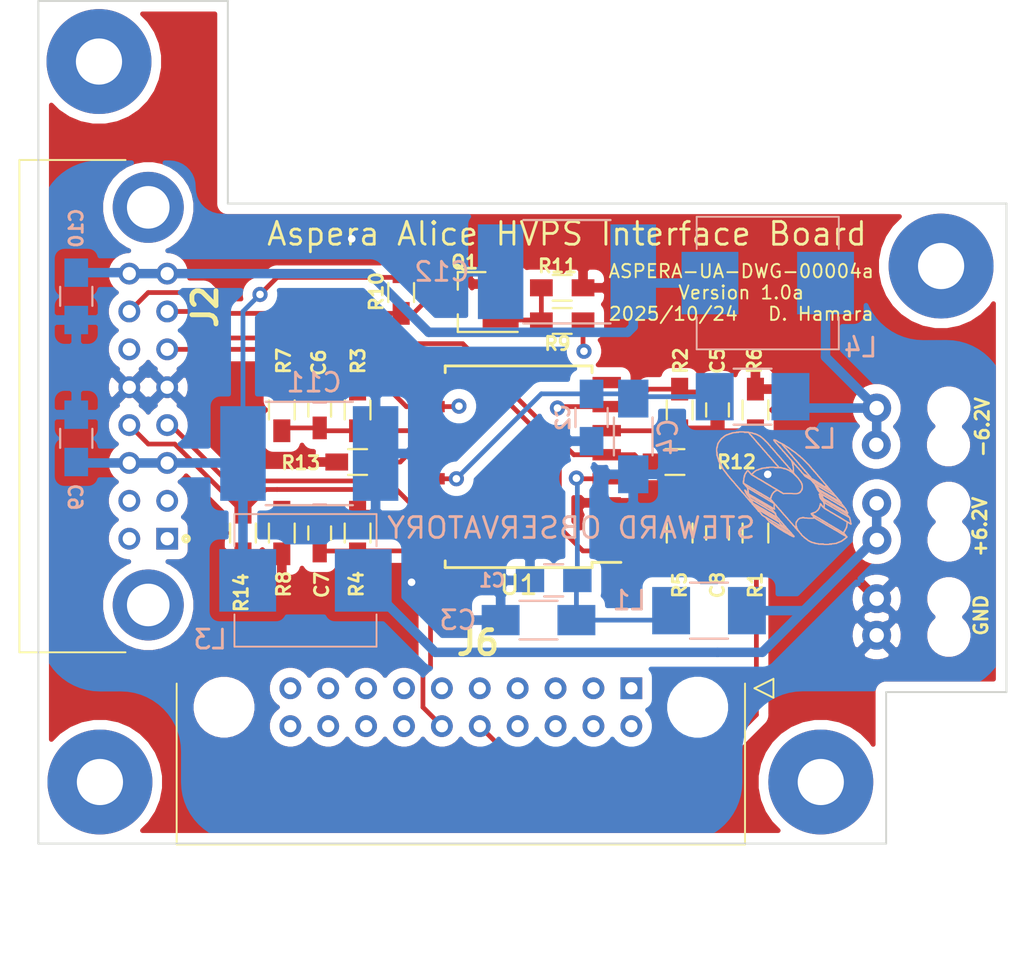
<source format=kicad_pcb>
(kicad_pcb (version 20171130) (host pcbnew "(5.1.12)-1")

  (general
    (thickness 1.6)
    (drawings 33)
    (tracks 191)
    (zones 0)
    (modules 45)
    (nets 41)
  )

  (page B)
  (title_block
    (title Aspera)
    (date 2023-01-22)
    (rev 1.0)
    (comment 1 "DAQ Board")
    (comment 2 ASPERA-UA-DWG-00002_DAQ)
  )

  (layers
    (0 F.Cu signal)
    (1 In1.Cu signal)
    (2 In2.Cu signal)
    (31 B.Cu signal)
    (32 B.Adhes user)
    (33 F.Adhes user)
    (34 B.Paste user hide)
    (35 F.Paste user hide)
    (36 B.SilkS user)
    (37 F.SilkS user)
    (38 B.Mask user)
    (39 F.Mask user)
    (40 Dwgs.User user)
    (41 Cmts.User user)
    (42 Eco1.User user)
    (43 Eco2.User user)
    (44 Edge.Cuts user)
    (45 Margin user)
    (46 B.CrtYd user hide)
    (47 F.CrtYd user hide)
    (48 B.Fab user hide)
    (49 F.Fab user hide)
  )

  (setup
    (last_trace_width 0.25)
    (trace_clearance 0.2)
    (zone_clearance 0.508)
    (zone_45_only no)
    (trace_min 0.2)
    (via_size 0.8)
    (via_drill 0.4)
    (via_min_size 0.4)
    (via_min_drill 0.3)
    (uvia_size 0.3)
    (uvia_drill 0.1)
    (uvias_allowed no)
    (uvia_min_size 0.2)
    (uvia_min_drill 0.1)
    (edge_width 0.15)
    (segment_width 0.2)
    (pcb_text_width 0.3)
    (pcb_text_size 1.5 1.5)
    (mod_edge_width 0.15)
    (mod_text_size 0.7 0.7)
    (mod_text_width 0.15)
    (pad_size 5.5372 5.5372)
    (pad_drill 2.4384)
    (pad_to_mask_clearance 0.051)
    (solder_mask_min_width 0.25)
    (aux_axis_origin 50 50)
    (grid_origin 50 50)
    (visible_elements 7FFFFF7F)
    (pcbplotparams
      (layerselection 0x10000_7fffff80)
      (usegerberextensions false)
      (usegerberattributes false)
      (usegerberadvancedattributes false)
      (creategerberjobfile false)
      (excludeedgelayer false)
      (linewidth 0.100000)
      (plotframeref false)
      (viasonmask false)
      (mode 1)
      (useauxorigin false)
      (hpglpennumber 1)
      (hpglpenspeed 20)
      (hpglpendiameter 15.000000)
      (psnegative false)
      (psa4output false)
      (plotreference true)
      (plotvalue false)
      (plotinvisibletext false)
      (padsonsilk true)
      (subtractmaskfromsilk false)
      (outputformat 4)
      (mirror true)
      (drillshape 0)
      (scaleselection 1)
      (outputdirectory "gerbers1b"))
  )

  (net 0 "")
  (net 1 GND)
  (net 2 /PCB_top_level/HVPS_TEMP+)
  (net 3 /PCB_top_level/HVPS_TEMP1-)
  (net 4 /PCB_top_level/HVPS_TEMP2-)
  (net 5 /PCB_top_level/HVPS1_Vset)
  (net 6 /PCB_top_level/HVPS1_Vmon)
  (net 7 /PCB_top_level/HVPS1_Imon)
  (net 8 /PCB_top_level/HVPS2_Vmon)
  (net 9 CHASSIS)
  (net 10 "Net-(C1-Pad1)")
  (net 11 "Net-(C2-Pad2)")
  (net 12 "Net-(C5-Pad2)")
  (net 13 "Net-(C6-Pad2)")
  (net 14 "Net-(C7-Pad2)")
  (net 15 "Net-(C8-Pad2)")
  (net 16 /PCB_top_level/+6.2V_HVPS)
  (net 17 /PCB_top_level/-6.2V_HVPS)
  (net 18 /PCB_top_level/-6.2V_IN)
  (net 19 /PCB_top_level/+6.2V_IN)
  (net 20 /PCB_top_level/HVPS1_ON_OUT_5V)
  (net 21 /PCB_top_level/HVPS_ANODE_VSTATUS)
  (net 22 "Net-(Q1-Pad1)")
  (net 23 /PCB_top_level/HVPS_LEVSET)
  (net 24 /PCB_top_level/HVPS_STRIP_CSTATUS)
  (net 25 /PCB_top_level/HVPS_MCP_VSTATUS)
  (net 26 /PCB_top_level/HVPS_EN_N)
  (net 27 /PCB_top_level/HVPS2.RTN)
  (net 28 /PCB_top_level/HVPS2_ON_OUT_5V)
  (net 29 "Net-(J6-Pad18)")
  (net 30 /PCB_top_level/HVPS2.PWR)
  (net 31 "Net-(J6-Pad14)")
  (net 32 "Net-(J6-Pad13)")
  (net 33 "Net-(J6-Pad12)")
  (net 34 "Net-(J6-Pad11)")
  (net 35 /PCB_top_level/HVPS2_Imon)
  (net 36 /PCB_top_level/HVPS2_Vset)
  (net 37 /PCB_top_level/HVPS1.RTN)
  (net 38 /PCB_top_level/HVPS1.PWR)
  (net 39 "Net-(J2-Pad14)")
  (net 40 "Net-(J2-Pad10)")

  (net_class Default "This is the default net class."
    (clearance 0.2)
    (trace_width 0.25)
    (via_dia 0.8)
    (via_drill 0.4)
    (uvia_dia 0.3)
    (uvia_drill 0.1)
    (add_net /PCB_top_level/HVPS1.PWR)
    (add_net /PCB_top_level/HVPS1.RTN)
    (add_net /PCB_top_level/HVPS1_Imon)
    (add_net /PCB_top_level/HVPS1_ON_OUT_5V)
    (add_net /PCB_top_level/HVPS1_Vmon)
    (add_net /PCB_top_level/HVPS1_Vset)
    (add_net /PCB_top_level/HVPS2.PWR)
    (add_net /PCB_top_level/HVPS2.RTN)
    (add_net /PCB_top_level/HVPS2_Imon)
    (add_net /PCB_top_level/HVPS2_ON_OUT_5V)
    (add_net /PCB_top_level/HVPS2_Vmon)
    (add_net /PCB_top_level/HVPS2_Vset)
    (add_net /PCB_top_level/HVPS_ANODE_VSTATUS)
    (add_net /PCB_top_level/HVPS_EN_N)
    (add_net /PCB_top_level/HVPS_LEVSET)
    (add_net /PCB_top_level/HVPS_MCP_VSTATUS)
    (add_net /PCB_top_level/HVPS_STRIP_CSTATUS)
    (add_net /PCB_top_level/HVPS_TEMP+)
    (add_net /PCB_top_level/HVPS_TEMP1-)
    (add_net /PCB_top_level/HVPS_TEMP2-)
    (add_net CHASSIS)
    (add_net GND)
    (add_net "Net-(C1-Pad1)")
    (add_net "Net-(C2-Pad2)")
    (add_net "Net-(C5-Pad2)")
    (add_net "Net-(C6-Pad2)")
    (add_net "Net-(C7-Pad2)")
    (add_net "Net-(C8-Pad2)")
    (add_net "Net-(J2-Pad10)")
    (add_net "Net-(J2-Pad14)")
    (add_net "Net-(J6-Pad11)")
    (add_net "Net-(J6-Pad12)")
    (add_net "Net-(J6-Pad13)")
    (add_net "Net-(J6-Pad14)")
    (add_net "Net-(J6-Pad18)")
    (add_net "Net-(Q1-Pad1)")
  )

  (net_class power ""
    (clearance 0.2)
    (trace_width 0.5)
    (via_dia 0.8)
    (via_drill 0.4)
    (uvia_dia 0.3)
    (uvia_drill 0.1)
    (add_net /PCB_top_level/+6.2V_HVPS)
    (add_net /PCB_top_level/+6.2V_IN)
    (add_net /PCB_top_level/-6.2V_HVPS)
    (add_net /PCB_top_level/-6.2V_IN)
  )

  (module Aspera_footprints:26ga_term_with_strain_relief (layer F.Cu) (tedit 68FA7E0A) (tstamp 69177E9B)
    (at 94.23 73.44)
    (path /5C83DDDB/691825F3)
    (fp_text reference TP6 (at 0 0.5) (layer F.SilkS) hide
      (effects (font (size 1 1) (thickness 0.15)))
    )
    (fp_text value -6.2V (at 0 -0.5) (layer F.Fab) hide
      (effects (font (size 1 1) (thickness 0.15)))
    )
    (pad "" np_thru_hole circle (at 3.81 0) (size 1.27 1.27) (drill 1.27) (layers *.Cu))
    (pad 1 thru_hole circle (at 0 0) (size 1.524 1.524) (drill 0.762) (layers *.Cu *.Mask)
      (net 18 /PCB_top_level/-6.2V_IN))
  )

  (module Aspera_footprints:26ga_term_with_strain_relief (layer F.Cu) (tedit 68FA7E0A) (tstamp 69177E95)
    (at 94.25 81.57)
    (path /5C83DDDB/691825EB)
    (fp_text reference TP5 (at 0 0.5) (layer F.SilkS) hide
      (effects (font (size 1 1) (thickness 0.15)))
    )
    (fp_text value GND (at 0 -0.5) (layer F.Fab) hide
      (effects (font (size 1 1) (thickness 0.15)))
    )
    (pad "" np_thru_hole circle (at 3.81 0) (size 1.27 1.27) (drill 1.27) (layers *.Cu))
    (pad 1 thru_hole circle (at 0 0) (size 1.524 1.524) (drill 0.762) (layers *.Cu *.Mask)
      (net 1 GND))
  )

  (module Aspera_footprints:26ga_term_with_strain_relief (layer F.Cu) (tedit 68FA7E0A) (tstamp 69177E8F)
    (at 94.26 78.47)
    (path /5C83DDDB/691825E3)
    (fp_text reference TP4 (at 0 0.5) (layer F.SilkS) hide
      (effects (font (size 1 1) (thickness 0.15)))
    )
    (fp_text value +6.2V (at 0 -0.5) (layer F.Fab) hide
      (effects (font (size 1 1) (thickness 0.15)))
    )
    (pad "" np_thru_hole circle (at 3.81 0) (size 1.27 1.27) (drill 1.27) (layers *.Cu))
    (pad 1 thru_hole circle (at 0 0) (size 1.524 1.524) (drill 0.762) (layers *.Cu *.Mask)
      (net 19 /PCB_top_level/+6.2V_IN))
  )

  (module Aspera_footprints:26ga_term_with_strain_relief (layer F.Cu) (tedit 68FA7E0A) (tstamp 68FBD448)
    (at 94.25 71.5)
    (path /5C83DDDB/68FBF4B8)
    (fp_text reference TP3 (at 0 0.5) (layer F.SilkS) hide
      (effects (font (size 1 1) (thickness 0.15)))
    )
    (fp_text value -6.2V (at 5.58 1.01 90) (layer F.SilkS)
      (effects (font (size 0.7 0.7) (thickness 0.15)))
    )
    (pad "" np_thru_hole circle (at 3.81 0) (size 1.27 1.27) (drill 1.27) (layers *.Cu))
    (pad 1 thru_hole circle (at 0 0) (size 1.524 1.524) (drill 0.762) (layers *.Cu *.Mask)
      (net 18 /PCB_top_level/-6.2V_IN))
  )

  (module Aspera_footprints:26ga_term_with_strain_relief (layer F.Cu) (tedit 68FA7E0A) (tstamp 68F9B0D1)
    (at 94.25 83.5)
    (path /5C83DDDB/68FBF0B6)
    (fp_text reference TP2 (at 0 0.5) (layer F.SilkS) hide
      (effects (font (size 1 1) (thickness 0.15)))
    )
    (fp_text value GND (at 5.51 -1.06 90) (layer F.SilkS)
      (effects (font (size 0.7 0.7) (thickness 0.15)))
    )
    (pad "" np_thru_hole circle (at 3.81 0) (size 1.27 1.27) (drill 1.27) (layers *.Cu))
    (pad 1 thru_hole circle (at 0 0) (size 1.524 1.524) (drill 0.762) (layers *.Cu *.Mask)
      (net 1 GND))
  )

  (module Aspera_footprints:26ga_term_with_strain_relief (layer F.Cu) (tedit 68FA7E0A) (tstamp 68F9B0CB)
    (at 94.25 76.53)
    (path /5C83DDDB/68FBD74A)
    (fp_text reference TP1 (at 0 0.5) (layer F.SilkS) hide
      (effects (font (size 1 1) (thickness 0.15)))
    )
    (fp_text value +6.2V (at 5.45 1.24 90) (layer F.SilkS)
      (effects (font (size 0.7 0.7) (thickness 0.15)))
    )
    (pad "" np_thru_hole circle (at 3.81 0) (size 1.27 1.27) (drill 1.27) (layers *.Cu))
    (pad 1 thru_hole circle (at 0 0) (size 1.524 1.524) (drill 0.762) (layers *.Cu *.Mask)
      (net 19 /PCB_top_level/+6.2V_IN))
  )

  (module Aspera_footprints:M80-5412022 (layer F.Cu) (tedit 62DC716C) (tstamp 68F92D48)
    (at 81.3 86.3)
    (descr M80-54120YY)
    (tags Connector)
    (path /5C83DDDB/68FF5635)
    (fp_text reference J6 (at -8.1 -2.4) (layer F.SilkS)
      (effects (font (size 1.27 1.27) (thickness 0.254)))
    )
    (fp_text value Conn_02x10 (at 0 0) (layer F.SilkS) hide
      (effects (font (size 1.27 1.27) (thickness 0.254)))
    )
    (fp_line (start -25 9.25) (end -25 -1.5) (layer F.CrtYd) (width 0.05))
    (fp_line (start 8.5 9.25) (end -25 9.25) (layer F.CrtYd) (width 0.05))
    (fp_line (start 8.5 -1.5) (end 8.5 9.25) (layer F.CrtYd) (width 0.05))
    (fp_line (start -25 -1.5) (end 8.5 -1.5) (layer F.CrtYd) (width 0.05))
    (fp_line (start 6.5 0) (end 7.5 -0.5) (layer F.Fab) (width 0.2))
    (fp_line (start 7.5 0.5) (end 6.5 0) (layer F.Fab) (width 0.2))
    (fp_line (start 7.5 -0.5) (end 7.5 0.5) (layer F.Fab) (width 0.2))
    (fp_line (start 6.5 0) (end 7.5 -0.5) (layer F.SilkS) (width 0.1))
    (fp_line (start 7.5 0.5) (end 6.5 0) (layer F.SilkS) (width 0.1))
    (fp_line (start 7.5 -0.5) (end 7.5 0.5) (layer F.SilkS) (width 0.1))
    (fp_line (start -24 8.25) (end -24 -0.25) (layer F.SilkS) (width 0.1))
    (fp_line (start 6 8.25) (end -24 8.25) (layer F.SilkS) (width 0.1))
    (fp_line (start 6 -0.25) (end 6 8.25) (layer F.SilkS) (width 0.1))
    (fp_line (start -24 8.25) (end -24 -0.25) (layer F.Fab) (width 0.2))
    (fp_line (start 6 8.25) (end -24 8.25) (layer F.Fab) (width 0.2))
    (fp_line (start 6 -0.25) (end 6 8.25) (layer F.Fab) (width 0.2))
    (fp_line (start -24 -0.25) (end 6 -0.25) (layer F.Fab) (width 0.2))
    (fp_text user %R (at 0 0) (layer F.Fab)
      (effects (font (size 1.27 1.27) (thickness 0.254)))
    )
    (pad 22 np_thru_hole circle (at -21.5 1) (size 2.2 0) (drill 2.2) (layers *.Cu *.Mask))
    (pad 21 np_thru_hole circle (at 3.5 1) (size 2.2 0) (drill 2.2) (layers *.Cu *.Mask))
    (pad 20 thru_hole circle (at -18 2) (size 1.15 1.15) (drill 0.65) (layers *.Cu *.Mask)
      (net 27 /PCB_top_level/HVPS2.RTN))
    (pad 19 thru_hole circle (at -16 2) (size 1.15 1.15) (drill 0.65) (layers *.Cu *.Mask)
      (net 28 /PCB_top_level/HVPS2_ON_OUT_5V))
    (pad 18 thru_hole circle (at -14 2) (size 1.15 1.15) (drill 0.65) (layers *.Cu *.Mask)
      (net 29 "Net-(J6-Pad18)"))
    (pad 17 thru_hole circle (at -12 2) (size 1.15 1.15) (drill 0.65) (layers *.Cu *.Mask)
      (net 30 /PCB_top_level/HVPS2.PWR))
    (pad 16 thru_hole circle (at -10 2) (size 1.15 1.15) (drill 0.65) (layers *.Cu *.Mask)
      (net 7 /PCB_top_level/HVPS1_Imon))
    (pad 15 thru_hole circle (at -8 2) (size 1.15 1.15) (drill 0.65) (layers *.Cu *.Mask)
      (net 5 /PCB_top_level/HVPS1_Vset))
    (pad 14 thru_hole circle (at -6 2) (size 1.15 1.15) (drill 0.65) (layers *.Cu *.Mask)
      (net 31 "Net-(J6-Pad14)"))
    (pad 13 thru_hole circle (at -4 2) (size 1.15 1.15) (drill 0.65) (layers *.Cu *.Mask)
      (net 32 "Net-(J6-Pad13)"))
    (pad 12 thru_hole circle (at -2 2) (size 1.15 1.15) (drill 0.65) (layers *.Cu *.Mask)
      (net 33 "Net-(J6-Pad12)"))
    (pad 11 thru_hole circle (at 0 2) (size 1.15 1.15) (drill 0.65) (layers *.Cu *.Mask)
      (net 34 "Net-(J6-Pad11)"))
    (pad 10 thru_hole circle (at -18 0) (size 1.15 1.15) (drill 0.65) (layers *.Cu *.Mask)
      (net 35 /PCB_top_level/HVPS2_Imon))
    (pad 9 thru_hole circle (at -16 0) (size 1.15 1.15) (drill 0.65) (layers *.Cu *.Mask)
      (net 36 /PCB_top_level/HVPS2_Vset))
    (pad 8 thru_hole circle (at -14 0) (size 1.15 1.15) (drill 0.65) (layers *.Cu *.Mask)
      (net 8 /PCB_top_level/HVPS2_Vmon))
    (pad 7 thru_hole circle (at -12 0) (size 1.15 1.15) (drill 0.65) (layers *.Cu *.Mask)
      (net 37 /PCB_top_level/HVPS1.RTN))
    (pad 6 thru_hole circle (at -10 0) (size 1.15 1.15) (drill 0.65) (layers *.Cu *.Mask)
      (net 38 /PCB_top_level/HVPS1.PWR))
    (pad 5 thru_hole circle (at -8 0) (size 1.15 1.15) (drill 0.65) (layers *.Cu *.Mask)
      (net 20 /PCB_top_level/HVPS1_ON_OUT_5V))
    (pad 4 thru_hole circle (at -6 0) (size 1.15 1.15) (drill 0.65) (layers *.Cu *.Mask)
      (net 6 /PCB_top_level/HVPS1_Vmon))
    (pad 3 thru_hole circle (at -4 0) (size 1.15 1.15) (drill 0.65) (layers *.Cu *.Mask)
      (net 3 /PCB_top_level/HVPS_TEMP1-))
    (pad 2 thru_hole circle (at -2 0) (size 1.15 1.15) (drill 0.65) (layers *.Cu *.Mask)
      (net 4 /PCB_top_level/HVPS_TEMP2-))
    (pad 1 thru_hole rect (at 0 0) (size 1.15 1.15) (drill 0.65) (layers *.Cu *.Mask)
      (net 2 /PCB_top_level/HVPS_TEMP+))
    (model ${KIPRJMOD}/../../Libraries/Solid_models/M80_5412022_ASM_cp.step
      (at (xyz 0 0 0))
      (scale (xyz 1 1 1))
      (rotate (xyz 0 0 180))
    )
  )

  (module Aspera_footprints:HolePlated_2-56_0.23_standoff_smallest (layer F.Cu) (tedit 68D19D03) (tstamp 68CCA5BC)
    (at 97.65 64)
    (descr "Mounting Hole 1/4\" pad, 2-56 hole")
    (tags "mounting hole .250 2-56")
    (path /5C83DDDB/65F8582E)
    (zone_connect 2)
    (fp_text reference X4 (at 0 -4.2) (layer F.SilkS) hide
      (effects (font (size 0.6 0.6) (thickness 0.15)))
    )
    (fp_text value HOLE_CONNECT (at 0 4.2) (layer F.Fab) hide
      (effects (font (size 1 1) (thickness 0.15)))
    )
    (fp_circle (center 0 0) (end 3.1 0) (layer F.CrtYd) (width 0.05))
    (fp_circle (center 0 0) (end 3.2 0) (layer F.Fab) (width 0.1))
    (fp_text user %R (at 1.35 0) (layer F.Fab)
      (effects (font (size 1 1) (thickness 0.15)))
    )
    (pad 1 thru_hole circle (at 0 0) (size 5.5372 5.5372) (drill 2.4384) (layers *.Cu *.Mask)
      (net 9 CHASSIS) (clearance 0.1524) (zone_connect 2))
  )

  (module Aspera_footprints:HolePlated_2-56_0.23_standoff_smallest (layer F.Cu) (tedit 68D19D1D) (tstamp 68CCA5B4)
    (at 91.3 91.25)
    (descr "Mounting Hole 1/4\" pad, 2-56 hole")
    (tags "mounting hole .250 2-56")
    (path /5C83DDDB/65F8581D)
    (zone_connect 2)
    (fp_text reference X3 (at 0 -4.2) (layer F.SilkS) hide
      (effects (font (size 0.6 0.6) (thickness 0.15)))
    )
    (fp_text value HOLE_CONNECT (at 0 4.2) (layer F.Fab) hide
      (effects (font (size 1 1) (thickness 0.15)))
    )
    (fp_circle (center 0 0) (end 3.1 0) (layer F.CrtYd) (width 0.05))
    (fp_circle (center 0 0) (end 3.2 0) (layer F.Fab) (width 0.1))
    (fp_text user %R (at 0.3 0) (layer F.Fab)
      (effects (font (size 1 1) (thickness 0.15)))
    )
    (pad 1 thru_hole circle (at 0 0) (size 5.5372 5.5372) (drill 2.4384) (layers *.Cu *.Mask)
      (net 9 CHASSIS) (clearance 0.1524) (zone_connect 2))
  )

  (module Aspera_footprints:HolePlated_2-56_0.23_standoff_smallest (layer F.Cu) (tedit 68D19D36) (tstamp 68CCA5AC)
    (at 53.25 91.25)
    (descr "Mounting Hole 1/4\" pad, 2-56 hole")
    (tags "mounting hole .250 2-56")
    (path /5C83DDDB/65F8580C)
    (zone_connect 2)
    (fp_text reference X2 (at 0 -4.2) (layer F.SilkS) hide
      (effects (font (size 0.6 0.6) (thickness 0.15)))
    )
    (fp_text value HOLE_CONNECT (at 0 4.2) (layer F.Fab) hide
      (effects (font (size 1 1) (thickness 0.15)))
    )
    (fp_circle (center 0 0) (end 3.1 0) (layer F.CrtYd) (width 0.05))
    (fp_circle (center 0 0) (end 3.2 0) (layer F.Fab) (width 0.1))
    (fp_text user %R (at 0.3 0) (layer F.Fab)
      (effects (font (size 1 1) (thickness 0.15)))
    )
    (pad 1 thru_hole circle (at 0 0) (size 5.5372 5.5372) (drill 2.4384) (layers *.Cu *.Mask)
      (net 9 CHASSIS) (clearance 0.1524) (zone_connect 2))
  )

  (module Aspera_footprints:HolePlated_2-56_0.23_standoff_smallest (layer F.Cu) (tedit 68D19CED) (tstamp 68CCA5A4)
    (at 53.2 53.2)
    (descr "Mounting Hole 1/4\" pad, 2-56 hole")
    (tags "mounting hole .250 2-56")
    (path /5C83DDDB/65F857FB)
    (zone_connect 2)
    (fp_text reference X1 (at 0 -4.2) (layer F.SilkS) hide
      (effects (font (size 0.6 0.6) (thickness 0.15)))
    )
    (fp_text value HOLE_CONNECT (at 0 4.2) (layer F.Fab) hide
      (effects (font (size 1 1) (thickness 0.15)))
    )
    (fp_circle (center 0 0) (end 3.1 0) (layer F.CrtYd) (width 0.05))
    (fp_circle (center 0 0) (end 3.2 0) (layer F.Fab) (width 0.1))
    (fp_text user %R (at 0.3 0) (layer F.Fab)
      (effects (font (size 1 1) (thickness 0.15)))
    )
    (pad 1 thru_hole circle (at 0 0) (size 5.5372 5.5372) (drill 2.4384) (layers *.Cu *.Mask)
      (net 9 CHASSIS) (clearance 0.1524) (zone_connect 2))
  )

  (module Aspera_footprints:SOIC-16W_7.5x10.3mm_Pitch1.27mm (layer F.Cu) (tedit 68CDF42A) (tstamp 68F93C22)
    (at 75.35 74.6 180)
    (descr "16-Lead Plastic Small Outline (SO) - Wide, 7.50 mm Body [SOIC] (see Microchip Packaging Specification 00000049BS.pdf)")
    (tags "SOIC 1.27")
    (path /5C83DDDB/62DD4EC7)
    (attr smd)
    (fp_text reference U1 (at 0 -6.25) (layer F.SilkS)
      (effects (font (size 1 1) (thickness 0.15)))
    )
    (fp_text value AD704AR-16 (at 0 6.25) (layer F.Fab) hide
      (effects (font (size 1 1) (thickness 0.15)))
    )
    (fp_line (start -2.75 -5.15) (end 3.75 -5.15) (layer F.Fab) (width 0.15))
    (fp_line (start 3.75 -5.15) (end 3.75 5.15) (layer F.Fab) (width 0.15))
    (fp_line (start 3.75 5.15) (end -3.75 5.15) (layer F.Fab) (width 0.15))
    (fp_line (start -3.75 5.15) (end -3.75 -4.15) (layer F.Fab) (width 0.15))
    (fp_line (start -3.75 -4.15) (end -2.75 -5.15) (layer F.Fab) (width 0.15))
    (fp_line (start -5.65 -5.5) (end -5.65 5.5) (layer F.CrtYd) (width 0.05))
    (fp_line (start 5.65 -5.5) (end 5.65 5.5) (layer F.CrtYd) (width 0.05))
    (fp_line (start -5.65 -5.5) (end 5.65 -5.5) (layer F.CrtYd) (width 0.05))
    (fp_line (start -5.65 5.5) (end 5.65 5.5) (layer F.CrtYd) (width 0.05))
    (fp_line (start -3.875 -5.325) (end -3.875 -5.05) (layer F.SilkS) (width 0.15))
    (fp_line (start 3.875 -5.325) (end 3.875 -4.97) (layer F.SilkS) (width 0.15))
    (fp_line (start 3.875 5.325) (end 3.875 4.97) (layer F.SilkS) (width 0.15))
    (fp_line (start -3.875 5.325) (end -3.875 4.97) (layer F.SilkS) (width 0.15))
    (fp_line (start -3.875 -5.325) (end 3.875 -5.325) (layer F.SilkS) (width 0.15))
    (fp_line (start -3.875 5.325) (end 3.875 5.325) (layer F.SilkS) (width 0.15))
    (fp_line (start -3.875 -5.05) (end -5.4 -5.05) (layer F.SilkS) (width 0.15))
    (fp_text user %R (at 0 0) (layer F.Fab)
      (effects (font (size 1 1) (thickness 0.15)))
    )
    (pad 16 smd rect (at 4.65 -4.445 180) (size 1.5 0.6) (layers F.Cu F.Paste F.Mask)
      (net 7 /PCB_top_level/HVPS1_Imon))
    (pad 15 smd rect (at 4.65 -3.175 180) (size 1.5 0.6) (layers F.Cu F.Paste F.Mask)
      (net 14 "Net-(C7-Pad2)"))
    (pad 14 smd rect (at 4.65 -1.905 180) (size 1.5 0.6) (layers F.Cu F.Paste F.Mask)
      (net 24 /PCB_top_level/HVPS_STRIP_CSTATUS))
    (pad 13 smd rect (at 4.65 -0.635 180) (size 1.5 0.6) (layers F.Cu F.Paste F.Mask)
      (net 11 "Net-(C2-Pad2)"))
    (pad 12 smd rect (at 4.65 0.635 180) (size 1.5 0.6) (layers F.Cu F.Paste F.Mask)
      (net 25 /PCB_top_level/HVPS_MCP_VSTATUS))
    (pad 11 smd rect (at 4.65 1.905 180) (size 1.5 0.6) (layers F.Cu F.Paste F.Mask)
      (net 13 "Net-(C6-Pad2)"))
    (pad 10 smd rect (at 4.65 3.175 180) (size 1.5 0.6) (layers F.Cu F.Paste F.Mask)
      (net 8 /PCB_top_level/HVPS2_Vmon))
    (pad 9 smd rect (at 4.65 4.445 180) (size 1.5 0.6) (layers F.Cu F.Paste F.Mask))
    (pad 8 smd rect (at -4.65 4.445 180) (size 1.5 0.6) (layers F.Cu F.Paste F.Mask))
    (pad 7 smd rect (at -4.65 3.175 180) (size 1.5 0.6) (layers F.Cu F.Paste F.Mask)
      (net 6 /PCB_top_level/HVPS1_Vmon))
    (pad 6 smd rect (at -4.65 1.905 180) (size 1.5 0.6) (layers F.Cu F.Paste F.Mask)
      (net 12 "Net-(C5-Pad2)"))
    (pad 5 smd rect (at -4.65 0.635 180) (size 1.5 0.6) (layers F.Cu F.Paste F.Mask)
      (net 21 /PCB_top_level/HVPS_ANODE_VSTATUS))
    (pad 4 smd rect (at -4.65 -0.635 180) (size 1.5 0.6) (layers F.Cu F.Paste F.Mask)
      (net 10 "Net-(C1-Pad1)"))
    (pad 3 smd rect (at -4.65 -1.905 180) (size 1.5 0.6) (layers F.Cu F.Paste F.Mask)
      (net 1 GND))
    (pad 2 smd rect (at -4.65 -3.175 180) (size 1.5 0.6) (layers F.Cu F.Paste F.Mask)
      (net 15 "Net-(C8-Pad2)"))
    (pad 1 smd rect (at -4.65 -4.445 180) (size 1.5 0.6) (layers F.Cu F.Paste F.Mask)
      (net 23 /PCB_top_level/HVPS_LEVSET))
    (model ${KIPRJMOD}/../../Libraries/Solid_models/SOIC-16W_7.5x10.3mm_Pitch1.27mm.wrl
      (at (xyz 0 0 0))
      (scale (xyz 1 1 1))
      (rotate (xyz 0 0 0))
    )
  )

  (module Aspera_footprints:GUSTO_R_0603_HandSoldering (layer F.Cu) (tedit 68CDF3C9) (tstamp 68F93BDE)
    (at 83.85 78.1 90)
    (descr "Resistor SMD 0603, hand soldering")
    (tags "resistor 0603")
    (path /5C83DDDB/68E83E5C)
    (attr smd)
    (fp_text reference R5 (at -2.75 0 90) (layer F.SilkS)
      (effects (font (size 0.7 0.7) (thickness 0.15)))
    )
    (fp_text value 10K (at 0 1.55 90) (layer F.Fab) hide
      (effects (font (size 1 1) (thickness 0.15)))
    )
    (fp_line (start -1.2 0.4) (end -1.2 -0.4) (layer F.Fab) (width 0.1))
    (fp_line (start 1.2 0.4) (end -1.2 0.4) (layer F.Fab) (width 0.1))
    (fp_line (start 1.2 -0.4) (end 1.2 0.4) (layer F.Fab) (width 0.1))
    (fp_line (start -1.2 -0.4) (end 1.2 -0.4) (layer F.Fab) (width 0.1))
    (fp_line (start 0.5 0.68) (end -0.5 0.68) (layer F.SilkS) (width 0.12))
    (fp_line (start -0.5 -0.68) (end 0.5 -0.68) (layer F.SilkS) (width 0.12))
    (fp_line (start -1.96 -0.7) (end 1.95 -0.7) (layer F.CrtYd) (width 0.05))
    (fp_line (start -1.96 -0.7) (end -1.96 0.7) (layer F.CrtYd) (width 0.05))
    (fp_line (start 1.95 0.7) (end 1.95 -0.7) (layer F.CrtYd) (width 0.05))
    (fp_line (start 1.95 0.7) (end -1.96 0.7) (layer F.CrtYd) (width 0.05))
    (fp_text user %R (at 0 0 90) (layer F.Fab)
      (effects (font (size 0.4 0.4) (thickness 0.075)))
    )
    (pad 2 smd rect (at 1.1 0 90) (size 1.2 0.9) (layers F.Cu F.Paste F.Mask)
      (net 15 "Net-(C8-Pad2)"))
    (pad 1 smd rect (at -1.1 0 90) (size 1.2 0.9) (layers F.Cu F.Paste F.Mask)
      (net 23 /PCB_top_level/HVPS_LEVSET))
    (model ${KIPRJMOD}/../../Libraries/Solid_models/R_0603.wrl
      (at (xyz 0 0 0))
      (scale (xyz 1 1 1))
      (rotate (xyz 0 0 0))
    )
  )

  (module Aspera_footprints:GUSTO_R_0603_HandSoldering (layer F.Cu) (tedit 68CDF3C9) (tstamp 68CCA577)
    (at 60.8 78.1 90)
    (descr "Resistor SMD 0603, hand soldering")
    (tags "resistor 0603")
    (path /5C83DDDB/6902AEB2)
    (attr smd)
    (fp_text reference R14 (at -3.15 -0.09 270) (layer F.SilkS)
      (effects (font (size 0.7 0.7) (thickness 0.15)))
    )
    (fp_text value 499K (at 0 1.55 270) (layer F.Fab) hide
      (effects (font (size 1 1) (thickness 0.15)))
    )
    (fp_line (start -1.2 0.4) (end -1.2 -0.4) (layer F.Fab) (width 0.1))
    (fp_line (start 1.2 0.4) (end -1.2 0.4) (layer F.Fab) (width 0.1))
    (fp_line (start 1.2 -0.4) (end 1.2 0.4) (layer F.Fab) (width 0.1))
    (fp_line (start -1.2 -0.4) (end 1.2 -0.4) (layer F.Fab) (width 0.1))
    (fp_line (start 0.5 0.68) (end -0.5 0.68) (layer F.SilkS) (width 0.12))
    (fp_line (start -0.5 -0.68) (end 0.5 -0.68) (layer F.SilkS) (width 0.12))
    (fp_line (start -1.96 -0.7) (end 1.95 -0.7) (layer F.CrtYd) (width 0.05))
    (fp_line (start -1.96 -0.7) (end -1.96 0.7) (layer F.CrtYd) (width 0.05))
    (fp_line (start 1.95 0.7) (end 1.95 -0.7) (layer F.CrtYd) (width 0.05))
    (fp_line (start 1.95 0.7) (end -1.96 0.7) (layer F.CrtYd) (width 0.05))
    (fp_text user %R (at 0 0 270) (layer F.Fab)
      (effects (font (size 0.4 0.4) (thickness 0.075)))
    )
    (pad 2 smd rect (at 1.1 0 90) (size 1.2 0.9) (layers F.Cu F.Paste F.Mask)
      (net 24 /PCB_top_level/HVPS_STRIP_CSTATUS))
    (pad 1 smd rect (at -1.1 0 90) (size 1.2 0.9) (layers F.Cu F.Paste F.Mask)
      (net 1 GND))
    (model ${KIPRJMOD}/../../Libraries/Solid_models/R_0603.wrl
      (at (xyz 0 0 0))
      (scale (xyz 1 1 1))
      (rotate (xyz 0 0 0))
    )
  )

  (module Aspera_footprints:GUSTO_R_0603_HandSoldering (layer F.Cu) (tedit 68CDF3C9) (tstamp 68F93BAE)
    (at 66.85 74.35)
    (descr "Resistor SMD 0603, hand soldering")
    (tags "resistor 0603")
    (path /5C83DDDB/690201B9)
    (attr smd)
    (fp_text reference R13 (at -3 0.05) (layer F.SilkS)
      (effects (font (size 0.7 0.7) (thickness 0.15)))
    )
    (fp_text value 499K (at 0 1.55) (layer F.Fab) hide
      (effects (font (size 1 1) (thickness 0.15)))
    )
    (fp_line (start -1.2 0.4) (end -1.2 -0.4) (layer F.Fab) (width 0.1))
    (fp_line (start 1.2 0.4) (end -1.2 0.4) (layer F.Fab) (width 0.1))
    (fp_line (start 1.2 -0.4) (end 1.2 0.4) (layer F.Fab) (width 0.1))
    (fp_line (start -1.2 -0.4) (end 1.2 -0.4) (layer F.Fab) (width 0.1))
    (fp_line (start 0.5 0.68) (end -0.5 0.68) (layer F.SilkS) (width 0.12))
    (fp_line (start -0.5 -0.68) (end 0.5 -0.68) (layer F.SilkS) (width 0.12))
    (fp_line (start -1.96 -0.7) (end 1.95 -0.7) (layer F.CrtYd) (width 0.05))
    (fp_line (start -1.96 -0.7) (end -1.96 0.7) (layer F.CrtYd) (width 0.05))
    (fp_line (start 1.95 0.7) (end 1.95 -0.7) (layer F.CrtYd) (width 0.05))
    (fp_line (start 1.95 0.7) (end -1.96 0.7) (layer F.CrtYd) (width 0.05))
    (fp_text user %R (at 0 0) (layer F.Fab)
      (effects (font (size 0.4 0.4) (thickness 0.075)))
    )
    (pad 2 smd rect (at 1.1 0) (size 1.2 0.9) (layers F.Cu F.Paste F.Mask)
      (net 25 /PCB_top_level/HVPS_MCP_VSTATUS))
    (pad 1 smd rect (at -1.1 0) (size 1.2 0.9) (layers F.Cu F.Paste F.Mask)
      (net 1 GND))
    (model ${KIPRJMOD}/../../Libraries/Solid_models/R_0603.wrl
      (at (xyz 0 0 0))
      (scale (xyz 1 1 1))
      (rotate (xyz 0 0 0))
    )
  )

  (module Aspera_footprints:GUSTO_R_0603_HandSoldering (layer F.Cu) (tedit 68CDF3C9) (tstamp 68F93B7E)
    (at 83.6 74.35 180)
    (descr "Resistor SMD 0603, hand soldering")
    (tags "resistor 0603")
    (path /5C83DDDB/69009B93)
    (attr smd)
    (fp_text reference R12 (at -3.25 0) (layer F.SilkS)
      (effects (font (size 0.7 0.7) (thickness 0.15)))
    )
    (fp_text value 499K (at 0 1.55) (layer F.Fab) hide
      (effects (font (size 1 1) (thickness 0.15)))
    )
    (fp_line (start -1.2 0.4) (end -1.2 -0.4) (layer F.Fab) (width 0.1))
    (fp_line (start 1.2 0.4) (end -1.2 0.4) (layer F.Fab) (width 0.1))
    (fp_line (start 1.2 -0.4) (end 1.2 0.4) (layer F.Fab) (width 0.1))
    (fp_line (start -1.2 -0.4) (end 1.2 -0.4) (layer F.Fab) (width 0.1))
    (fp_line (start 0.5 0.68) (end -0.5 0.68) (layer F.SilkS) (width 0.12))
    (fp_line (start -0.5 -0.68) (end 0.5 -0.68) (layer F.SilkS) (width 0.12))
    (fp_line (start -1.96 -0.7) (end 1.95 -0.7) (layer F.CrtYd) (width 0.05))
    (fp_line (start -1.96 -0.7) (end -1.96 0.7) (layer F.CrtYd) (width 0.05))
    (fp_line (start 1.95 0.7) (end 1.95 -0.7) (layer F.CrtYd) (width 0.05))
    (fp_line (start 1.95 0.7) (end -1.96 0.7) (layer F.CrtYd) (width 0.05))
    (fp_text user %R (at 0 0) (layer F.Fab)
      (effects (font (size 0.4 0.4) (thickness 0.075)))
    )
    (pad 2 smd rect (at 1.1 0 180) (size 1.2 0.9) (layers F.Cu F.Paste F.Mask)
      (net 21 /PCB_top_level/HVPS_ANODE_VSTATUS))
    (pad 1 smd rect (at -1.1 0 180) (size 1.2 0.9) (layers F.Cu F.Paste F.Mask)
      (net 1 GND))
    (model ${KIPRJMOD}/../../Libraries/Solid_models/R_0603.wrl
      (at (xyz 0 0 0))
      (scale (xyz 1 1 1))
      (rotate (xyz 0 0 0))
    )
  )

  (module Aspera_footprints:GUSTO_R_0603_HandSoldering (layer F.Cu) (tedit 68CDF3C9) (tstamp 68CCA544)
    (at 77.65 65.15 180)
    (descr "Resistor SMD 0603, hand soldering")
    (tags "resistor 0603")
    (path /5C83DDDB/68F02237)
    (attr smd)
    (fp_text reference R11 (at 0.25 1.15) (layer F.SilkS)
      (effects (font (size 0.7 0.7) (thickness 0.15)))
    )
    (fp_text value 10K (at 0 1.55) (layer F.Fab) hide
      (effects (font (size 1 1) (thickness 0.15)))
    )
    (fp_line (start -1.2 0.4) (end -1.2 -0.4) (layer F.Fab) (width 0.1))
    (fp_line (start 1.2 0.4) (end -1.2 0.4) (layer F.Fab) (width 0.1))
    (fp_line (start 1.2 -0.4) (end 1.2 0.4) (layer F.Fab) (width 0.1))
    (fp_line (start -1.2 -0.4) (end 1.2 -0.4) (layer F.Fab) (width 0.1))
    (fp_line (start 0.5 0.68) (end -0.5 0.68) (layer F.SilkS) (width 0.12))
    (fp_line (start -0.5 -0.68) (end 0.5 -0.68) (layer F.SilkS) (width 0.12))
    (fp_line (start -1.96 -0.7) (end 1.95 -0.7) (layer F.CrtYd) (width 0.05))
    (fp_line (start -1.96 -0.7) (end -1.96 0.7) (layer F.CrtYd) (width 0.05))
    (fp_line (start 1.95 0.7) (end 1.95 -0.7) (layer F.CrtYd) (width 0.05))
    (fp_line (start 1.95 0.7) (end -1.96 0.7) (layer F.CrtYd) (width 0.05))
    (fp_text user %R (at 0 0) (layer F.Fab)
      (effects (font (size 0.4 0.4) (thickness 0.075)))
    )
    (pad 2 smd rect (at 1.1 0 180) (size 1.2 0.9) (layers F.Cu F.Paste F.Mask)
      (net 22 "Net-(Q1-Pad1)"))
    (pad 1 smd rect (at -1.1 0 180) (size 1.2 0.9) (layers F.Cu F.Paste F.Mask)
      (net 1 GND))
    (model ${KIPRJMOD}/../../Libraries/Solid_models/R_0603.wrl
      (at (xyz 0 0 0))
      (scale (xyz 1 1 1))
      (rotate (xyz 0 0 0))
    )
  )

  (module Aspera_footprints:GUSTO_R_0603_HandSoldering (layer F.Cu) (tedit 68CDF3C9) (tstamp 68CCA533)
    (at 69.15 65.4 90)
    (descr "Resistor SMD 0603, hand soldering")
    (tags "resistor 0603")
    (path /5C83DDDB/68F231E4)
    (attr smd)
    (fp_text reference R10 (at 0.05 -1.31 270) (layer F.SilkS)
      (effects (font (size 0.7 0.7) (thickness 0.15)))
    )
    (fp_text value 10K (at 0 1.55 90) (layer F.Fab) hide
      (effects (font (size 1 1) (thickness 0.15)))
    )
    (fp_line (start -1.2 0.4) (end -1.2 -0.4) (layer F.Fab) (width 0.1))
    (fp_line (start 1.2 0.4) (end -1.2 0.4) (layer F.Fab) (width 0.1))
    (fp_line (start 1.2 -0.4) (end 1.2 0.4) (layer F.Fab) (width 0.1))
    (fp_line (start -1.2 -0.4) (end 1.2 -0.4) (layer F.Fab) (width 0.1))
    (fp_line (start 0.5 0.68) (end -0.5 0.68) (layer F.SilkS) (width 0.12))
    (fp_line (start -0.5 -0.68) (end 0.5 -0.68) (layer F.SilkS) (width 0.12))
    (fp_line (start -1.96 -0.7) (end 1.95 -0.7) (layer F.CrtYd) (width 0.05))
    (fp_line (start -1.96 -0.7) (end -1.96 0.7) (layer F.CrtYd) (width 0.05))
    (fp_line (start 1.95 0.7) (end 1.95 -0.7) (layer F.CrtYd) (width 0.05))
    (fp_line (start 1.95 0.7) (end -1.96 0.7) (layer F.CrtYd) (width 0.05))
    (fp_text user %R (at 0 0 90) (layer F.Fab)
      (effects (font (size 0.4 0.4) (thickness 0.075)))
    )
    (pad 2 smd rect (at 1.1 0 90) (size 1.2 0.9) (layers F.Cu F.Paste F.Mask)
      (net 16 /PCB_top_level/+6.2V_HVPS))
    (pad 1 smd rect (at -1.1 0 90) (size 1.2 0.9) (layers F.Cu F.Paste F.Mask)
      (net 26 /PCB_top_level/HVPS_EN_N))
    (model ${KIPRJMOD}/../../Libraries/Solid_models/R_0603.wrl
      (at (xyz 0 0 0))
      (scale (xyz 1 1 1))
      (rotate (xyz 0 0 0))
    )
  )

  (module Aspera_footprints:GUSTO_R_0603_HandSoldering (layer F.Cu) (tedit 68CDF3C9) (tstamp 68CCA522)
    (at 77.65 66.9)
    (descr "Resistor SMD 0603, hand soldering")
    (tags "resistor 0603")
    (path /5C83DDDB/68EF8BE4)
    (attr smd)
    (fp_text reference R9 (at -0.25 1.2) (layer F.SilkS)
      (effects (font (size 0.7 0.7) (thickness 0.15)))
    )
    (fp_text value 10K (at 0 1.55) (layer F.Fab) hide
      (effects (font (size 1 1) (thickness 0.15)))
    )
    (fp_line (start -1.2 0.4) (end -1.2 -0.4) (layer F.Fab) (width 0.1))
    (fp_line (start 1.2 0.4) (end -1.2 0.4) (layer F.Fab) (width 0.1))
    (fp_line (start 1.2 -0.4) (end 1.2 0.4) (layer F.Fab) (width 0.1))
    (fp_line (start -1.2 -0.4) (end 1.2 -0.4) (layer F.Fab) (width 0.1))
    (fp_line (start 0.5 0.68) (end -0.5 0.68) (layer F.SilkS) (width 0.12))
    (fp_line (start -0.5 -0.68) (end 0.5 -0.68) (layer F.SilkS) (width 0.12))
    (fp_line (start -1.96 -0.7) (end 1.95 -0.7) (layer F.CrtYd) (width 0.05))
    (fp_line (start -1.96 -0.7) (end -1.96 0.7) (layer F.CrtYd) (width 0.05))
    (fp_line (start 1.95 0.7) (end 1.95 -0.7) (layer F.CrtYd) (width 0.05))
    (fp_line (start 1.95 0.7) (end -1.96 0.7) (layer F.CrtYd) (width 0.05))
    (fp_text user %R (at 0 0) (layer F.Fab)
      (effects (font (size 0.4 0.4) (thickness 0.075)))
    )
    (pad 2 smd rect (at 1.1 0) (size 1.2 0.9) (layers F.Cu F.Paste F.Mask)
      (net 20 /PCB_top_level/HVPS1_ON_OUT_5V))
    (pad 1 smd rect (at -1.1 0) (size 1.2 0.9) (layers F.Cu F.Paste F.Mask)
      (net 22 "Net-(Q1-Pad1)"))
    (model ${KIPRJMOD}/../../Libraries/Solid_models/R_0603.wrl
      (at (xyz 0 0 0))
      (scale (xyz 1 1 1))
      (rotate (xyz 0 0 0))
    )
  )

  (module Aspera_footprints:GUSTO_R_0603_HandSoldering (layer F.Cu) (tedit 68CDF3C9) (tstamp 68F93CAA)
    (at 62.85 78.1 90)
    (descr "Resistor SMD 0603, hand soldering")
    (tags "resistor 0603")
    (path /5C83DDDB/68DC9EA5)
    (attr smd)
    (fp_text reference R8 (at -2.7 0.1 90) (layer F.SilkS)
      (effects (font (size 0.7 0.7) (thickness 0.15)))
    )
    (fp_text value 10K (at 0 1.55 90) (layer F.Fab) hide
      (effects (font (size 1 1) (thickness 0.15)))
    )
    (fp_line (start -1.2 0.4) (end -1.2 -0.4) (layer F.Fab) (width 0.1))
    (fp_line (start 1.2 0.4) (end -1.2 0.4) (layer F.Fab) (width 0.1))
    (fp_line (start 1.2 -0.4) (end 1.2 0.4) (layer F.Fab) (width 0.1))
    (fp_line (start -1.2 -0.4) (end 1.2 -0.4) (layer F.Fab) (width 0.1))
    (fp_line (start 0.5 0.68) (end -0.5 0.68) (layer F.SilkS) (width 0.12))
    (fp_line (start -0.5 -0.68) (end 0.5 -0.68) (layer F.SilkS) (width 0.12))
    (fp_line (start -1.96 -0.7) (end 1.95 -0.7) (layer F.CrtYd) (width 0.05))
    (fp_line (start -1.96 -0.7) (end -1.96 0.7) (layer F.CrtYd) (width 0.05))
    (fp_line (start 1.95 0.7) (end 1.95 -0.7) (layer F.CrtYd) (width 0.05))
    (fp_line (start 1.95 0.7) (end -1.96 0.7) (layer F.CrtYd) (width 0.05))
    (fp_text user %R (at 0 0 90) (layer F.Fab)
      (effects (font (size 0.4 0.4) (thickness 0.075)))
    )
    (pad 2 smd rect (at 1.1 0 90) (size 1.2 0.9) (layers F.Cu F.Paste F.Mask)
      (net 14 "Net-(C7-Pad2)"))
    (pad 1 smd rect (at -1.1 0 90) (size 1.2 0.9) (layers F.Cu F.Paste F.Mask)
      (net 1 GND))
    (model ${KIPRJMOD}/../../Libraries/Solid_models/R_0603.wrl
      (at (xyz 0 0 0))
      (scale (xyz 1 1 1))
      (rotate (xyz 0 0 0))
    )
  )

  (module Aspera_footprints:GUSTO_R_0603_HandSoldering (layer F.Cu) (tedit 68CDF3C9) (tstamp 68F93C7A)
    (at 62.85 71.6 270)
    (descr "Resistor SMD 0603, hand soldering")
    (tags "resistor 0603")
    (path /5C83DDDB/68E845A9)
    (attr smd)
    (fp_text reference R7 (at -2.59 -0.1 90) (layer F.SilkS)
      (effects (font (size 0.7 0.7) (thickness 0.15)))
    )
    (fp_text value 10K (at 0 1.55 90) (layer F.Fab) hide
      (effects (font (size 1 1) (thickness 0.15)))
    )
    (fp_line (start -1.2 0.4) (end -1.2 -0.4) (layer F.Fab) (width 0.1))
    (fp_line (start 1.2 0.4) (end -1.2 0.4) (layer F.Fab) (width 0.1))
    (fp_line (start 1.2 -0.4) (end 1.2 0.4) (layer F.Fab) (width 0.1))
    (fp_line (start -1.2 -0.4) (end 1.2 -0.4) (layer F.Fab) (width 0.1))
    (fp_line (start 0.5 0.68) (end -0.5 0.68) (layer F.SilkS) (width 0.12))
    (fp_line (start -0.5 -0.68) (end 0.5 -0.68) (layer F.SilkS) (width 0.12))
    (fp_line (start -1.96 -0.7) (end 1.95 -0.7) (layer F.CrtYd) (width 0.05))
    (fp_line (start -1.96 -0.7) (end -1.96 0.7) (layer F.CrtYd) (width 0.05))
    (fp_line (start 1.95 0.7) (end 1.95 -0.7) (layer F.CrtYd) (width 0.05))
    (fp_line (start 1.95 0.7) (end -1.96 0.7) (layer F.CrtYd) (width 0.05))
    (fp_text user %R (at 0 0 90) (layer F.Fab)
      (effects (font (size 0.4 0.4) (thickness 0.075)))
    )
    (pad 2 smd rect (at 1.1 0 270) (size 1.2 0.9) (layers F.Cu F.Paste F.Mask)
      (net 13 "Net-(C6-Pad2)"))
    (pad 1 smd rect (at -1.1 0 270) (size 1.2 0.9) (layers F.Cu F.Paste F.Mask)
      (net 1 GND))
    (model ${KIPRJMOD}/../../Libraries/Solid_models/R_0603.wrl
      (at (xyz 0 0 0))
      (scale (xyz 1 1 1))
      (rotate (xyz 0 0 0))
    )
  )

  (module Aspera_footprints:GUSTO_R_0603_HandSoldering (layer F.Cu) (tedit 68CDF3C9) (tstamp 68F93D6A)
    (at 87.85 71.6 270)
    (descr "Resistor SMD 0603, hand soldering")
    (tags "resistor 0603")
    (path /5C83DDDB/68E84DB6)
    (attr smd)
    (fp_text reference R6 (at -2.6 0.05 90) (layer F.SilkS)
      (effects (font (size 0.7 0.7) (thickness 0.15)))
    )
    (fp_text value 10K (at 0 1.55 90) (layer F.Fab) hide
      (effects (font (size 1 1) (thickness 0.15)))
    )
    (fp_line (start -1.2 0.4) (end -1.2 -0.4) (layer F.Fab) (width 0.1))
    (fp_line (start 1.2 0.4) (end -1.2 0.4) (layer F.Fab) (width 0.1))
    (fp_line (start 1.2 -0.4) (end 1.2 0.4) (layer F.Fab) (width 0.1))
    (fp_line (start -1.2 -0.4) (end 1.2 -0.4) (layer F.Fab) (width 0.1))
    (fp_line (start 0.5 0.68) (end -0.5 0.68) (layer F.SilkS) (width 0.12))
    (fp_line (start -0.5 -0.68) (end 0.5 -0.68) (layer F.SilkS) (width 0.12))
    (fp_line (start -1.96 -0.7) (end 1.95 -0.7) (layer F.CrtYd) (width 0.05))
    (fp_line (start -1.96 -0.7) (end -1.96 0.7) (layer F.CrtYd) (width 0.05))
    (fp_line (start 1.95 0.7) (end 1.95 -0.7) (layer F.CrtYd) (width 0.05))
    (fp_line (start 1.95 0.7) (end -1.96 0.7) (layer F.CrtYd) (width 0.05))
    (fp_text user %R (at 0 0 90) (layer F.Fab)
      (effects (font (size 0.4 0.4) (thickness 0.075)))
    )
    (pad 2 smd rect (at 1.1 0 270) (size 1.2 0.9) (layers F.Cu F.Paste F.Mask)
      (net 12 "Net-(C5-Pad2)"))
    (pad 1 smd rect (at -1.1 0 270) (size 1.2 0.9) (layers F.Cu F.Paste F.Mask)
      (net 1 GND))
    (model ${KIPRJMOD}/../../Libraries/Solid_models/R_0603.wrl
      (at (xyz 0 0 0))
      (scale (xyz 1 1 1))
      (rotate (xyz 0 0 0))
    )
  )

  (module Aspera_footprints:GUSTO_R_0603_HandSoldering (layer F.Cu) (tedit 68CDF3C9) (tstamp 68F93DFA)
    (at 87.85 78.1 90)
    (descr "Resistor SMD 0603, hand soldering")
    (tags "resistor 0603")
    (path /5C83DDDB/62DD4EB9)
    (attr smd)
    (fp_text reference R1 (at -2.75 0 90) (layer F.SilkS)
      (effects (font (size 0.7 0.7) (thickness 0.15)))
    )
    (fp_text value 20K (at 0 1.55 90) (layer F.Fab) hide
      (effects (font (size 1 1) (thickness 0.15)))
    )
    (fp_line (start -1.2 0.4) (end -1.2 -0.4) (layer F.Fab) (width 0.1))
    (fp_line (start 1.2 0.4) (end -1.2 0.4) (layer F.Fab) (width 0.1))
    (fp_line (start 1.2 -0.4) (end 1.2 0.4) (layer F.Fab) (width 0.1))
    (fp_line (start -1.2 -0.4) (end 1.2 -0.4) (layer F.Fab) (width 0.1))
    (fp_line (start 0.5 0.68) (end -0.5 0.68) (layer F.SilkS) (width 0.12))
    (fp_line (start -0.5 -0.68) (end 0.5 -0.68) (layer F.SilkS) (width 0.12))
    (fp_line (start -1.96 -0.7) (end 1.95 -0.7) (layer F.CrtYd) (width 0.05))
    (fp_line (start -1.96 -0.7) (end -1.96 0.7) (layer F.CrtYd) (width 0.05))
    (fp_line (start 1.95 0.7) (end 1.95 -0.7) (layer F.CrtYd) (width 0.05))
    (fp_line (start 1.95 0.7) (end -1.96 0.7) (layer F.CrtYd) (width 0.05))
    (fp_text user %R (at 0 0 90) (layer F.Fab)
      (effects (font (size 0.4 0.4) (thickness 0.075)))
    )
    (pad 2 smd rect (at 1.1 0 90) (size 1.2 0.9) (layers F.Cu F.Paste F.Mask)
      (net 15 "Net-(C8-Pad2)"))
    (pad 1 smd rect (at -1.1 0 90) (size 1.2 0.9) (layers F.Cu F.Paste F.Mask)
      (net 5 /PCB_top_level/HVPS1_Vset))
    (model ${KIPRJMOD}/../../Libraries/Solid_models/R_0603.wrl
      (at (xyz 0 0 0))
      (scale (xyz 1 1 1))
      (rotate (xyz 0 0 0))
    )
  )

  (module Aspera_footprints:GUSTO_R_0603_HandSoldering (layer F.Cu) (tedit 68CDF3C9) (tstamp 68F93D3A)
    (at 66.85 78.1 270)
    (descr "Resistor SMD 0603, hand soldering")
    (tags "resistor 0603")
    (path /5C83DDDB/68F797FA)
    (attr smd)
    (fp_text reference R4 (at 2.7 0.06 90) (layer F.SilkS)
      (effects (font (size 0.7 0.7) (thickness 0.15)))
    )
    (fp_text value 10K (at 0 1.55 90) (layer F.Fab) hide
      (effects (font (size 1 1) (thickness 0.15)))
    )
    (fp_line (start -1.2 0.4) (end -1.2 -0.4) (layer F.Fab) (width 0.1))
    (fp_line (start 1.2 0.4) (end -1.2 0.4) (layer F.Fab) (width 0.1))
    (fp_line (start 1.2 -0.4) (end 1.2 0.4) (layer F.Fab) (width 0.1))
    (fp_line (start -1.2 -0.4) (end 1.2 -0.4) (layer F.Fab) (width 0.1))
    (fp_line (start 0.5 0.68) (end -0.5 0.68) (layer F.SilkS) (width 0.12))
    (fp_line (start -0.5 -0.68) (end 0.5 -0.68) (layer F.SilkS) (width 0.12))
    (fp_line (start -1.96 -0.7) (end 1.95 -0.7) (layer F.CrtYd) (width 0.05))
    (fp_line (start -1.96 -0.7) (end -1.96 0.7) (layer F.CrtYd) (width 0.05))
    (fp_line (start 1.95 0.7) (end 1.95 -0.7) (layer F.CrtYd) (width 0.05))
    (fp_line (start 1.95 0.7) (end -1.96 0.7) (layer F.CrtYd) (width 0.05))
    (fp_text user %R (at 0 0 90) (layer F.Fab)
      (effects (font (size 0.4 0.4) (thickness 0.075)))
    )
    (pad 2 smd rect (at 1.1 0 270) (size 1.2 0.9) (layers F.Cu F.Paste F.Mask)
      (net 7 /PCB_top_level/HVPS1_Imon))
    (pad 1 smd rect (at -1.1 0 270) (size 1.2 0.9) (layers F.Cu F.Paste F.Mask)
      (net 14 "Net-(C7-Pad2)"))
    (model ${KIPRJMOD}/../../Libraries/Solid_models/R_0603.wrl
      (at (xyz 0 0 0))
      (scale (xyz 1 1 1))
      (rotate (xyz 0 0 0))
    )
  )

  (module Aspera_footprints:GUSTO_R_0603_HandSoldering (layer F.Cu) (tedit 68CDF3C9) (tstamp 68F93CDA)
    (at 66.85 71.6 90)
    (descr "Resistor SMD 0603, hand soldering")
    (tags "resistor 0603")
    (path /5C83DDDB/68F7A0D1)
    (attr smd)
    (fp_text reference R3 (at 2.59 0.03 90) (layer F.SilkS)
      (effects (font (size 0.7 0.7) (thickness 0.15)))
    )
    (fp_text value 10K (at 0 1.55 90) (layer F.Fab) hide
      (effects (font (size 1 1) (thickness 0.15)))
    )
    (fp_line (start -1.2 0.4) (end -1.2 -0.4) (layer F.Fab) (width 0.1))
    (fp_line (start 1.2 0.4) (end -1.2 0.4) (layer F.Fab) (width 0.1))
    (fp_line (start 1.2 -0.4) (end 1.2 0.4) (layer F.Fab) (width 0.1))
    (fp_line (start -1.2 -0.4) (end 1.2 -0.4) (layer F.Fab) (width 0.1))
    (fp_line (start 0.5 0.68) (end -0.5 0.68) (layer F.SilkS) (width 0.12))
    (fp_line (start -0.5 -0.68) (end 0.5 -0.68) (layer F.SilkS) (width 0.12))
    (fp_line (start -1.96 -0.7) (end 1.95 -0.7) (layer F.CrtYd) (width 0.05))
    (fp_line (start -1.96 -0.7) (end -1.96 0.7) (layer F.CrtYd) (width 0.05))
    (fp_line (start 1.95 0.7) (end 1.95 -0.7) (layer F.CrtYd) (width 0.05))
    (fp_line (start 1.95 0.7) (end -1.96 0.7) (layer F.CrtYd) (width 0.05))
    (fp_text user %R (at 0 0 90) (layer F.Fab)
      (effects (font (size 0.4 0.4) (thickness 0.075)))
    )
    (pad 2 smd rect (at 1.1 0 90) (size 1.2 0.9) (layers F.Cu F.Paste F.Mask)
      (net 8 /PCB_top_level/HVPS2_Vmon))
    (pad 1 smd rect (at -1.1 0 90) (size 1.2 0.9) (layers F.Cu F.Paste F.Mask)
      (net 13 "Net-(C6-Pad2)"))
    (model ${KIPRJMOD}/../../Libraries/Solid_models/R_0603.wrl
      (at (xyz 0 0 0))
      (scale (xyz 1 1 1))
      (rotate (xyz 0 0 0))
    )
  )

  (module Aspera_footprints:GUSTO_R_0603_HandSoldering (layer F.Cu) (tedit 68CDF3C9) (tstamp 68F93D0A)
    (at 83.85 71.6 90)
    (descr "Resistor SMD 0603, hand soldering")
    (tags "resistor 0603")
    (path /5C83DDDB/68F7AB9E)
    (attr smd)
    (fp_text reference R2 (at 2.6 0.05 90) (layer F.SilkS)
      (effects (font (size 0.7 0.7) (thickness 0.15)))
    )
    (fp_text value 10K (at 0 1.55 90) (layer F.Fab) hide
      (effects (font (size 1 1) (thickness 0.15)))
    )
    (fp_line (start -1.2 0.4) (end -1.2 -0.4) (layer F.Fab) (width 0.1))
    (fp_line (start 1.2 0.4) (end -1.2 0.4) (layer F.Fab) (width 0.1))
    (fp_line (start 1.2 -0.4) (end 1.2 0.4) (layer F.Fab) (width 0.1))
    (fp_line (start -1.2 -0.4) (end 1.2 -0.4) (layer F.Fab) (width 0.1))
    (fp_line (start 0.5 0.68) (end -0.5 0.68) (layer F.SilkS) (width 0.12))
    (fp_line (start -0.5 -0.68) (end 0.5 -0.68) (layer F.SilkS) (width 0.12))
    (fp_line (start -1.96 -0.7) (end 1.95 -0.7) (layer F.CrtYd) (width 0.05))
    (fp_line (start -1.96 -0.7) (end -1.96 0.7) (layer F.CrtYd) (width 0.05))
    (fp_line (start 1.95 0.7) (end 1.95 -0.7) (layer F.CrtYd) (width 0.05))
    (fp_line (start 1.95 0.7) (end -1.96 0.7) (layer F.CrtYd) (width 0.05))
    (fp_text user %R (at 0 0 90) (layer F.Fab)
      (effects (font (size 0.4 0.4) (thickness 0.075)))
    )
    (pad 2 smd rect (at 1.1 0 90) (size 1.2 0.9) (layers F.Cu F.Paste F.Mask)
      (net 6 /PCB_top_level/HVPS1_Vmon))
    (pad 1 smd rect (at -1.1 0 90) (size 1.2 0.9) (layers F.Cu F.Paste F.Mask)
      (net 12 "Net-(C5-Pad2)"))
    (model ${KIPRJMOD}/../../Libraries/Solid_models/R_0603.wrl
      (at (xyz 0 0 0))
      (scale (xyz 1 1 1))
      (rotate (xyz 0 0 0))
    )
  )

  (module Aspera_footprints:SOT-23_Handsoldering (layer F.Cu) (tedit 68CDF392) (tstamp 68CCA489)
    (at 72.9 65.9 180)
    (descr "SOT-23, Handsoldering")
    (tags SOT-23)
    (path /5C83DDDB/68EF5523)
    (attr smd)
    (fp_text reference Q1 (at 0.4 2.1) (layer F.SilkS)
      (effects (font (size 0.7 0.7) (thickness 0.15)))
    )
    (fp_text value BC816-25HVL (at 0 2.5) (layer F.Fab) hide
      (effects (font (size 1 1) (thickness 0.15)))
    )
    (fp_line (start 0.76 1.58) (end 0.76 0.65) (layer F.SilkS) (width 0.12))
    (fp_line (start 0.76 -1.58) (end 0.76 -0.65) (layer F.SilkS) (width 0.12))
    (fp_line (start -2.7 -1.75) (end 2.7 -1.75) (layer F.CrtYd) (width 0.05))
    (fp_line (start 2.7 -1.75) (end 2.7 1.75) (layer F.CrtYd) (width 0.05))
    (fp_line (start 2.7 1.75) (end -2.7 1.75) (layer F.CrtYd) (width 0.05))
    (fp_line (start -2.7 1.75) (end -2.7 -1.75) (layer F.CrtYd) (width 0.05))
    (fp_line (start 0.76 -1.58) (end -2.4 -1.58) (layer F.SilkS) (width 0.12))
    (fp_line (start -0.7 -0.95) (end -0.7 1.5) (layer F.Fab) (width 0.1))
    (fp_line (start -0.15 -1.52) (end 0.7 -1.52) (layer F.Fab) (width 0.1))
    (fp_line (start -0.7 -0.95) (end -0.15 -1.52) (layer F.Fab) (width 0.1))
    (fp_line (start 0.7 -1.52) (end 0.7 1.52) (layer F.Fab) (width 0.1))
    (fp_line (start -0.7 1.52) (end 0.7 1.52) (layer F.Fab) (width 0.1))
    (fp_line (start 0.76 1.58) (end -0.7 1.58) (layer F.SilkS) (width 0.12))
    (fp_text user %R (at 0 0 90) (layer F.Fab)
      (effects (font (size 0.5 0.5) (thickness 0.075)))
    )
    (pad 3 smd rect (at 1.5 0 180) (size 1.9 0.8) (layers F.Cu F.Paste F.Mask)
      (net 26 /PCB_top_level/HVPS_EN_N))
    (pad 2 smd rect (at -1.5 0.95 180) (size 1.9 0.8) (layers F.Cu F.Paste F.Mask)
      (net 1 GND))
    (pad 1 smd rect (at -1.5 -0.95 180) (size 1.9 0.8) (layers F.Cu F.Paste F.Mask)
      (net 22 "Net-(Q1-Pad1)"))
    (model ${KIPRJMOD}/../../Libraries/Solid_models/SOT-23.wrl
      (at (xyz 0 0 0))
      (scale (xyz 1 1 1))
      (rotate (xyz 0 0 0))
    )
  )

  (module Aspera_footprints:SPM7054 (layer B.Cu) (tedit 68CDF353) (tstamp 68CCA474)
    (at 88.5 64.9 180)
    (path /5C83DDDB/68EA1CA4)
    (fp_text reference L4 (at -4.9 -3.4) (layer B.SilkS)
      (effects (font (size 1 1) (thickness 0.15)) (justify mirror))
    )
    (fp_text value 100uH (at 0 -3.1) (layer B.Fab) hide
      (effects (font (size 1 1) (thickness 0.15)) (justify mirror))
    )
    (fp_line (start -3.95 -3.7) (end -3.95 3.7) (layer B.CrtYd) (width 0.05))
    (fp_line (start 3.95 -3.7) (end -3.95 -3.7) (layer B.CrtYd) (width 0.05))
    (fp_line (start 3.95 3.7) (end 3.95 -3.7) (layer B.CrtYd) (width 0.05))
    (fp_line (start -3.95 3.7) (end 3.95 3.7) (layer B.CrtYd) (width 0.05))
    (fp_line (start 3.75 3.5) (end 3.75 1.8) (layer B.SilkS) (width 0.1))
    (fp_line (start -3.75 3.5) (end 3.75 3.5) (layer B.SilkS) (width 0.1))
    (fp_line (start -3.75 3.5) (end 3.75 3.5) (layer B.Fab) (width 0.1))
    (fp_line (start -3.75 3.5) (end -3.75 1.8) (layer B.SilkS) (width 0.1))
    (fp_line (start -3.75 3.5) (end -3.75 1.8) (layer B.Fab) (width 0.1))
    (fp_line (start 3.75 3.5) (end 3.75 1.8) (layer B.Fab) (width 0.1))
    (fp_line (start -3.75 -3.5) (end 3.75 -3.5) (layer B.SilkS) (width 0.1))
    (fp_line (start -3.75 -3.5) (end 3.75 -3.5) (layer B.Fab) (width 0.1))
    (fp_line (start 3.75 -1.8) (end 3.75 -3.5) (layer B.SilkS) (width 0.1))
    (fp_line (start 3.75 -1.8) (end 3.75 -3.5) (layer B.Fab) (width 0.1))
    (fp_line (start -3.75 -1.8) (end -3.75 -3.5) (layer B.Fab) (width 0.1))
    (fp_line (start -3.75 -1.8) (end -3.75 -3.5) (layer B.SilkS) (width 0.1))
    (fp_text user %R (at 0 0) (layer B.Fab)
      (effects (font (size 1 1) (thickness 0.15)) (justify mirror))
    )
    (pad 1 smd rect (at -3.05 0 180) (size 3 3.3) (layers B.Cu B.Paste B.Mask)
      (net 18 /PCB_top_level/-6.2V_IN))
    (pad 2 smd rect (at 3.05 0 180) (size 3 3.3) (layers B.Cu B.Paste B.Mask)
      (net 17 /PCB_top_level/-6.2V_HVPS))
    (model ${KIPRJMOD}/../../Libraries/Solid_models/SPM7054.step
      (at (xyz 0 0 0))
      (scale (xyz 1 1 1))
      (rotate (xyz 0 0 0))
    )
  )

  (module Aspera_footprints:SPM7054 (layer B.Cu) (tedit 68CDF353) (tstamp 68CCA45D)
    (at 64.1 80.6 180)
    (path /5C83DDDB/68E86D31)
    (fp_text reference L3 (at 5.03 -3.12) (layer B.SilkS)
      (effects (font (size 1 1) (thickness 0.15)) (justify mirror))
    )
    (fp_text value 100uH (at 0 -3.1) (layer B.Fab) hide
      (effects (font (size 1 1) (thickness 0.15)) (justify mirror))
    )
    (fp_line (start -3.95 -3.7) (end -3.95 3.7) (layer B.CrtYd) (width 0.05))
    (fp_line (start 3.95 -3.7) (end -3.95 -3.7) (layer B.CrtYd) (width 0.05))
    (fp_line (start 3.95 3.7) (end 3.95 -3.7) (layer B.CrtYd) (width 0.05))
    (fp_line (start -3.95 3.7) (end 3.95 3.7) (layer B.CrtYd) (width 0.05))
    (fp_line (start 3.75 3.5) (end 3.75 1.8) (layer B.SilkS) (width 0.1))
    (fp_line (start -3.75 3.5) (end 3.75 3.5) (layer B.SilkS) (width 0.1))
    (fp_line (start -3.75 3.5) (end 3.75 3.5) (layer B.Fab) (width 0.1))
    (fp_line (start -3.75 3.5) (end -3.75 1.8) (layer B.SilkS) (width 0.1))
    (fp_line (start -3.75 3.5) (end -3.75 1.8) (layer B.Fab) (width 0.1))
    (fp_line (start 3.75 3.5) (end 3.75 1.8) (layer B.Fab) (width 0.1))
    (fp_line (start -3.75 -3.5) (end 3.75 -3.5) (layer B.SilkS) (width 0.1))
    (fp_line (start -3.75 -3.5) (end 3.75 -3.5) (layer B.Fab) (width 0.1))
    (fp_line (start 3.75 -1.8) (end 3.75 -3.5) (layer B.SilkS) (width 0.1))
    (fp_line (start 3.75 -1.8) (end 3.75 -3.5) (layer B.Fab) (width 0.1))
    (fp_line (start -3.75 -1.8) (end -3.75 -3.5) (layer B.Fab) (width 0.1))
    (fp_line (start -3.75 -1.8) (end -3.75 -3.5) (layer B.SilkS) (width 0.1))
    (fp_text user %R (at 0 0) (layer B.Fab)
      (effects (font (size 1 1) (thickness 0.15)) (justify mirror))
    )
    (pad 1 smd rect (at -3.05 0 180) (size 3 3.3) (layers B.Cu B.Paste B.Mask)
      (net 19 /PCB_top_level/+6.2V_IN))
    (pad 2 smd rect (at 3.05 0 180) (size 3 3.3) (layers B.Cu B.Paste B.Mask)
      (net 16 /PCB_top_level/+6.2V_HVPS))
    (model ${KIPRJMOD}/../../Libraries/Solid_models/SPM7054.step
      (at (xyz 0 0 0))
      (scale (xyz 1 1 1))
      (rotate (xyz 0 0 0))
    )
  )

  (module Aspera_footprints:GUSTO_L_1210_HandSoldering (layer B.Cu) (tedit 68CDF2F5) (tstamp 68CCA446)
    (at 87.7 70.9 180)
    (descr "Resistor SMD 1210, hand soldering")
    (tags "resistor 1210")
    (path /5C83DDDB/68E822AC)
    (attr smd)
    (fp_text reference L2 (at -3.54 -2.22) (layer B.SilkS)
      (effects (font (size 1 1) (thickness 0.15)) (justify mirror))
    )
    (fp_text value 10uH (at 0 -2.7) (layer B.Fab) hide
      (effects (font (size 1 1) (thickness 0.15)) (justify mirror))
    )
    (fp_line (start -1.6 -1.25) (end -1.6 1.25) (layer B.Fab) (width 0.1))
    (fp_line (start 1.6 -1.25) (end -1.6 -1.25) (layer B.Fab) (width 0.1))
    (fp_line (start 1.6 1.25) (end 1.6 -1.25) (layer B.Fab) (width 0.1))
    (fp_line (start -1.6 1.25) (end 1.6 1.25) (layer B.Fab) (width 0.1))
    (fp_line (start -3.3 1.6) (end 3.3 1.6) (layer B.CrtYd) (width 0.05))
    (fp_line (start -3.3 -1.6) (end 3.3 -1.6) (layer B.CrtYd) (width 0.05))
    (fp_line (start -3.3 1.6) (end -3.3 -1.6) (layer B.CrtYd) (width 0.05))
    (fp_line (start 3.3 1.6) (end 3.3 -1.6) (layer B.CrtYd) (width 0.05))
    (fp_line (start 1 -1.48) (end -1 -1.48) (layer B.SilkS) (width 0.12))
    (fp_line (start -1 1.48) (end 1 1.48) (layer B.SilkS) (width 0.12))
    (fp_text user %R (at 0 0) (layer B.Fab)
      (effects (font (size 0.5 0.5) (thickness 0.075)) (justify mirror))
    )
    (pad 2 smd rect (at 2 0 180) (size 2 2.5) (layers B.Cu B.Paste B.Mask)
      (net 11 "Net-(C2-Pad2)"))
    (pad 1 smd rect (at -2 0 180) (size 2 2.5) (layers B.Cu B.Paste B.Mask)
      (net 18 /PCB_top_level/-6.2V_IN))
    (model ${KIPRJMOD}/../../Libraries/Solid_models/L_1210.wrl
      (at (xyz 0 0 0))
      (scale (xyz 1 1 1))
      (rotate (xyz 0 0 0))
    )
  )

  (module Aspera_footprints:GUSTO_L_1210_HandSoldering (layer B.Cu) (tedit 68CDF2F5) (tstamp 68CCA435)
    (at 85.4 82.2 180)
    (descr "Resistor SMD 1210, hand soldering")
    (tags "resistor 1210")
    (path /5C83DDDB/68E69623)
    (attr smd)
    (fp_text reference L1 (at 4.21 0.54) (layer B.SilkS)
      (effects (font (size 1 1) (thickness 0.15)) (justify mirror))
    )
    (fp_text value 10uH (at 0 -2.7) (layer B.Fab) hide
      (effects (font (size 1 1) (thickness 0.15)) (justify mirror))
    )
    (fp_line (start -1.6 -1.25) (end -1.6 1.25) (layer B.Fab) (width 0.1))
    (fp_line (start 1.6 -1.25) (end -1.6 -1.25) (layer B.Fab) (width 0.1))
    (fp_line (start 1.6 1.25) (end 1.6 -1.25) (layer B.Fab) (width 0.1))
    (fp_line (start -1.6 1.25) (end 1.6 1.25) (layer B.Fab) (width 0.1))
    (fp_line (start -3.3 1.6) (end 3.3 1.6) (layer B.CrtYd) (width 0.05))
    (fp_line (start -3.3 -1.6) (end 3.3 -1.6) (layer B.CrtYd) (width 0.05))
    (fp_line (start -3.3 1.6) (end -3.3 -1.6) (layer B.CrtYd) (width 0.05))
    (fp_line (start 3.3 1.6) (end 3.3 -1.6) (layer B.CrtYd) (width 0.05))
    (fp_line (start 1 -1.48) (end -1 -1.48) (layer B.SilkS) (width 0.12))
    (fp_line (start -1 1.48) (end 1 1.48) (layer B.SilkS) (width 0.12))
    (fp_text user %R (at 0 0) (layer B.Fab)
      (effects (font (size 0.5 0.5) (thickness 0.075)) (justify mirror))
    )
    (pad 2 smd rect (at 2 0 180) (size 2 2.5) (layers B.Cu B.Paste B.Mask)
      (net 10 "Net-(C1-Pad1)"))
    (pad 1 smd rect (at -2 0 180) (size 2 2.5) (layers B.Cu B.Paste B.Mask)
      (net 19 /PCB_top_level/+6.2V_IN))
    (model ${KIPRJMOD}/../../Libraries/Solid_models/L_1210.wrl
      (at (xyz 0 0 0))
      (scale (xyz 1 1 1))
      (rotate (xyz 0 0 0))
    )
  )

  (module Aspera_footprints:M80-54016YY (layer F.Cu) (tedit 68CDF2B3) (tstamp 68CCA424)
    (at 56.8 78.4 270)
    (descr M80-54016YY)
    (tags Connector)
    (path /5C83DDDB/68E0182E)
    (fp_text reference J2 (at -12.25 -2 90) (layer F.SilkS)
      (effects (font (size 1.27 1.27) (thickness 0.254)))
    )
    (fp_text value "Harwin M80, 2x8" (at 0 0 90) (layer F.SilkS) hide
      (effects (font (size 1.27 1.27) (thickness 0.254)))
    )
    (fp_line (start -20 2.2) (end 6 2.2) (layer F.Fab) (width 0.2))
    (fp_line (start 6 2.2) (end 6 7.8) (layer F.Fab) (width 0.2))
    (fp_line (start 6 7.8) (end -20 7.8) (layer F.Fab) (width 0.2))
    (fp_line (start -20 7.8) (end -20 2.2) (layer F.Fab) (width 0.2))
    (fp_line (start 6 2.2) (end 6 7.8) (layer F.SilkS) (width 0.1))
    (fp_line (start 6 7.8) (end -20 7.8) (layer F.SilkS) (width 0.1))
    (fp_line (start -20 7.8) (end -20 2.2) (layer F.SilkS) (width 0.1))
    (fp_line (start -21 -1.9) (end 7 -1.9) (layer F.CrtYd) (width 0.05))
    (fp_line (start 7 -1.9) (end 7 8.8) (layer F.CrtYd) (width 0.05))
    (fp_line (start 7 8.8) (end -21 8.8) (layer F.CrtYd) (width 0.05))
    (fp_line (start -21 8.8) (end -21 -1.9) (layer F.CrtYd) (width 0.05))
    (fp_circle (center 0 -1) (end 0 -0.95) (layer F.SilkS) (width 0.2))
    (fp_text user %R (at -8.2 3.85 90) (layer F.Fab)
      (effects (font (size 1.27 1.27) (thickness 0.254)))
    )
    (pad 18 thru_hole circle (at -17.5 1 270) (size 3.75 3.75) (drill 2.25) (layers *.Cu *.Mask))
    (pad 17 thru_hole circle (at 3.5 1 270) (size 3.75 3.75) (drill 2.25) (layers *.Cu *.Mask))
    (pad 16 thru_hole circle (at -14 2 270) (size 1.15 1.15) (drill 0.7) (layers *.Cu *.Mask)
      (net 17 /PCB_top_level/-6.2V_HVPS))
    (pad 15 thru_hole circle (at -12 2 270) (size 1.15 1.15) (drill 0.7) (layers *.Cu *.Mask)
      (net 26 /PCB_top_level/HVPS_EN_N))
    (pad 14 thru_hole circle (at -10 2 270) (size 1.15 1.15) (drill 0.7) (layers *.Cu *.Mask)
      (net 39 "Net-(J2-Pad14)"))
    (pad 13 thru_hole circle (at -8 2 270) (size 1.15 1.15) (drill 0.7) (layers *.Cu *.Mask)
      (net 1 GND))
    (pad 12 thru_hole circle (at -6 2 270) (size 1.15 1.15) (drill 0.7) (layers *.Cu *.Mask)
      (net 24 /PCB_top_level/HVPS_STRIP_CSTATUS))
    (pad 11 thru_hole circle (at -4 2 270) (size 1.15 1.15) (drill 0.7) (layers *.Cu *.Mask)
      (net 16 /PCB_top_level/+6.2V_HVPS))
    (pad 10 thru_hole circle (at -2 2 270) (size 1.15 1.15) (drill 0.7) (layers *.Cu *.Mask)
      (net 40 "Net-(J2-Pad10)"))
    (pad 9 thru_hole circle (at 0 2 270) (size 1.15 1.15) (drill 0.7) (layers *.Cu *.Mask)
      (net 3 /PCB_top_level/HVPS_TEMP1-))
    (pad 8 thru_hole circle (at -14 0 270) (size 1.15 1.15) (drill 0.7) (layers *.Cu *.Mask)
      (net 17 /PCB_top_level/-6.2V_HVPS))
    (pad 7 thru_hole circle (at -12 0 270) (size 1.15 1.15) (drill 0.7) (layers *.Cu *.Mask)
      (net 21 /PCB_top_level/HVPS_ANODE_VSTATUS))
    (pad 6 thru_hole circle (at -10 0 270) (size 1.15 1.15) (drill 0.7) (layers *.Cu *.Mask)
      (net 23 /PCB_top_level/HVPS_LEVSET))
    (pad 5 thru_hole circle (at -8 0 270) (size 1.15 1.15) (drill 0.7) (layers *.Cu *.Mask)
      (net 1 GND))
    (pad 4 thru_hole circle (at -6 0 270) (size 1.15 1.15) (drill 0.7) (layers *.Cu *.Mask)
      (net 25 /PCB_top_level/HVPS_MCP_VSTATUS))
    (pad 3 thru_hole circle (at -4 0 270) (size 1.15 1.15) (drill 0.7) (layers *.Cu *.Mask)
      (net 16 /PCB_top_level/+6.2V_HVPS))
    (pad 2 thru_hole circle (at -2 0 270) (size 1.15 1.15) (drill 0.7) (layers *.Cu *.Mask)
      (net 2 /PCB_top_level/HVPS_TEMP+))
    (pad 1 thru_hole rect (at 0 0 270) (size 1.15 1.15) (drill 0.7) (layers *.Cu *.Mask)
      (net 4 /PCB_top_level/HVPS_TEMP2-))
    (model ${KIPRJMOD}/../../Libraries/Solid_models/m80-5401642_asm.stp
      (offset (xyz -7 -4.57 3.25))
      (scale (xyz 1 1 1))
      (rotate (xyz 0 0 180))
    )
  )

  (module Aspera_footprints:C_2220_HandSoldering (layer B.Cu) (tedit 68CDF260) (tstamp 68CCA3D8)
    (at 77.9 64.3)
    (descr "Capacitor SMD 2220, hand soldering")
    (tags "capacitor 2220")
    (path /5C83DDDB/68EA148E)
    (attr smd)
    (fp_text reference C12 (at -6.6 0) (layer B.SilkS)
      (effects (font (size 1 1) (thickness 0.15)) (justify mirror))
    )
    (fp_text value 22uF (at 0 -3.75) (layer B.Fab) hide
      (effects (font (size 1 1) (thickness 0.15)) (justify mirror))
    )
    (fp_line (start -2.75 -2.5) (end -2.75 2.5) (layer B.Fab) (width 0.1))
    (fp_line (start 2.75 -2.5) (end -2.75 -2.5) (layer B.Fab) (width 0.1))
    (fp_line (start 2.75 2.5) (end 2.75 -2.5) (layer B.Fab) (width 0.1))
    (fp_line (start -2.75 2.5) (end 2.75 2.5) (layer B.Fab) (width 0.1))
    (fp_line (start 2.3 2.73) (end -2.3 2.73) (layer B.SilkS) (width 0.12))
    (fp_line (start -2.3 -2.73) (end 2.3 -2.73) (layer B.SilkS) (width 0.12))
    (fp_line (start -4.95 2.75) (end 4.95 2.75) (layer B.CrtYd) (width 0.05))
    (fp_line (start -4.95 2.75) (end -4.95 -2.75) (layer B.CrtYd) (width 0.05))
    (fp_line (start 4.95 -2.75) (end 4.95 2.75) (layer B.CrtYd) (width 0.05))
    (fp_line (start 4.95 -2.75) (end -4.95 -2.75) (layer B.CrtYd) (width 0.05))
    (fp_text user %R (at 0 3.5) (layer B.Fab)
      (effects (font (size 1 1) (thickness 0.15)) (justify mirror))
    )
    (pad 2 smd rect (at 3.5 0) (size 2.4 5) (layers B.Cu B.Paste B.Mask)
      (net 17 /PCB_top_level/-6.2V_HVPS))
    (pad 1 smd rect (at -3.5 0) (size 2.4 5) (layers B.Cu B.Paste B.Mask)
      (net 1 GND))
    (model ${KIPRJMOD}/../../Libraries/Solid_models/C_2220.wrl
      (at (xyz 0 0 0))
      (scale (xyz 1 1 1))
      (rotate (xyz 0 0 0))
    )
  )

  (module Aspera_footprints:C_2220_HandSoldering (layer B.Cu) (tedit 68CDF260) (tstamp 68CCA3C7)
    (at 64.3 73.9)
    (descr "Capacitor SMD 2220, hand soldering")
    (tags "capacitor 2220")
    (path /5C83DDDB/68E86D08)
    (attr smd)
    (fp_text reference C11 (at 0.25 -3.75) (layer B.SilkS)
      (effects (font (size 1 1) (thickness 0.15)) (justify mirror))
    )
    (fp_text value 22uF (at 0 -3.75) (layer B.Fab) hide
      (effects (font (size 1 1) (thickness 0.15)) (justify mirror))
    )
    (fp_line (start -2.75 -2.5) (end -2.75 2.5) (layer B.Fab) (width 0.1))
    (fp_line (start 2.75 -2.5) (end -2.75 -2.5) (layer B.Fab) (width 0.1))
    (fp_line (start 2.75 2.5) (end 2.75 -2.5) (layer B.Fab) (width 0.1))
    (fp_line (start -2.75 2.5) (end 2.75 2.5) (layer B.Fab) (width 0.1))
    (fp_line (start 2.3 2.73) (end -2.3 2.73) (layer B.SilkS) (width 0.12))
    (fp_line (start -2.3 -2.73) (end 2.3 -2.73) (layer B.SilkS) (width 0.12))
    (fp_line (start -4.95 2.75) (end 4.95 2.75) (layer B.CrtYd) (width 0.05))
    (fp_line (start -4.95 2.75) (end -4.95 -2.75) (layer B.CrtYd) (width 0.05))
    (fp_line (start 4.95 -2.75) (end 4.95 2.75) (layer B.CrtYd) (width 0.05))
    (fp_line (start 4.95 -2.75) (end -4.95 -2.75) (layer B.CrtYd) (width 0.05))
    (fp_text user %R (at 0 3.5) (layer B.Fab)
      (effects (font (size 1 1) (thickness 0.15)) (justify mirror))
    )
    (pad 2 smd rect (at 3.5 0) (size 2.4 5) (layers B.Cu B.Paste B.Mask)
      (net 1 GND))
    (pad 1 smd rect (at -3.5 0) (size 2.4 5) (layers B.Cu B.Paste B.Mask)
      (net 16 /PCB_top_level/+6.2V_HVPS))
    (model ${KIPRJMOD}/../../Libraries/Solid_models/C_2220.wrl
      (at (xyz 0 0 0))
      (scale (xyz 1 1 1))
      (rotate (xyz 0 0 0))
    )
  )

  (module Aspera_footprints:GUSTO_C_0603_HandSoldering (layer F.Cu) (tedit 68CDF219) (tstamp 68F93DCA)
    (at 85.85 78.1 90)
    (descr "Capacitor SMD 0603, hand soldering")
    (tags "capacitor 0603")
    (path /5C83DDDB/62DD4EDE)
    (attr smd)
    (fp_text reference C8 (at -2.75 0 90) (layer F.SilkS)
      (effects (font (size 0.7 0.7) (thickness 0.15)))
    )
    (fp_text value 100pF (at 0 1.5 90) (layer F.Fab) hide
      (effects (font (size 1 1) (thickness 0.15)))
    )
    (fp_line (start -1.2 0.4) (end -1.2 -0.4) (layer F.Fab) (width 0.1))
    (fp_line (start 1.2 0.4) (end -1.2 0.4) (layer F.Fab) (width 0.1))
    (fp_line (start 1.2 -0.4) (end 1.2 0.4) (layer F.Fab) (width 0.1))
    (fp_line (start -1.2 -0.4) (end 1.2 -0.4) (layer F.Fab) (width 0.1))
    (fp_line (start -0.35 -0.6) (end 0.35 -0.6) (layer F.SilkS) (width 0.12))
    (fp_line (start 0.35 0.6) (end -0.35 0.6) (layer F.SilkS) (width 0.12))
    (fp_line (start -1.8 -0.65) (end 1.8 -0.65) (layer F.CrtYd) (width 0.05))
    (fp_line (start -1.8 -0.65) (end -1.8 0.65) (layer F.CrtYd) (width 0.05))
    (fp_line (start 1.8 0.65) (end 1.8 -0.65) (layer F.CrtYd) (width 0.05))
    (fp_line (start 1.8 0.65) (end -1.8 0.65) (layer F.CrtYd) (width 0.05))
    (fp_text user %R (at -0.05 0 90) (layer F.Fab)
      (effects (font (size 0.5 0.5) (thickness 0.1)))
    )
    (pad 2 smd rect (at 0.95 0 90) (size 1.2 0.75) (layers F.Cu F.Paste F.Mask)
      (net 15 "Net-(C8-Pad2)"))
    (pad 1 smd rect (at -0.95 0 90) (size 1.2 0.75) (layers F.Cu F.Paste F.Mask)
      (net 23 /PCB_top_level/HVPS_LEVSET))
    (model ${KIPRJMOD}/../../Libraries/Solid_models/C_0603.wrl
      (at (xyz 0 0 0))
      (scale (xyz 1 1 1))
      (rotate (xyz 0 0 0))
    )
  )

  (module Aspera_footprints:GUSTO_C_0603_HandSoldering (layer F.Cu) (tedit 68CDF219) (tstamp 68F93D9A)
    (at 64.85 78.1 90)
    (descr "Capacitor SMD 0603, hand soldering")
    (tags "capacitor 0603")
    (path /5C83DDDB/68DC9EBD)
    (attr smd)
    (fp_text reference C7 (at -2.74 0.11 90) (layer F.SilkS)
      (effects (font (size 0.7 0.7) (thickness 0.15)))
    )
    (fp_text value 100pF (at 0 1.5 90) (layer F.Fab) hide
      (effects (font (size 1 1) (thickness 0.15)))
    )
    (fp_line (start -1.2 0.4) (end -1.2 -0.4) (layer F.Fab) (width 0.1))
    (fp_line (start 1.2 0.4) (end -1.2 0.4) (layer F.Fab) (width 0.1))
    (fp_line (start 1.2 -0.4) (end 1.2 0.4) (layer F.Fab) (width 0.1))
    (fp_line (start -1.2 -0.4) (end 1.2 -0.4) (layer F.Fab) (width 0.1))
    (fp_line (start -0.35 -0.6) (end 0.35 -0.6) (layer F.SilkS) (width 0.12))
    (fp_line (start 0.35 0.6) (end -0.35 0.6) (layer F.SilkS) (width 0.12))
    (fp_line (start -1.8 -0.65) (end 1.8 -0.65) (layer F.CrtYd) (width 0.05))
    (fp_line (start -1.8 -0.65) (end -1.8 0.65) (layer F.CrtYd) (width 0.05))
    (fp_line (start 1.8 0.65) (end 1.8 -0.65) (layer F.CrtYd) (width 0.05))
    (fp_line (start 1.8 0.65) (end -1.8 0.65) (layer F.CrtYd) (width 0.05))
    (fp_text user %R (at -0.05 0 90) (layer F.Fab)
      (effects (font (size 0.5 0.5) (thickness 0.1)))
    )
    (pad 2 smd rect (at 0.95 0 90) (size 1.2 0.75) (layers F.Cu F.Paste F.Mask)
      (net 14 "Net-(C7-Pad2)"))
    (pad 1 smd rect (at -0.95 0 90) (size 1.2 0.75) (layers F.Cu F.Paste F.Mask)
      (net 7 /PCB_top_level/HVPS1_Imon))
    (model ${KIPRJMOD}/../../Libraries/Solid_models/C_0603.wrl
      (at (xyz 0 0 0))
      (scale (xyz 1 1 1))
      (rotate (xyz 0 0 0))
    )
  )

  (module Aspera_footprints:GUSTO_C_0603_HandSoldering (layer F.Cu) (tedit 68CDF219) (tstamp 68F93E5A)
    (at 64.85 71.6 270)
    (descr "Capacitor SMD 0603, hand soldering")
    (tags "capacitor 0603")
    (path /5C83DDDB/68DC4FB5)
    (attr smd)
    (fp_text reference C6 (at -2.5 0.05 270) (layer F.SilkS)
      (effects (font (size 0.7 0.7) (thickness 0.15)))
    )
    (fp_text value 100pF (at 0 1.5 90) (layer F.Fab) hide
      (effects (font (size 1 1) (thickness 0.15)))
    )
    (fp_line (start -1.2 0.4) (end -1.2 -0.4) (layer F.Fab) (width 0.1))
    (fp_line (start 1.2 0.4) (end -1.2 0.4) (layer F.Fab) (width 0.1))
    (fp_line (start 1.2 -0.4) (end 1.2 0.4) (layer F.Fab) (width 0.1))
    (fp_line (start -1.2 -0.4) (end 1.2 -0.4) (layer F.Fab) (width 0.1))
    (fp_line (start -0.35 -0.6) (end 0.35 -0.6) (layer F.SilkS) (width 0.12))
    (fp_line (start 0.35 0.6) (end -0.35 0.6) (layer F.SilkS) (width 0.12))
    (fp_line (start -1.8 -0.65) (end 1.8 -0.65) (layer F.CrtYd) (width 0.05))
    (fp_line (start -1.8 -0.65) (end -1.8 0.65) (layer F.CrtYd) (width 0.05))
    (fp_line (start 1.8 0.65) (end 1.8 -0.65) (layer F.CrtYd) (width 0.05))
    (fp_line (start 1.8 0.65) (end -1.8 0.65) (layer F.CrtYd) (width 0.05))
    (fp_text user %R (at -0.05 0 90) (layer F.Fab)
      (effects (font (size 0.5 0.5) (thickness 0.1)))
    )
    (pad 2 smd rect (at 0.95 0 270) (size 1.2 0.75) (layers F.Cu F.Paste F.Mask)
      (net 13 "Net-(C6-Pad2)"))
    (pad 1 smd rect (at -0.95 0 270) (size 1.2 0.75) (layers F.Cu F.Paste F.Mask)
      (net 8 /PCB_top_level/HVPS2_Vmon))
    (model ${KIPRJMOD}/../../Libraries/Solid_models/C_0603.wrl
      (at (xyz 0 0 0))
      (scale (xyz 1 1 1))
      (rotate (xyz 0 0 0))
    )
  )

  (module Aspera_footprints:GUSTO_C_0603_HandSoldering (layer F.Cu) (tedit 68CDF219) (tstamp 68F93E2A)
    (at 85.85 71.6 270)
    (descr "Capacitor SMD 0603, hand soldering")
    (tags "capacitor 0603")
    (path /5C83DDDB/68DD4BF3)
    (attr smd)
    (fp_text reference C5 (at -2.6 0 90) (layer F.SilkS)
      (effects (font (size 0.7 0.7) (thickness 0.15)))
    )
    (fp_text value 100pF (at 0 1.5 90) (layer F.Fab) hide
      (effects (font (size 1 1) (thickness 0.15)))
    )
    (fp_line (start -1.2 0.4) (end -1.2 -0.4) (layer F.Fab) (width 0.1))
    (fp_line (start 1.2 0.4) (end -1.2 0.4) (layer F.Fab) (width 0.1))
    (fp_line (start 1.2 -0.4) (end 1.2 0.4) (layer F.Fab) (width 0.1))
    (fp_line (start -1.2 -0.4) (end 1.2 -0.4) (layer F.Fab) (width 0.1))
    (fp_line (start -0.35 -0.6) (end 0.35 -0.6) (layer F.SilkS) (width 0.12))
    (fp_line (start 0.35 0.6) (end -0.35 0.6) (layer F.SilkS) (width 0.12))
    (fp_line (start -1.8 -0.65) (end 1.8 -0.65) (layer F.CrtYd) (width 0.05))
    (fp_line (start -1.8 -0.65) (end -1.8 0.65) (layer F.CrtYd) (width 0.05))
    (fp_line (start 1.8 0.65) (end 1.8 -0.65) (layer F.CrtYd) (width 0.05))
    (fp_line (start 1.8 0.65) (end -1.8 0.65) (layer F.CrtYd) (width 0.05))
    (fp_text user %R (at -0.05 0 90) (layer F.Fab)
      (effects (font (size 0.5 0.5) (thickness 0.1)))
    )
    (pad 2 smd rect (at 0.95 0 270) (size 1.2 0.75) (layers F.Cu F.Paste F.Mask)
      (net 12 "Net-(C5-Pad2)"))
    (pad 1 smd rect (at -0.95 0 270) (size 1.2 0.75) (layers F.Cu F.Paste F.Mask)
      (net 6 /PCB_top_level/HVPS1_Vmon))
    (model ${KIPRJMOD}/../../Libraries/Solid_models/C_0603.wrl
      (at (xyz 0 0 0))
      (scale (xyz 1 1 1))
      (rotate (xyz 0 0 0))
    )
  )

  (module Aspera_footprints:GUSTO_C_1206_HandSoldering (layer B.Cu) (tedit 68CDF1C4) (tstamp 68CCA350)
    (at 81.4 73 90)
    (descr "Capacitor SMD 1206, hand soldering")
    (tags "capacitor 1206")
    (path /5C83DDDB/68E83032)
    (attr smd)
    (fp_text reference C4 (at -0.03 1.84 90) (layer B.SilkS)
      (effects (font (size 1 1) (thickness 0.15)) (justify mirror))
    )
    (fp_text value 10uF (at 0 -2 90) (layer B.Fab) hide
      (effects (font (size 1 1) (thickness 0.15)) (justify mirror))
    )
    (fp_line (start 3.25 -1.05) (end -3.25 -1.05) (layer B.CrtYd) (width 0.05))
    (fp_line (start 3.25 -1.05) (end 3.25 1.05) (layer B.CrtYd) (width 0.05))
    (fp_line (start -3.25 1.05) (end -3.25 -1.05) (layer B.CrtYd) (width 0.05))
    (fp_line (start -3.25 1.05) (end 3.25 1.05) (layer B.CrtYd) (width 0.05))
    (fp_line (start -1 -1.02) (end 1 -1.02) (layer B.SilkS) (width 0.12))
    (fp_line (start 1 1.02) (end -1 1.02) (layer B.SilkS) (width 0.12))
    (fp_line (start -3.2385 1.016) (end 3.2385 1.016) (layer B.Fab) (width 0.1))
    (fp_line (start 3.2385 1.016) (end 3.2385 -1.016) (layer B.Fab) (width 0.1))
    (fp_line (start 3.2385 -1.016) (end -3.2385 -1.016) (layer B.Fab) (width 0.1))
    (fp_line (start -3.2385 -1.016) (end -3.2385 1.016) (layer B.Fab) (width 0.1))
    (fp_text user %R (at 0 0 90) (layer B.Fab)
      (effects (font (size 1 1) (thickness 0.15)) (justify mirror))
    )
    (pad 1 smd rect (at -2 0 90) (size 2 1.6) (layers B.Cu B.Paste B.Mask)
      (net 1 GND))
    (pad 2 smd rect (at 2 0 90) (size 2 1.6) (layers B.Cu B.Paste B.Mask)
      (net 11 "Net-(C2-Pad2)"))
    (model ${KIPRJMOD}/../../Libraries/Solid_models/C_1206.wrl
      (at (xyz 0 0 0))
      (scale (xyz 1 1 1))
      (rotate (xyz 0 0 0))
    )
  )

  (module Aspera_footprints:GUSTO_C_1206_HandSoldering (layer B.Cu) (tedit 68CDF1C4) (tstamp 68CCA33F)
    (at 76.4 82.7 180)
    (descr "Capacitor SMD 1206, hand soldering")
    (tags "capacitor 1206")
    (path /5C83DDDB/68E30889)
    (attr smd)
    (fp_text reference C3 (at 4.25 0) (layer B.SilkS)
      (effects (font (size 1 1) (thickness 0.15)) (justify mirror))
    )
    (fp_text value 10uF (at 0 -2) (layer B.Fab) hide
      (effects (font (size 1 1) (thickness 0.15)) (justify mirror))
    )
    (fp_line (start 3.25 -1.05) (end -3.25 -1.05) (layer B.CrtYd) (width 0.05))
    (fp_line (start 3.25 -1.05) (end 3.25 1.05) (layer B.CrtYd) (width 0.05))
    (fp_line (start -3.25 1.05) (end -3.25 -1.05) (layer B.CrtYd) (width 0.05))
    (fp_line (start -3.25 1.05) (end 3.25 1.05) (layer B.CrtYd) (width 0.05))
    (fp_line (start -1 -1.02) (end 1 -1.02) (layer B.SilkS) (width 0.12))
    (fp_line (start 1 1.02) (end -1 1.02) (layer B.SilkS) (width 0.12))
    (fp_line (start -3.2385 1.016) (end 3.2385 1.016) (layer B.Fab) (width 0.1))
    (fp_line (start 3.2385 1.016) (end 3.2385 -1.016) (layer B.Fab) (width 0.1))
    (fp_line (start 3.2385 -1.016) (end -3.2385 -1.016) (layer B.Fab) (width 0.1))
    (fp_line (start -3.2385 -1.016) (end -3.2385 1.016) (layer B.Fab) (width 0.1))
    (fp_text user %R (at 0 0) (layer B.Fab)
      (effects (font (size 1 1) (thickness 0.15)) (justify mirror))
    )
    (pad 1 smd rect (at -2 0 180) (size 2 1.6) (layers B.Cu B.Paste B.Mask)
      (net 10 "Net-(C1-Pad1)"))
    (pad 2 smd rect (at 2 0 180) (size 2 1.6) (layers B.Cu B.Paste B.Mask)
      (net 1 GND))
    (model ${KIPRJMOD}/../../Libraries/Solid_models/C_1206.wrl
      (at (xyz 0 0 0))
      (scale (xyz 1 1 1))
      (rotate (xyz 0 0 0))
    )
  )

  (module Aspera_footprints:GUSTO_C_0805_HandSoldering (layer B.Cu) (tedit 68CDF13E) (tstamp 68CCA3B6)
    (at 52 65.6 90)
    (descr "Capacitor SMD 0805, hand soldering")
    (tags "capacitor 0805")
    (path /5C83DDDB/68E86D61)
    (attr smd)
    (fp_text reference C10 (at 3.6 0 90) (layer B.SilkS)
      (effects (font (size 0.7 0.7) (thickness 0.15)) (justify mirror))
    )
    (fp_text value 0.1uF (at 0 -1.75 90) (layer B.Fab) hide
      (effects (font (size 1 1) (thickness 0.15)) (justify mirror))
    )
    (fp_line (start -1.5 -0.65) (end -1.5 0.65) (layer B.Fab) (width 0.1))
    (fp_line (start 1.5 -0.65) (end -1.5 -0.65) (layer B.Fab) (width 0.1))
    (fp_line (start 1.5 0.65) (end 1.5 -0.65) (layer B.Fab) (width 0.1))
    (fp_line (start -1.5 0.65) (end 1.5 0.65) (layer B.Fab) (width 0.1))
    (fp_line (start 0.5 0.85) (end -0.5 0.85) (layer B.SilkS) (width 0.12))
    (fp_line (start -0.5 -0.85) (end 0.5 -0.85) (layer B.SilkS) (width 0.12))
    (fp_line (start -2.25 0.88) (end 2.25 0.88) (layer B.CrtYd) (width 0.05))
    (fp_line (start -2.25 0.88) (end -2.25 -0.87) (layer B.CrtYd) (width 0.05))
    (fp_line (start 2.25 -0.87) (end 2.25 0.88) (layer B.CrtYd) (width 0.05))
    (fp_line (start 2.25 -0.87) (end -2.25 -0.87) (layer B.CrtYd) (width 0.05))
    (fp_text user %R (at 0 0 90) (layer B.Fab)
      (effects (font (size 0.5 0.5) (thickness 0.1)) (justify mirror))
    )
    (pad 2 smd rect (at 1.25 0 90) (size 1.5 1.25) (layers B.Cu B.Paste B.Mask)
      (net 17 /PCB_top_level/-6.2V_HVPS))
    (pad 1 smd rect (at -1.25 0 90) (size 1.5 1.25) (layers B.Cu B.Paste B.Mask)
      (net 1 GND))
    (model ${KIPRJMOD}/../../Libraries/Solid_models/C_0805.wrl
      (at (xyz 0 0 0))
      (scale (xyz 1 1 1))
      (rotate (xyz 0 0 0))
    )
  )

  (module Aspera_footprints:GUSTO_C_0805_HandSoldering (layer B.Cu) (tedit 68CDF13E) (tstamp 68CCA3A5)
    (at 52 73.1 90)
    (descr "Capacitor SMD 0805, hand soldering")
    (tags "capacitor 0805")
    (path /5C83DDDB/68E8690C)
    (attr smd)
    (fp_text reference C9 (at -3.1 0 270) (layer B.SilkS)
      (effects (font (size 0.7 0.7) (thickness 0.15)) (justify mirror))
    )
    (fp_text value 0.1uF (at 0 -1.75 270) (layer B.Fab) hide
      (effects (font (size 1 1) (thickness 0.15)) (justify mirror))
    )
    (fp_line (start -1.5 -0.65) (end -1.5 0.65) (layer B.Fab) (width 0.1))
    (fp_line (start 1.5 -0.65) (end -1.5 -0.65) (layer B.Fab) (width 0.1))
    (fp_line (start 1.5 0.65) (end 1.5 -0.65) (layer B.Fab) (width 0.1))
    (fp_line (start -1.5 0.65) (end 1.5 0.65) (layer B.Fab) (width 0.1))
    (fp_line (start 0.5 0.85) (end -0.5 0.85) (layer B.SilkS) (width 0.12))
    (fp_line (start -0.5 -0.85) (end 0.5 -0.85) (layer B.SilkS) (width 0.12))
    (fp_line (start -2.25 0.88) (end 2.25 0.88) (layer B.CrtYd) (width 0.05))
    (fp_line (start -2.25 0.88) (end -2.25 -0.87) (layer B.CrtYd) (width 0.05))
    (fp_line (start 2.25 -0.87) (end 2.25 0.88) (layer B.CrtYd) (width 0.05))
    (fp_line (start 2.25 -0.87) (end -2.25 -0.87) (layer B.CrtYd) (width 0.05))
    (fp_text user %R (at 0 0 270) (layer B.Fab)
      (effects (font (size 0.5 0.5) (thickness 0.1)) (justify mirror))
    )
    (pad 2 smd rect (at 1.25 0 90) (size 1.5 1.25) (layers B.Cu B.Paste B.Mask)
      (net 1 GND))
    (pad 1 smd rect (at -1.25 0 90) (size 1.5 1.25) (layers B.Cu B.Paste B.Mask)
      (net 16 /PCB_top_level/+6.2V_HVPS))
    (model ${KIPRJMOD}/../../Libraries/Solid_models/C_0805.wrl
      (at (xyz 0 0 0))
      (scale (xyz 1 1 1))
      (rotate (xyz 0 0 0))
    )
  )

  (module Aspera_footprints:GUSTO_C_0805_HandSoldering (layer B.Cu) (tedit 68CDF13E) (tstamp 68CCA32E)
    (at 79.2 72 90)
    (descr "Capacitor SMD 0805, hand soldering")
    (tags "capacitor 0805")
    (path /5C83DDDB/68E8372D)
    (attr smd)
    (fp_text reference C2 (at 0 -1.5 90) (layer B.SilkS)
      (effects (font (size 0.7 0.7) (thickness 0.15)) (justify mirror))
    )
    (fp_text value 0.1uF (at 0 -1.75 90) (layer B.Fab) hide
      (effects (font (size 1 1) (thickness 0.15)) (justify mirror))
    )
    (fp_line (start -1.5 -0.65) (end -1.5 0.65) (layer B.Fab) (width 0.1))
    (fp_line (start 1.5 -0.65) (end -1.5 -0.65) (layer B.Fab) (width 0.1))
    (fp_line (start 1.5 0.65) (end 1.5 -0.65) (layer B.Fab) (width 0.1))
    (fp_line (start -1.5 0.65) (end 1.5 0.65) (layer B.Fab) (width 0.1))
    (fp_line (start 0.5 0.85) (end -0.5 0.85) (layer B.SilkS) (width 0.12))
    (fp_line (start -0.5 -0.85) (end 0.5 -0.85) (layer B.SilkS) (width 0.12))
    (fp_line (start -2.25 0.88) (end 2.25 0.88) (layer B.CrtYd) (width 0.05))
    (fp_line (start -2.25 0.88) (end -2.25 -0.87) (layer B.CrtYd) (width 0.05))
    (fp_line (start 2.25 -0.87) (end 2.25 0.88) (layer B.CrtYd) (width 0.05))
    (fp_line (start 2.25 -0.87) (end -2.25 -0.87) (layer B.CrtYd) (width 0.05))
    (fp_text user %R (at 0 0 90) (layer B.Fab)
      (effects (font (size 0.5 0.5) (thickness 0.1)) (justify mirror))
    )
    (pad 2 smd rect (at 1.25 0 90) (size 1.5 1.25) (layers B.Cu B.Paste B.Mask)
      (net 11 "Net-(C2-Pad2)"))
    (pad 1 smd rect (at -1.25 0 90) (size 1.5 1.25) (layers B.Cu B.Paste B.Mask)
      (net 1 GND))
    (model ${KIPRJMOD}/../../Libraries/Solid_models/C_0805.wrl
      (at (xyz 0 0 0))
      (scale (xyz 1 1 1))
      (rotate (xyz 0 0 0))
    )
  )

  (module Aspera_footprints:GUSTO_C_0805_HandSoldering (layer B.Cu) (tedit 68CDF13E) (tstamp 68CCA31D)
    (at 77.2 80.6 180)
    (descr "Capacitor SMD 0805, hand soldering")
    (tags "capacitor 0805")
    (path /5C83DDDB/68E2FC23)
    (attr smd)
    (fp_text reference C1 (at 3.25 0) (layer B.SilkS)
      (effects (font (size 0.7 0.7) (thickness 0.15)) (justify mirror))
    )
    (fp_text value 0.1uF (at 0 -1.75) (layer B.Fab) hide
      (effects (font (size 1 1) (thickness 0.15)) (justify mirror))
    )
    (fp_line (start -1.5 -0.65) (end -1.5 0.65) (layer B.Fab) (width 0.1))
    (fp_line (start 1.5 -0.65) (end -1.5 -0.65) (layer B.Fab) (width 0.1))
    (fp_line (start 1.5 0.65) (end 1.5 -0.65) (layer B.Fab) (width 0.1))
    (fp_line (start -1.5 0.65) (end 1.5 0.65) (layer B.Fab) (width 0.1))
    (fp_line (start 0.5 0.85) (end -0.5 0.85) (layer B.SilkS) (width 0.12))
    (fp_line (start -0.5 -0.85) (end 0.5 -0.85) (layer B.SilkS) (width 0.12))
    (fp_line (start -2.25 0.88) (end 2.25 0.88) (layer B.CrtYd) (width 0.05))
    (fp_line (start -2.25 0.88) (end -2.25 -0.87) (layer B.CrtYd) (width 0.05))
    (fp_line (start 2.25 -0.87) (end 2.25 0.88) (layer B.CrtYd) (width 0.05))
    (fp_line (start 2.25 -0.87) (end -2.25 -0.87) (layer B.CrtYd) (width 0.05))
    (fp_text user %R (at 0 0) (layer B.Fab)
      (effects (font (size 0.5 0.5) (thickness 0.1)) (justify mirror))
    )
    (pad 2 smd rect (at 1.25 0 180) (size 1.5 1.25) (layers B.Cu B.Paste B.Mask)
      (net 1 GND))
    (pad 1 smd rect (at -1.25 0 180) (size 1.5 1.25) (layers B.Cu B.Paste B.Mask)
      (net 10 "Net-(C1-Pad1)"))
    (model ${KIPRJMOD}/../../Libraries/Solid_models/C_0805.wrl
      (at (xyz 0 0 0))
      (scale (xyz 1 1 1))
      (rotate (xyz 0 0 0))
    )
  )

  (module Aspera_footprints:Steward_Logo (layer B.Cu) (tedit 5F2C1ACD) (tstamp 68CCA3DE)
    (at 89.46 75.68 180)
    (path /5CC82E18)
    (fp_text reference G1 (at 0 0 180) (layer B.SilkS) hide
      (effects (font (size 1.524 1.524) (thickness 0.3)) (justify mirror))
    )
    (fp_text value STEWARD_LOGO (at 0.75 0 180) (layer B.SilkS) hide
      (effects (font (size 1.524 1.524) (thickness 0.3)) (justify mirror))
    )
    (fp_poly (pts (xy 2.401792 2.93344) (xy 2.443747 2.932675) (xy 2.474789 2.931428) (xy 2.494343 2.929725)
      (xy 2.501836 2.927588) (xy 2.5019 2.92735) (xy 2.507928 2.924381) (xy 2.524759 2.92224)
      (xy 2.550512 2.92112) (xy 2.563998 2.921) (xy 2.593192 2.920717) (xy 2.612385 2.919546)
      (xy 2.624269 2.917009) (xy 2.631538 2.912625) (xy 2.63525 2.9083) (xy 2.640909 2.902372)
      (xy 2.649337 2.898619) (xy 2.663227 2.896562) (xy 2.68527 2.895722) (xy 2.706501 2.8956)
      (xy 2.735542 2.894984) (xy 2.756479 2.893263) (xy 2.767429 2.89063) (xy 2.7686 2.88925)
      (xy 2.774473 2.885993) (xy 2.790214 2.883742) (xy 2.813006 2.882901) (xy 2.81305 2.8829)
      (xy 2.836409 2.882558) (xy 2.849792 2.881013) (xy 2.855913 2.877489) (xy 2.857487 2.871211)
      (xy 2.8575 2.8702) (xy 2.85963 2.861892) (xy 2.868239 2.85822) (xy 2.8829 2.8575)
      (xy 2.898805 2.856092) (xy 2.907652 2.852574) (xy 2.9083 2.85115) (xy 2.913933 2.847174)
      (xy 2.928006 2.844962) (xy 2.9337 2.8448) (xy 2.949605 2.843392) (xy 2.958452 2.839874)
      (xy 2.9591 2.83845) (xy 2.964733 2.834474) (xy 2.978806 2.832262) (xy 2.9845 2.8321)
      (xy 3.001117 2.831035) (xy 3.008461 2.826731) (xy 3.0099 2.8194) (xy 3.012893 2.810104)
      (xy 3.024032 2.806832) (xy 3.02895 2.8067) (xy 3.042325 2.804861) (xy 3.047998 2.80043)
      (xy 3.048 2.80035) (xy 3.053633 2.796374) (xy 3.067706 2.794162) (xy 3.0734 2.794)
      (xy 3.089305 2.792592) (xy 3.098152 2.789074) (xy 3.0988 2.78765) (xy 3.104433 2.783674)
      (xy 3.118506 2.781462) (xy 3.1242 2.7813) (xy 3.140817 2.780235) (xy 3.148161 2.775931)
      (xy 3.1496 2.7686) (xy 3.152885 2.759026) (xy 3.164766 2.755939) (xy 3.167248 2.7559)
      (xy 3.18498 2.751065) (xy 3.194049 2.743201) (xy 3.208158 2.732948) (xy 3.220851 2.730501)
      (xy 3.234156 2.728136) (xy 3.238445 2.719586) (xy 3.2385 2.7178) (xy 3.243023 2.707093)
      (xy 3.249798 2.7051) (xy 3.262075 2.700309) (xy 3.270249 2.6924) (xy 3.280425 2.682559)
      (xy 3.287738 2.6797) (xy 3.297849 2.675099) (xy 3.311682 2.663721) (xy 3.325691 2.649206)
      (xy 3.336332 2.635195) (xy 3.3401 2.625937) (xy 3.345405 2.617946) (xy 3.3528 2.6162)
      (xy 3.363118 2.613541) (xy 3.3655 2.60985) (xy 3.370818 2.604691) (xy 3.3782 2.6035)
      (xy 3.388518 2.600841) (xy 3.3909 2.59715) (xy 3.396218 2.591991) (xy 3.4036 2.5908)
      (xy 3.414307 2.586277) (xy 3.4163 2.579502) (xy 3.421091 2.567225) (xy 3.429 2.559051)
      (xy 3.439252 2.544942) (xy 3.4417 2.532249) (xy 3.444776 2.518076) (xy 3.451436 2.5146)
      (xy 3.462246 2.509986) (xy 3.476651 2.498567) (xy 3.491019 2.483977) (xy 3.501712 2.469853)
      (xy 3.5052 2.460837) (xy 3.508563 2.452252) (xy 3.51155 2.4511) (xy 3.516709 2.445782)
      (xy 3.5179 2.4384) (xy 3.520559 2.428082) (xy 3.52425 2.4257) (xy 3.529409 2.420382)
      (xy 3.5306 2.413) (xy 3.53509 2.402388) (xy 3.5433 2.4003) (xy 3.554007 2.395777)
      (xy 3.556 2.389002) (xy 3.560791 2.376725) (xy 3.5687 2.36855) (xy 3.578952 2.354442)
      (xy 3.5814 2.341749) (xy 3.583764 2.328444) (xy 3.592314 2.324155) (xy 3.5941 2.3241)
      (xy 3.602408 2.32197) (xy 3.60608 2.313361) (xy 3.6068 2.2987) (xy 3.608208 2.282795)
      (xy 3.611726 2.273948) (xy 3.61315 2.2733) (xy 3.616772 2.267589) (xy 3.619071 2.252987)
      (xy 3.6195 2.24155) (xy 3.620642 2.223439) (xy 3.623562 2.211943) (xy 3.62585 2.2098)
      (xy 3.629232 2.204017) (xy 3.631525 2.188907) (xy 3.6322 2.1717) (xy 3.632663 2.150421)
      (xy 3.634698 2.138922) (xy 3.639274 2.134301) (xy 3.6449 2.1336) (xy 3.652517 2.131929)
      (xy 3.656316 2.124834) (xy 3.657545 2.109194) (xy 3.6576 2.10185) (xy 3.658742 2.083739)
      (xy 3.661662 2.072243) (xy 3.66395 2.0701) (xy 3.666426 2.063909) (xy 3.668338 2.045946)
      (xy 3.669631 2.017132) (xy 3.670251 1.978385) (xy 3.6703 1.96215) (xy 3.669935 1.920046)
      (xy 3.668879 1.887544) (xy 3.667184 1.865562) (xy 3.664904 1.855019) (xy 3.66395 1.8542)
      (xy 3.661362 1.848037) (xy 3.659394 1.830272) (xy 3.658118 1.801989) (xy 3.657606 1.764275)
      (xy 3.6576 1.75895) (xy 3.657516 1.722343) (xy 3.657099 1.696549) (xy 3.656096 1.679681)
      (xy 3.654256 1.669853) (xy 3.651326 1.665179) (xy 3.647057 1.663771) (xy 3.6449 1.6637)
      (xy 3.636591 1.66157) (xy 3.632919 1.652961) (xy 3.6322 1.6383) (xy 3.630791 1.622395)
      (xy 3.627273 1.613548) (xy 3.62585 1.6129) (xy 3.621873 1.607267) (xy 3.619661 1.593194)
      (xy 3.6195 1.5875) (xy 3.618091 1.571595) (xy 3.614573 1.562748) (xy 3.61315 1.5621)
      (xy 3.60908 1.556488) (xy 3.60691 1.54256) (xy 3.6068 1.538102) (xy 3.603451 1.516857)
      (xy 3.5941 1.50495) (xy 3.584134 1.49144) (xy 3.5814 1.471799) (xy 3.579915 1.456419)
      (xy 3.576229 1.448218) (xy 3.57505 1.4478) (xy 3.571073 1.442167) (xy 3.568861 1.428094)
      (xy 3.5687 1.4224) (xy 3.567291 1.406495) (xy 3.563773 1.397648) (xy 3.56235 1.397)
      (xy 3.558373 1.391367) (xy 3.556161 1.377294) (xy 3.556 1.3716) (xy 3.554934 1.354983)
      (xy 3.55063 1.347639) (xy 3.5433 1.3462) (xy 3.532687 1.34171) (xy 3.5306 1.3335)
      (xy 3.52794 1.323182) (xy 3.52425 1.3208) (xy 3.519791 1.315283) (xy 3.5179 1.301988)
      (xy 3.5179 1.30175) (xy 3.51606 1.288375) (xy 3.511629 1.282702) (xy 3.51155 1.2827)
      (xy 3.506192 1.277449) (xy 3.5052 1.271402) (xy 3.500408 1.259125) (xy 3.4925 1.25095)
      (xy 3.482247 1.236842) (xy 3.4798 1.224149) (xy 3.477826 1.211392) (xy 3.47345 1.2065)
      (xy 3.46829 1.201182) (xy 3.4671 1.1938) (xy 3.462609 1.183188) (xy 3.4544 1.1811)
      (xy 3.444825 1.177815) (xy 3.441738 1.165934) (xy 3.4417 1.163452) (xy 3.436864 1.14572)
      (xy 3.429 1.13665) (xy 3.418747 1.122542) (xy 3.4163 1.109849) (xy 3.413935 1.096544)
      (xy 3.405385 1.092255) (xy 3.4036 1.0922) (xy 3.394303 1.089207) (xy 3.391031 1.078068)
      (xy 3.3909 1.07315) (xy 3.38906 1.059775) (xy 3.384629 1.054102) (xy 3.38455 1.0541)
      (xy 3.380091 1.048583) (xy 3.3782 1.035288) (xy 3.3782 1.03505) (xy 3.37636 1.021675)
      (xy 3.371929 1.016002) (xy 3.37185 1.016) (xy 3.36669 1.010682) (xy 3.3655 1.0033)
      (xy 3.361009 0.992688) (xy 3.3528 0.9906) (xy 3.342952 0.987009) (xy 3.3401 0.974428)
      (xy 3.3401 0.974228) (xy 3.334176 0.95663) (xy 3.316641 0.935342) (xy 3.3147 0.933451)
      (xy 3.300573 0.918173) (xy 3.291351 0.904929) (xy 3.2893 0.899023) (xy 3.28602 0.890258)
      (xy 3.28295 0.889) (xy 3.277389 0.883827) (xy 3.2766 0.879022) (xy 3.271227 0.864677)
      (xy 3.258695 0.8537) (xy 3.248478 0.8509) (xy 3.240374 0.845428) (xy 3.2385 0.834572)
      (xy 3.233886 0.816194) (xy 3.222173 0.803516) (xy 3.210378 0.8001) (xy 3.201989 0.794902)
      (xy 3.2004 0.788802) (xy 3.195608 0.776525) (xy 3.1877 0.768351) (xy 3.177447 0.754242)
      (xy 3.175 0.741549) (xy 3.171908 0.72735) (xy 3.165186 0.7239) (xy 3.151699 0.718622)
      (xy 3.137874 0.705699) (xy 3.127492 0.689501) (xy 3.1242 0.676564) (xy 3.121335 0.663971)
      (xy 3.1115 0.6604) (xy 3.100792 0.655877) (xy 3.0988 0.649102) (xy 3.094008 0.636825)
      (xy 3.0861 0.628651) (xy 3.076258 0.618475) (xy 3.0734 0.611162) (xy 3.068798 0.601051)
      (xy 3.05742 0.587218) (xy 3.042905 0.573209) (xy 3.028894 0.562568) (xy 3.019636 0.558801)
      (xy 3.011449 0.553598) (xy 3.0099 0.547502) (xy 3.005108 0.535225) (xy 2.9972 0.52705)
      (xy 2.986947 0.512942) (xy 2.9845 0.500249) (xy 2.981408 0.48605) (xy 2.974686 0.4826)
      (xy 2.962601 0.477775) (xy 2.948806 0.466242) (xy 2.937716 0.452419) (xy 2.9337 0.441614)
      (xy 2.928587 0.433055) (xy 2.923721 0.431801) (xy 2.909376 0.426428) (xy 2.898399 0.413896)
      (xy 2.8956 0.403679) (xy 2.892307 0.394942) (xy 2.88925 0.3937) (xy 2.88409 0.388382)
      (xy 2.8829 0.381) (xy 2.878409 0.370388) (xy 2.8702 0.3683) (xy 2.85975 0.364199)
      (xy 2.8575 0.358487) (xy 2.852674 0.346402) (xy 2.841141 0.332607) (xy 2.827318 0.321517)
      (xy 2.816513 0.3175) (xy 2.807954 0.312388) (xy 2.8067 0.307522) (xy 2.802 0.294361)
      (xy 2.791271 0.283175) (xy 2.7813 0.2794) (xy 2.768917 0.273942) (xy 2.759128 0.260954)
      (xy 2.7559 0.247832) (xy 2.75115 0.23669) (xy 2.737573 0.218769) (xy 2.716172 0.19533)
      (xy 2.7051 0.18415) (xy 2.680714 0.158771) (xy 2.663731 0.138381) (xy 2.655153 0.12424)
      (xy 2.6543 0.120469) (xy 2.649907 0.105079) (xy 2.639457 0.092912) (xy 2.628899 0.088901)
      (xy 2.617612 0.084002) (xy 2.607251 0.073173) (xy 2.6035 0.0635) (xy 2.598601 0.052213)
      (xy 2.587772 0.041852) (xy 2.578099 0.0381) (xy 2.565453 0.032508) (xy 2.555897 0.018757)
      (xy 2.5527 0.003629) (xy 2.549897 -0.009045) (xy 2.540094 -0.012699) (xy 2.54 -0.0127)
      (xy 2.52955 -0.016801) (xy 2.5273 -0.022513) (xy 2.522474 -0.034598) (xy 2.510941 -0.048393)
      (xy 2.497118 -0.059483) (xy 2.486313 -0.0635) (xy 2.478062 -0.068701) (xy 2.4765 -0.074798)
      (xy 2.471708 -0.087075) (xy 2.4638 -0.09525) (xy 2.453547 -0.109358) (xy 2.4511 -0.122051)
      (xy 2.448008 -0.13625) (xy 2.441286 -0.1397) (xy 2.429201 -0.144525) (xy 2.415406 -0.156058)
      (xy 2.404316 -0.169881) (xy 2.4003 -0.180686) (xy 2.3952 -0.189285) (xy 2.390486 -0.1905)
      (xy 2.376999 -0.195778) (xy 2.363174 -0.208701) (xy 2.352792 -0.224899) (xy 2.3495 -0.237836)
      (xy 2.346635 -0.250429) (xy 2.3368 -0.254) (xy 2.326298 -0.25817) (xy 2.3241 -0.263978)
      (xy 2.3194 -0.277139) (xy 2.308671 -0.288325) (xy 2.2987 -0.2921) (xy 2.287412 -0.296998)
      (xy 2.277051 -0.307827) (xy 2.273299 -0.3175) (xy 2.268401 -0.328787) (xy 2.257572 -0.339148)
      (xy 2.247899 -0.3429) (xy 2.235497 -0.348368) (xy 2.225723 -0.361408) (xy 2.2225 -0.37465)
      (xy 2.217553 -0.391367) (xy 2.205422 -0.40332) (xy 2.194378 -0.4064) (xy 2.185676 -0.411488)
      (xy 2.1844 -0.416337) (xy 2.180095 -0.42551) (xy 2.1688 -0.440078) (xy 2.152942 -0.456914)
      (xy 2.15265 -0.4572) (xy 2.132213 -0.479563) (xy 2.122213 -0.49692) (xy 2.1209 -0.504412)
      (xy 2.117584 -0.517594) (xy 2.111086 -0.5207) (xy 2.099001 -0.525525) (xy 2.085206 -0.537058)
      (xy 2.074116 -0.550881) (xy 2.0701 -0.561686) (xy 2.065 -0.570285) (xy 2.060286 -0.5715)
      (xy 2.046799 -0.576778) (xy 2.032974 -0.589701) (xy 2.022592 -0.605899) (xy 2.0193 -0.618836)
      (xy 2.015925 -0.631974) (xy 2.009321 -0.635) (xy 1.99616 -0.639699) (xy 1.984974 -0.650428)
      (xy 1.981199 -0.6604) (xy 1.975996 -0.672287) (xy 1.964118 -0.68239) (xy 1.953078 -0.6858)
      (xy 1.944689 -0.690998) (xy 1.9431 -0.697098) (xy 1.938308 -0.709375) (xy 1.9304 -0.71755)
      (xy 1.920558 -0.727725) (xy 1.9177 -0.735038) (xy 1.913098 -0.745149) (xy 1.90172 -0.758982)
      (xy 1.887205 -0.772991) (xy 1.873194 -0.783632) (xy 1.863936 -0.7874) (xy 1.855403 -0.792501)
      (xy 1.8542 -0.797213) (xy 1.849374 -0.809298) (xy 1.837841 -0.823093) (xy 1.824018 -0.834183)
      (xy 1.813213 -0.8382) (xy 1.805522 -0.843452) (xy 1.8034 -0.85725) (xy 1.80156 -0.870625)
      (xy 1.797129 -0.876298) (xy 1.79705 -0.8763) (xy 1.791489 -0.881473) (xy 1.790699 -0.886278)
      (xy 1.786 -0.899439) (xy 1.775271 -0.910625) (xy 1.765299 -0.9144) (xy 1.754012 -0.919298)
      (xy 1.743651 -0.930127) (xy 1.739899 -0.9398) (xy 1.735001 -0.951087) (xy 1.724172 -0.961448)
      (xy 1.714499 -0.9652) (xy 1.702097 -0.970668) (xy 1.692323 -0.983708) (xy 1.689099 -0.99695)
      (xy 1.684153 -1.013667) (xy 1.672022 -1.02562) (xy 1.660978 -1.0287) (xy 1.652277 -1.033808)
      (xy 1.651 -1.038678) (xy 1.6463 -1.051839) (xy 1.635571 -1.063025) (xy 1.625599 -1.0668)
      (xy 1.613712 -1.072003) (xy 1.603609 -1.083881) (xy 1.600199 -1.094921) (xy 1.596907 -1.103658)
      (xy 1.59385 -1.1049) (xy 1.58826 -1.110061) (xy 1.5875 -1.114696) (xy 1.583198 -1.122886)
      (xy 1.571532 -1.137607) (xy 1.554364 -1.156659) (xy 1.5367 -1.17475) (xy 1.511856 -1.200321)
      (xy 1.495854 -1.219359) (xy 1.487621 -1.233267) (xy 1.4859 -1.241153) (xy 1.482522 -1.254278)
      (xy 1.475921 -1.2573) (xy 1.461576 -1.262672) (xy 1.450599 -1.275204) (xy 1.4478 -1.285421)
      (xy 1.442338 -1.293536) (xy 1.431757 -1.2954) (xy 1.417831 -1.300116) (xy 1.400392 -1.312165)
      (xy 1.382713 -1.328394) (xy 1.368069 -1.345652) (xy 1.359734 -1.360787) (xy 1.3589 -1.365536)
      (xy 1.354498 -1.38086) (xy 1.344037 -1.392997) (xy 1.3335 -1.397) (xy 1.321612 -1.402203)
      (xy 1.311509 -1.414081) (xy 1.3081 -1.425121) (xy 1.304807 -1.433858) (xy 1.30175 -1.4351)
      (xy 1.29659 -1.440418) (xy 1.2954 -1.4478) (xy 1.290909 -1.458412) (xy 1.2827 -1.4605)
      (xy 1.27225 -1.464601) (xy 1.27 -1.470313) (xy 1.264721 -1.4838) (xy 1.251798 -1.497625)
      (xy 1.2356 -1.508007) (xy 1.222663 -1.5113) (xy 1.21007 -1.514164) (xy 1.2065 -1.524)
      (xy 1.202941 -1.533819) (xy 1.19043 -1.536698) (xy 1.189997 -1.5367) (xy 1.172573 -1.542154)
      (xy 1.1557 -1.55575) (xy 1.142074 -1.567847) (xy 1.130158 -1.57441) (xy 1.127752 -1.5748)
      (xy 1.118906 -1.578043) (xy 1.1176 -1.58115) (xy 1.112152 -1.585874) (xy 1.101271 -1.5875)
      (xy 1.082893 -1.592113) (xy 1.070215 -1.603826) (xy 1.0668 -1.615621) (xy 1.063507 -1.624358)
      (xy 1.06045 -1.6256) (xy 1.05529 -1.630918) (xy 1.0541 -1.6383) (xy 1.049609 -1.648912)
      (xy 1.0414 -1.651) (xy 1.03095 -1.655101) (xy 1.0287 -1.660813) (xy 1.023874 -1.672898)
      (xy 1.012341 -1.686693) (xy 0.998518 -1.697783) (xy 0.987713 -1.7018) (xy 0.979638 -1.707107)
      (xy 0.9779 -1.7145) (xy 0.97524 -1.724818) (xy 0.97155 -1.7272) (xy 0.965996 -1.732376)
      (xy 0.9652 -1.737222) (xy 0.960879 -1.746948) (xy 0.949772 -1.761259) (xy 0.9398 -1.77165)
      (xy 0.925673 -1.786927) (xy 0.916451 -1.800171) (xy 0.9144 -1.806077) (xy 0.909092 -1.814375)
      (xy 0.9017 -1.8161) (xy 0.891381 -1.818759) (xy 0.889 -1.82245) (xy 0.883681 -1.827609)
      (xy 0.8763 -1.8288) (xy 0.865981 -1.831459) (xy 0.8636 -1.83515) (xy 0.858281 -1.840309)
      (xy 0.8509 -1.8415) (xy 0.840398 -1.84567) (xy 0.8382 -1.851478) (xy 0.832615 -1.866285)
      (xy 0.818919 -1.876872) (xy 0.80645 -1.8796) (xy 0.790947 -1.883975) (xy 0.778729 -1.894406)
      (xy 0.7747 -1.905) (xy 0.769107 -1.917646) (xy 0.755356 -1.927202) (xy 0.740228 -1.9304)
      (xy 0.728079 -1.932518) (xy 0.7239 -1.93675) (xy 0.719122 -1.942096) (xy 0.708888 -1.94264)
      (xy 0.699343 -1.938741) (xy 0.696723 -1.935162) (xy 0.691161 -1.931051) (xy 0.688256 -1.932856)
      (xy 0.687451 -1.939431) (xy 0.690562 -1.941323) (xy 0.698043 -1.949047) (xy 0.697678 -1.959806)
      (xy 0.690523 -1.967576) (xy 0.6858 -1.9685) (xy 0.675481 -1.971159) (xy 0.6731 -1.97485)
      (xy 0.667781 -1.980009) (xy 0.6604 -1.9812) (xy 0.649898 -1.98537) (xy 0.6477 -1.991178)
      (xy 0.642115 -2.005985) (xy 0.628419 -2.016572) (xy 0.61595 -2.0193) (xy 0.600447 -2.023675)
      (xy 0.588229 -2.034106) (xy 0.5842 -2.0447) (xy 0.578728 -2.057107) (xy 0.565676 -2.066877)
      (xy 0.552405 -2.0701) (xy 0.540328 -2.074555) (xy 0.524344 -2.08608) (xy 0.51435 -2.0955)
      (xy 0.498017 -2.110006) (xy 0.483045 -2.119142) (xy 0.476294 -2.1209) (xy 0.459548 -2.125841)
      (xy 0.447584 -2.137965) (xy 0.4445 -2.149021) (xy 0.439021 -2.157119) (xy 0.427997 -2.159)
      (xy 0.410573 -2.164454) (xy 0.393699 -2.17805) (xy 0.380074 -2.190147) (xy 0.368158 -2.19671)
      (xy 0.365752 -2.1971) (xy 0.356906 -2.200343) (xy 0.3556 -2.20345) (xy 0.350281 -2.208609)
      (xy 0.3429 -2.2098) (xy 0.332581 -2.212459) (xy 0.3302 -2.21615) (xy 0.324881 -2.221309)
      (xy 0.3175 -2.2225) (xy 0.306887 -2.22699) (xy 0.3048 -2.2352) (xy 0.301514 -2.244774)
      (xy 0.289633 -2.247861) (xy 0.287151 -2.2479) (xy 0.269419 -2.252735) (xy 0.26035 -2.2606)
      (xy 0.246241 -2.270852) (xy 0.233548 -2.2733) (xy 0.220243 -2.275664) (xy 0.215954 -2.284214)
      (xy 0.2159 -2.286) (xy 0.211409 -2.296612) (xy 0.2032 -2.2987) (xy 0.192881 -2.301359)
      (xy 0.1905 -2.30505) (xy 0.185181 -2.310209) (xy 0.1778 -2.3114) (xy 0.167481 -2.314059)
      (xy 0.1651 -2.31775) (xy 0.159781 -2.322909) (xy 0.1524 -2.3241) (xy 0.141787 -2.32859)
      (xy 0.1397 -2.3368) (xy 0.135209 -2.347412) (xy 0.127 -2.3495) (xy 0.116681 -2.352159)
      (xy 0.1143 -2.35585) (xy 0.108981 -2.361009) (xy 0.1016 -2.3622) (xy 0.091281 -2.364859)
      (xy 0.0889 -2.36855) (xy 0.083382 -2.373008) (xy 0.070087 -2.374899) (xy 0.06985 -2.3749)
      (xy 0.055905 -2.376895) (xy 0.050996 -2.384321) (xy 0.0508 -2.3876) (xy 0.046309 -2.398212)
      (xy 0.0381 -2.4003) (xy 0.027781 -2.402959) (xy 0.0254 -2.40665) (xy 0.020148 -2.412007)
      (xy 0.014101 -2.413) (xy 0.001824 -2.417791) (xy -0.00635 -2.4257) (xy -0.020459 -2.435952)
      (xy -0.033152 -2.4384) (xy -0.045909 -2.440373) (xy -0.0508 -2.44475) (xy -0.056119 -2.449909)
      (xy -0.0635 -2.4511) (xy -0.073819 -2.453759) (xy -0.0762 -2.45745) (xy -0.081385 -2.462982)
      (xy -0.086353 -2.4638) (xy -0.096875 -2.468162) (xy -0.110513 -2.479018) (xy -0.1143 -2.48285)
      (xy -0.127926 -2.494947) (xy -0.139842 -2.50151) (xy -0.142248 -2.5019) (xy -0.151094 -2.505143)
      (xy -0.1524 -2.50825) (xy -0.157918 -2.512708) (xy -0.171213 -2.514599) (xy -0.17145 -2.5146)
      (xy -0.185395 -2.516595) (xy -0.190304 -2.524021) (xy -0.1905 -2.5273) (xy -0.194991 -2.537912)
      (xy -0.2032 -2.54) (xy -0.213519 -2.542659) (xy -0.2159 -2.54635) (xy -0.221534 -2.550326)
      (xy -0.235607 -2.552538) (xy -0.2413 -2.5527) (xy -0.257206 -2.554108) (xy -0.266053 -2.557626)
      (xy -0.2667 -2.55905) (xy -0.272019 -2.564209) (xy -0.2794 -2.5654) (xy -0.290013 -2.56989)
      (xy -0.2921 -2.5781) (xy -0.296591 -2.588712) (xy -0.3048 -2.5908) (xy -0.315119 -2.593459)
      (xy -0.3175 -2.59715) (xy -0.323113 -2.601219) (xy -0.337041 -2.603389) (xy -0.341499 -2.6035)
      (xy -0.362744 -2.606848) (xy -0.37465 -2.6162) (xy -0.388258 -2.625633) (xy -0.407336 -2.628922)
      (xy -0.426052 -2.62572) (xy -0.435429 -2.619828) (xy -0.442567 -2.608496) (xy -0.444181 -2.59726)
      (xy -0.439811 -2.591018) (xy -0.43815 -2.5908) (xy -0.432991 -2.585481) (xy -0.4318 -2.5781)
      (xy -0.430265 -2.574471) (xy -0.381 -2.574471) (xy -0.375362 -2.576744) (xy -0.361277 -2.578008)
      (xy -0.3556 -2.5781) (xy -0.339695 -2.576691) (xy -0.330848 -2.573173) (xy -0.3302 -2.57175)
      (xy -0.324882 -2.56659) (xy -0.3175 -2.5654) (xy -0.306888 -2.560909) (xy -0.3048 -2.5527)
      (xy -0.30031 -2.542087) (xy -0.2921 -2.54) (xy -0.281782 -2.53734) (xy -0.2794 -2.53365)
      (xy -0.273689 -2.530027) (xy -0.259087 -2.527728) (xy -0.24765 -2.5273) (xy -0.227932 -2.526359)
      (xy -0.218222 -2.522995) (xy -0.2159 -2.517321) (xy -0.210245 -2.502328) (xy -0.195888 -2.491986)
      (xy -0.181429 -2.4892) (xy -0.16928 -2.487081) (xy -0.1651 -2.48285) (xy -0.159782 -2.47769)
      (xy -0.1524 -2.4765) (xy -0.141788 -2.472009) (xy -0.1397 -2.4638) (xy -0.13521 -2.453187)
      (xy -0.127 -2.4511) (xy -0.116682 -2.44844) (xy -0.1143 -2.44475) (xy -0.108982 -2.43959)
      (xy -0.1016 -2.4384) (xy -0.091282 -2.43574) (xy -0.0889 -2.43205) (xy -0.083582 -2.42689)
      (xy -0.0762 -2.4257) (xy -0.065588 -2.421209) (xy -0.0635 -2.413) (xy -0.06137 -2.404691)
      (xy -0.052761 -2.401019) (xy -0.0381 -2.4003) (xy -0.022195 -2.398891) (xy -0.013348 -2.395373)
      (xy -0.0127 -2.39395) (xy -0.007253 -2.389225) (xy 0.003628 -2.3876) (xy 0.022006 -2.382986)
      (xy 0.034684 -2.371273) (xy 0.0381 -2.359478) (xy 0.043135 -2.35171) (xy 0.05715 -2.3495)
      (xy 0.070525 -2.34766) (xy 0.076198 -2.343229) (xy 0.0762 -2.34315) (xy 0.081384 -2.337617)
      (xy 0.086352 -2.3368) (xy 0.096874 -2.332437) (xy 0.110512 -2.321581) (xy 0.1143 -2.31775)
      (xy 0.127925 -2.305652) (xy 0.139841 -2.299089) (xy 0.142247 -2.2987) (xy 0.151093 -2.295456)
      (xy 0.1524 -2.29235) (xy 0.157718 -2.28719) (xy 0.1651 -2.286) (xy 0.175712 -2.281509)
      (xy 0.1778 -2.2733) (xy 0.180793 -2.264003) (xy 0.191932 -2.260731) (xy 0.19685 -2.2606)
      (xy 0.210225 -2.25876) (xy 0.215898 -2.254329) (xy 0.2159 -2.25425) (xy 0.221218 -2.24909)
      (xy 0.2286 -2.2479) (xy 0.238918 -2.24524) (xy 0.2413 -2.24155) (xy 0.246618 -2.23639)
      (xy 0.254 -2.2352) (xy 0.264612 -2.230709) (xy 0.2667 -2.2225) (xy 0.27119 -2.211887)
      (xy 0.2794 -2.2098) (xy 0.289718 -2.20714) (xy 0.2921 -2.20345) (xy 0.297418 -2.19829)
      (xy 0.3048 -2.1971) (xy 0.315118 -2.19444) (xy 0.3175 -2.19075) (xy 0.322818 -2.18559)
      (xy 0.3302 -2.1844) (xy 0.340812 -2.179909) (xy 0.3429 -2.1717) (xy 0.346185 -2.162125)
      (xy 0.358066 -2.159038) (xy 0.360548 -2.159) (xy 0.37828 -2.154164) (xy 0.38735 -2.1463)
      (xy 0.401458 -2.136047) (xy 0.414151 -2.1336) (xy 0.427456 -2.131235) (xy 0.431745 -2.122685)
      (xy 0.4318 -2.1209) (xy 0.43629 -2.110287) (xy 0.4445 -2.1082) (xy 0.454818 -2.10554)
      (xy 0.4572 -2.10185) (xy 0.462376 -2.096296) (xy 0.467222 -2.0955) (xy 0.476948 -2.091179)
      (xy 0.491259 -2.080072) (xy 0.50165 -2.0701) (xy 0.523215 -2.051628) (xy 0.541136 -2.04474)
      (xy 0.542427 -2.0447) (xy 0.555123 -2.041914) (xy 0.558799 -2.032155) (xy 0.5588 -2.032)
      (xy 0.554309 -2.021387) (xy 0.5461 -2.0193) (xy 0.535781 -2.021959) (xy 0.5334 -2.02565)
      (xy 0.527882 -2.030108) (xy 0.514587 -2.031999) (xy 0.51435 -2.032) (xy 0.499519 -2.034637)
      (xy 0.4953 -2.041978) (xy 0.489644 -2.056971) (xy 0.475287 -2.067313) (xy 0.460828 -2.0701)
      (xy 0.448679 -2.072218) (xy 0.4445 -2.07645) (xy 0.438982 -2.080908) (xy 0.425687 -2.082799)
      (xy 0.42545 -2.0828) (xy 0.410619 -2.085437) (xy 0.4064 -2.092778) (xy 0.400744 -2.107771)
      (xy 0.386387 -2.118113) (xy 0.371928 -2.1209) (xy 0.359779 -2.123018) (xy 0.3556 -2.12725)
      (xy 0.350415 -2.132782) (xy 0.345447 -2.1336) (xy 0.334925 -2.137962) (xy 0.321287 -2.148818)
      (xy 0.3175 -2.15265) (xy 0.29948 -2.166881) (xy 0.283202 -2.1717) (xy 0.270443 -2.174438)
      (xy 0.266701 -2.184066) (xy 0.2667 -2.1844) (xy 0.262209 -2.195012) (xy 0.254 -2.1971)
      (xy 0.243681 -2.199759) (xy 0.2413 -2.20345) (xy 0.235847 -2.208156) (xy 0.224797 -2.2098)
      (xy 0.207373 -2.215254) (xy 0.1905 -2.22885) (xy 0.176874 -2.240947) (xy 0.164958 -2.24751)
      (xy 0.162552 -2.2479) (xy 0.153706 -2.251143) (xy 0.1524 -2.25425) (xy 0.146952 -2.258974)
      (xy 0.136071 -2.2606) (xy 0.117693 -2.265213) (xy 0.105015 -2.276926) (xy 0.1016 -2.288721)
      (xy 0.096564 -2.296489) (xy 0.08255 -2.2987) (xy 0.069174 -2.300539) (xy 0.063501 -2.30497)
      (xy 0.0635 -2.30505) (xy 0.058052 -2.309774) (xy 0.047171 -2.3114) (xy 0.028793 -2.316013)
      (xy 0.016115 -2.327726) (xy 0.0127 -2.339521) (xy 0.007664 -2.347289) (xy -0.00635 -2.3495)
      (xy -0.019726 -2.351339) (xy -0.025399 -2.35577) (xy -0.0254 -2.35585) (xy -0.030719 -2.361009)
      (xy -0.0381 -2.3622) (xy -0.048419 -2.364859) (xy -0.0508 -2.36855) (xy -0.056318 -2.373008)
      (xy -0.069613 -2.374899) (xy -0.06985 -2.3749) (xy -0.084681 -2.377537) (xy -0.0889 -2.384878)
      (xy -0.094527 -2.399788) (xy -0.108562 -2.410251) (xy -0.12197 -2.413) (xy -0.137264 -2.417902)
      (xy -0.14605 -2.4257) (xy -0.156872 -2.435582) (xy -0.1651 -2.4384) (xy -0.176223 -2.443146)
      (xy -0.18415 -2.4511) (xy -0.198259 -2.461352) (xy -0.210952 -2.4638) (xy -0.224257 -2.466164)
      (xy -0.228546 -2.474714) (xy -0.2286 -2.4765) (xy -0.231594 -2.485796) (xy -0.242733 -2.489068)
      (xy -0.24765 -2.4892) (xy -0.261026 -2.491039) (xy -0.266699 -2.49547) (xy -0.2667 -2.49555)
      (xy -0.272019 -2.500709) (xy -0.2794 -2.5019) (xy -0.289719 -2.504559) (xy -0.2921 -2.50825)
      (xy -0.297419 -2.513409) (xy -0.3048 -2.5146) (xy -0.315413 -2.51909) (xy -0.3175 -2.5273)
      (xy -0.321991 -2.537912) (xy -0.3302 -2.54) (xy -0.340519 -2.542659) (xy -0.3429 -2.54635)
      (xy -0.348074 -2.55191) (xy -0.352879 -2.5527) (xy -0.364229 -2.556564) (xy -0.37552 -2.565178)
      (xy -0.380984 -2.574075) (xy -0.381 -2.574471) (xy -0.430265 -2.574471) (xy -0.42731 -2.567487)
      (xy -0.4191 -2.5654) (xy -0.408656 -2.561305) (xy -0.4064 -2.555603) (xy -0.402099 -2.547413)
      (xy -0.390433 -2.532692) (xy -0.373265 -2.51364) (xy -0.3556 -2.49555) (xy -0.335199 -2.474537)
      (xy -0.33381 -2.472973) (xy -0.2921 -2.472973) (xy -0.288655 -2.476695) (xy -0.280563 -2.472184)
      (xy -0.27305 -2.4638) (xy -0.261639 -2.453881) (xy -0.252599 -2.4511) (xy -0.243067 -2.448148)
      (xy -0.2413 -2.44475) (xy -0.235853 -2.440025) (xy -0.224972 -2.4384) (xy -0.206594 -2.433786)
      (xy -0.193916 -2.422073) (xy -0.1905 -2.410278) (xy -0.185465 -2.40251) (xy -0.17145 -2.4003)
      (xy -0.158075 -2.39846) (xy -0.152402 -2.394029) (xy -0.1524 -2.39395) (xy -0.146953 -2.389225)
      (xy -0.136072 -2.3876) (xy -0.117694 -2.382986) (xy -0.105016 -2.371273) (xy -0.1016 -2.359478)
      (xy -0.096565 -2.35171) (xy -0.08255 -2.3495) (xy -0.069175 -2.34766) (xy -0.063502 -2.343229)
      (xy -0.0635 -2.34315) (xy -0.058249 -2.337792) (xy -0.052202 -2.3368) (xy -0.039925 -2.332008)
      (xy -0.03175 -2.3241) (xy -0.020339 -2.314181) (xy -0.011299 -2.3114) (xy -0.001767 -2.308448)
      (xy 0 -2.30505) (xy 0.005318 -2.29989) (xy 0.0127 -2.2987) (xy 0.023018 -2.29604)
      (xy 0.0254 -2.29235) (xy 0.030718 -2.28719) (xy 0.0381 -2.286) (xy 0.048712 -2.281509)
      (xy 0.0508 -2.2733) (xy 0.054085 -2.263725) (xy 0.065966 -2.260638) (xy 0.068448 -2.2606)
      (xy 0.08618 -2.255764) (xy 0.09525 -2.2479) (xy 0.109358 -2.237647) (xy 0.122051 -2.2352)
      (xy 0.135356 -2.232835) (xy 0.139645 -2.224285) (xy 0.1397 -2.2225) (xy 0.142985 -2.212925)
      (xy 0.154866 -2.209838) (xy 0.157348 -2.2098) (xy 0.17508 -2.204964) (xy 0.18415 -2.1971)
      (xy 0.198258 -2.186847) (xy 0.210951 -2.1844) (xy 0.224256 -2.182035) (xy 0.228545 -2.173485)
      (xy 0.2286 -2.1717) (xy 0.231593 -2.162403) (xy 0.242732 -2.159131) (xy 0.24765 -2.159)
      (xy 0.261025 -2.15716) (xy 0.266698 -2.152729) (xy 0.2667 -2.15265) (xy 0.272018 -2.14749)
      (xy 0.2794 -2.1463) (xy 0.289718 -2.14364) (xy 0.2921 -2.13995) (xy 0.297418 -2.13479)
      (xy 0.3048 -2.1336) (xy 0.315412 -2.129109) (xy 0.3175 -2.1209) (xy 0.32199 -2.110287)
      (xy 0.3302 -2.1082) (xy 0.340518 -2.10554) (xy 0.3429 -2.10185) (xy 0.348417 -2.097391)
      (xy 0.361712 -2.0955) (xy 0.36195 -2.0955) (xy 0.37678 -2.092862) (xy 0.381 -2.085521)
      (xy 0.386655 -2.070528) (xy 0.401012 -2.060186) (xy 0.415471 -2.0574) (xy 0.42762 -2.055281)
      (xy 0.4318 -2.05105) (xy 0.437317 -2.046591) (xy 0.450612 -2.0447) (xy 0.45085 -2.0447)
      (xy 0.46568 -2.042062) (xy 0.4699 -2.034721) (xy 0.475555 -2.019728) (xy 0.489912 -2.009386)
      (xy 0.504371 -2.0066) (xy 0.51652 -2.004481) (xy 0.5207 -2.00025) (xy 0.526217 -1.995791)
      (xy 0.539512 -1.9939) (xy 0.53975 -1.9939) (xy 0.553694 -1.991904) (xy 0.556572 -1.98755)
      (xy 0.5969 -1.98755) (xy 0.602218 -1.992709) (xy 0.6096 -1.9939) (xy 0.619918 -1.99124)
      (xy 0.6223 -1.98755) (xy 0.616981 -1.98239) (xy 0.6096 -1.9812) (xy 0.599281 -1.983859)
      (xy 0.5969 -1.98755) (xy 0.556572 -1.98755) (xy 0.558603 -1.984478) (xy 0.5588 -1.9812)
      (xy 0.56329 -1.970587) (xy 0.5715 -1.9685) (xy 0.581818 -1.96584) (xy 0.5842 -1.96215)
      (xy 0.589518 -1.95699) (xy 0.5969 -1.9558) (xy 0.607218 -1.95314) (xy 0.6096 -1.94945)
      (xy 0.6477 -1.94945) (xy 0.652532 -1.955615) (xy 0.65405 -1.9558) (xy 0.660215 -1.950967)
      (xy 0.6604 -1.94945) (xy 0.655567 -1.943284) (xy 0.65405 -1.9431) (xy 0.647884 -1.947932)
      (xy 0.6477 -1.94945) (xy 0.6096 -1.94945) (xy 0.614851 -1.944092) (xy 0.620898 -1.9431)
      (xy 0.633175 -1.938308) (xy 0.64135 -1.9304) (xy 0.652761 -1.920481) (xy 0.661801 -1.9177)
      (xy 0.671333 -1.914748) (xy 0.6731 -1.91135) (xy 0.678418 -1.90619) (xy 0.6858 -1.905)
      (xy 0.696412 -1.900509) (xy 0.696884 -1.89865) (xy 0.7366 -1.89865) (xy 0.741432 -1.904815)
      (xy 0.74295 -1.905) (xy 0.749115 -1.900167) (xy 0.7493 -1.89865) (xy 0.744467 -1.892484)
      (xy 0.74295 -1.8923) (xy 0.736784 -1.897132) (xy 0.7366 -1.89865) (xy 0.696884 -1.89865)
      (xy 0.6985 -1.8923) (xy 0.70299 -1.881687) (xy 0.7112 -1.8796) (xy 0.721518 -1.87694)
      (xy 0.7239 -1.87325) (xy 0.729417 -1.868791) (xy 0.742712 -1.8669) (xy 0.74295 -1.8669)
      (xy 0.756325 -1.86506) (xy 0.761998 -1.860629) (xy 0.762 -1.86055) (xy 0.767517 -1.856091)
      (xy 0.780812 -1.8542) (xy 0.78105 -1.8542) (xy 0.79588 -1.851562) (xy 0.8001 -1.844221)
      (xy 0.805755 -1.829228) (xy 0.820112 -1.818886) (xy 0.834571 -1.8161) (xy 0.84672 -1.813981)
      (xy 0.8509 -1.80975) (xy 0.856076 -1.804196) (xy 0.860922 -1.8034) (xy 0.870648 -1.799079)
      (xy 0.884959 -1.787972) (xy 0.89535 -1.778) (xy 0.910627 -1.763873) (xy 0.923871 -1.754651)
      (xy 0.929777 -1.7526) (xy 0.937826 -1.747202) (xy 0.9398 -1.734951) (xy 0.944635 -1.717219)
      (xy 0.9525 -1.70815) (xy 0.962418 -1.696738) (xy 0.9652 -1.687698) (xy 0.969791 -1.6782)
      (xy 0.975178 -1.6764) (xy 0.986528 -1.672535) (xy 0.997819 -1.663921) (xy 1.003283 -1.655024)
      (xy 1.0033 -1.654628) (xy 0.997772 -1.652079) (xy 0.984458 -1.651) (xy 0.98425 -1.651)
      (xy 0.970305 -1.652995) (xy 0.965396 -1.660421) (xy 0.9652 -1.6637) (xy 0.960709 -1.674312)
      (xy 0.9525 -1.6764) (xy 0.942181 -1.679059) (xy 0.9398 -1.68275) (xy 0.934481 -1.687909)
      (xy 0.9271 -1.6891) (xy 0.916781 -1.691759) (xy 0.9144 -1.69545) (xy 0.908882 -1.699908)
      (xy 0.895587 -1.701799) (xy 0.89535 -1.7018) (xy 0.881405 -1.703795) (xy 0.876496 -1.711221)
      (xy 0.8763 -1.7145) (xy 0.872741 -1.724319) (xy 0.86023 -1.727198) (xy 0.859797 -1.7272)
      (xy 0.842373 -1.732654) (xy 0.8255 -1.74625) (xy 0.811874 -1.758347) (xy 0.799958 -1.76491)
      (xy 0.797552 -1.7653) (xy 0.788706 -1.768543) (xy 0.7874 -1.77165) (xy 0.782081 -1.776809)
      (xy 0.7747 -1.778) (xy 0.764381 -1.780659) (xy 0.762 -1.78435) (xy 0.756681 -1.789509)
      (xy 0.7493 -1.7907) (xy 0.738687 -1.79519) (xy 0.7366 -1.8034) (xy 0.733606 -1.812696)
      (xy 0.722467 -1.815968) (xy 0.71755 -1.8161) (xy 0.704174 -1.817939) (xy 0.698501 -1.82237)
      (xy 0.6985 -1.82245) (xy 0.693181 -1.827609) (xy 0.6858 -1.8288) (xy 0.675481 -1.831459)
      (xy 0.6731 -1.83515) (xy 0.667582 -1.839608) (xy 0.654287 -1.841499) (xy 0.65405 -1.8415)
      (xy 0.639219 -1.844137) (xy 0.635 -1.851478) (xy 0.629344 -1.866471) (xy 0.614987 -1.876813)
      (xy 0.600528 -1.8796) (xy 0.588379 -1.881718) (xy 0.5842 -1.88595) (xy 0.578682 -1.890408)
      (xy 0.565387 -1.892299) (xy 0.56515 -1.8923) (xy 0.550319 -1.894937) (xy 0.5461 -1.902278)
      (xy 0.540444 -1.917271) (xy 0.526087 -1.927613) (xy 0.511628 -1.9304) (xy 0.499479 -1.932518)
      (xy 0.4953 -1.93675) (xy 0.489782 -1.941208) (xy 0.476487 -1.943099) (xy 0.47625 -1.9431)
      (xy 0.462305 -1.941104) (xy 0.457396 -1.933678) (xy 0.4572 -1.9304) (xy 0.46169 -1.919787)
      (xy 0.4699 -1.9177) (xy 0.480218 -1.91504) (xy 0.4826 -1.91135) (xy 0.488117 -1.906891)
      (xy 0.501412 -1.905) (xy 0.50165 -1.905) (xy 0.51648 -1.902362) (xy 0.5207 -1.895021)
      (xy 0.526355 -1.880028) (xy 0.540712 -1.869686) (xy 0.555171 -1.8669) (xy 0.56732 -1.864781)
      (xy 0.5715 -1.86055) (xy 0.577017 -1.856091) (xy 0.590312 -1.8542) (xy 0.59055 -1.8542)
      (xy 0.60538 -1.851562) (xy 0.6096 -1.844221) (xy 0.615255 -1.829228) (xy 0.629612 -1.818886)
      (xy 0.644071 -1.8161) (xy 0.65622 -1.813981) (xy 0.6604 -1.80975) (xy 0.665917 -1.805291)
      (xy 0.679212 -1.8034) (xy 0.67945 -1.8034) (xy 0.69428 -1.800762) (xy 0.6985 -1.793421)
      (xy 0.704155 -1.778428) (xy 0.718512 -1.768086) (xy 0.732971 -1.7653) (xy 0.74512 -1.763181)
      (xy 0.7493 -1.75895) (xy 0.754618 -1.75379) (xy 0.762 -1.7526) (xy 0.772612 -1.748109)
      (xy 0.7747 -1.7399) (xy 0.777985 -1.730325) (xy 0.789866 -1.727238) (xy 0.792348 -1.7272)
      (xy 0.81008 -1.722364) (xy 0.81915 -1.7145) (xy 0.833258 -1.704247) (xy 0.845951 -1.7018)
      (xy 0.859256 -1.699435) (xy 0.863545 -1.690885) (xy 0.8636 -1.6891) (xy 0.867158 -1.67928)
      (xy 0.879669 -1.676401) (xy 0.880102 -1.6764) (xy 0.897526 -1.670945) (xy 0.9144 -1.65735)
      (xy 0.928025 -1.645252) (xy 0.939941 -1.638689) (xy 0.942347 -1.6383) (xy 0.951193 -1.635056)
      (xy 0.9525 -1.63195) (xy 0.957947 -1.627225) (xy 0.968828 -1.6256) (xy 0.987206 -1.620986)
      (xy 0.999884 -1.609273) (xy 1.0033 -1.597478) (xy 1.008335 -1.58971) (xy 1.02235 -1.5875)
      (xy 1.035725 -1.58566) (xy 1.041398 -1.581229) (xy 1.0414 -1.58115) (xy 1.046718 -1.57599)
      (xy 1.0541 -1.5748) (xy 1.064418 -1.57214) (xy 1.0668 -1.56845) (xy 1.072317 -1.563991)
      (xy 1.085612 -1.5621) (xy 1.08585 -1.5621) (xy 1.099794 -1.560104) (xy 1.104703 -1.552678)
      (xy 1.1049 -1.5494) (xy 1.108185 -1.539825) (xy 1.120066 -1.536738) (xy 1.122548 -1.5367)
      (xy 1.14028 -1.531864) (xy 1.14935 -1.524) (xy 1.163458 -1.513747) (xy 1.176151 -1.5113)
      (xy 1.189456 -1.508935) (xy 1.193745 -1.500385) (xy 1.1938 -1.4986) (xy 1.197445 -1.488705)
      (xy 1.209963 -1.4859) (xy 1.22803 -1.480395) (xy 1.244562 -1.466691) (xy 1.255342 -1.449003)
      (xy 1.2573 -1.438563) (xy 1.260164 -1.42597) (xy 1.27 -1.4224) (xy 1.280449 -1.418298)
      (xy 1.2827 -1.412586) (xy 1.287525 -1.400501) (xy 1.299058 -1.386706) (xy 1.312881 -1.375616)
      (xy 1.323686 -1.3716) (xy 1.331627 -1.366095) (xy 1.3335 -1.355271) (xy 1.338113 -1.336893)
      (xy 1.349826 -1.324215) (xy 1.361621 -1.3208) (xy 1.37001 -1.315601) (xy 1.3716 -1.309501)
      (xy 1.376391 -1.297224) (xy 1.3843 -1.28905) (xy 1.394552 -1.274941) (xy 1.397 -1.262248)
      (xy 1.400084 -1.248049) (xy 1.406978 -1.2446) (xy 1.418328 -1.240735) (xy 1.429619 -1.232121)
      (xy 1.435083 -1.223224) (xy 1.4351 -1.222828) (xy 1.429572 -1.220279) (xy 1.416258 -1.2192)
      (xy 1.41605 -1.2192) (xy 1.402105 -1.221195) (xy 1.397196 -1.228621) (xy 1.397 -1.2319)
      (xy 1.393714 -1.241474) (xy 1.381833 -1.244561) (xy 1.379351 -1.2446) (xy 1.361619 -1.249435)
      (xy 1.35255 -1.2573) (xy 1.338441 -1.267552) (xy 1.325748 -1.27) (xy 1.312443 -1.272364)
      (xy 1.308154 -1.280914) (xy 1.3081 -1.2827) (xy 1.304541 -1.292519) (xy 1.29203 -1.295398)
      (xy 1.291597 -1.2954) (xy 1.274173 -1.300854) (xy 1.2573 -1.31445) (xy 1.243674 -1.326547)
      (xy 1.231758 -1.33311) (xy 1.229352 -1.3335) (xy 1.220506 -1.336743) (xy 1.2192 -1.33985)
      (xy 1.213752 -1.344574) (xy 1.202871 -1.3462) (xy 1.184493 -1.350813) (xy 1.171815 -1.362526)
      (xy 1.1684 -1.374321) (xy 1.163364 -1.382089) (xy 1.14935 -1.3843) (xy 1.135974 -1.386139)
      (xy 1.130301 -1.39057) (xy 1.1303 -1.39065) (xy 1.124981 -1.395809) (xy 1.1176 -1.397)
      (xy 1.107281 -1.399659) (xy 1.1049 -1.40335) (xy 1.099581 -1.408509) (xy 1.0922 -1.4097)
      (xy 1.081587 -1.41419) (xy 1.0795 -1.4224) (xy 1.075009 -1.433012) (xy 1.0668 -1.4351)
      (xy 1.056481 -1.437759) (xy 1.0541 -1.44145) (xy 1.048647 -1.446156) (xy 1.037597 -1.4478)
      (xy 1.020173 -1.453254) (xy 1.0033 -1.46685) (xy 0.989674 -1.478947) (xy 0.977758 -1.48551)
      (xy 0.975352 -1.4859) (xy 0.966506 -1.489143) (xy 0.9652 -1.49225) (xy 0.959752 -1.496974)
      (xy 0.948871 -1.4986) (xy 0.930493 -1.503213) (xy 0.917815 -1.514926) (xy 0.9144 -1.526721)
      (xy 0.908921 -1.534819) (xy 0.897897 -1.5367) (xy 0.880473 -1.542154) (xy 0.8636 -1.55575)
      (xy 0.849974 -1.567847) (xy 0.838058 -1.57441) (xy 0.835652 -1.5748) (xy 0.826806 -1.578043)
      (xy 0.8255 -1.58115) (xy 0.820052 -1.585874) (xy 0.809171 -1.5875) (xy 0.790793 -1.592113)
      (xy 0.778115 -1.603826) (xy 0.7747 -1.615621) (xy 0.769664 -1.623389) (xy 0.75565 -1.6256)
      (xy 0.742274 -1.627439) (xy 0.736601 -1.63187) (xy 0.7366 -1.63195) (xy 0.731152 -1.636674)
      (xy 0.720271 -1.6383) (xy 0.701893 -1.642913) (xy 0.689215 -1.654626) (xy 0.6858 -1.666421)
      (xy 0.680764 -1.674189) (xy 0.66675 -1.6764) (xy 0.653374 -1.678239) (xy 0.647701 -1.68267)
      (xy 0.6477 -1.68275) (xy 0.642381 -1.687909) (xy 0.635 -1.6891) (xy 0.624681 -1.691759)
      (xy 0.6223 -1.69545) (xy 0.616981 -1.700609) (xy 0.6096 -1.7018) (xy 0.598987 -1.70629)
      (xy 0.5969 -1.7145) (xy 0.592409 -1.725112) (xy 0.5842 -1.7272) (xy 0.573881 -1.729859)
      (xy 0.5715 -1.73355) (xy 0.566047 -1.738256) (xy 0.554997 -1.7399) (xy 0.537573 -1.745354)
      (xy 0.5207 -1.75895) (xy 0.507074 -1.771047) (xy 0.495158 -1.77761) (xy 0.492752 -1.778)
      (xy 0.483906 -1.781243) (xy 0.4826 -1.78435) (xy 0.477082 -1.788808) (xy 0.463787 -1.790699)
      (xy 0.46355 -1.7907) (xy 0.448719 -1.793337) (xy 0.4445 -1.800678) (xy 0.438844 -1.815671)
      (xy 0.424487 -1.826013) (xy 0.410028 -1.8288) (xy 0.397879 -1.830918) (xy 0.3937 -1.83515)
      (xy 0.388182 -1.839608) (xy 0.374887 -1.841499) (xy 0.37465 -1.8415) (xy 0.361116 -1.843122)
      (xy 0.356137 -1.85045) (xy 0.3556 -1.859148) (xy 0.350764 -1.87688) (xy 0.3429 -1.88595)
      (xy 0.332647 -1.900058) (xy 0.3302 -1.912751) (xy 0.327115 -1.92695) (xy 0.320221 -1.9304)
      (xy 0.307577 -1.934621) (xy 0.301171 -1.939471) (xy 0.293514 -1.951771) (xy 0.2921 -1.958521)
      (xy 0.286791 -1.966772) (xy 0.2794 -1.9685) (xy 0.269505 -1.972145) (xy 0.2667 -1.984663)
      (xy 0.262129 -2.000239) (xy 0.25094 -2.016206) (xy 0.236914 -2.028197) (xy 0.225713 -2.032)
      (xy 0.217624 -2.037258) (xy 0.2159 -2.04417) (xy 0.212293 -2.055645) (xy 0.207962 -2.059176)
      (xy 0.203851 -2.064738) (xy 0.205656 -2.067643) (xy 0.212231 -2.068448) (xy 0.214123 -2.065337)
      (xy 0.222026 -2.058694) (xy 0.229129 -2.0574) (xy 0.239156 -2.054637) (xy 0.2413 -2.05105)
      (xy 0.246817 -2.046591) (xy 0.260112 -2.0447) (xy 0.26035 -2.0447) (xy 0.274294 -2.042704)
      (xy 0.279203 -2.035278) (xy 0.2794 -2.032) (xy 0.282685 -2.022425) (xy 0.294566 -2.019338)
      (xy 0.297048 -2.0193) (xy 0.31478 -2.014464) (xy 0.32385 -2.0066) (xy 0.337958 -1.996347)
      (xy 0.350651 -1.9939) (xy 0.363956 -1.991535) (xy 0.368245 -1.982985) (xy 0.3683 -1.9812)
      (xy 0.37279 -1.970587) (xy 0.381 -1.9685) (xy 0.391318 -1.96584) (xy 0.3937 -1.96215)
      (xy 0.399018 -1.95699) (xy 0.4064 -1.9558) (xy 0.416718 -1.95314) (xy 0.4191 -1.94945)
      (xy 0.424617 -1.944991) (xy 0.437912 -1.9431) (xy 0.43815 -1.9431) (xy 0.45298 -1.945737)
      (xy 0.4572 -1.953078) (xy 0.451544 -1.968071) (xy 0.437187 -1.978413) (xy 0.422728 -1.9812)
      (xy 0.410054 -1.984002) (xy 0.4064 -1.993805) (xy 0.4064 -1.9939) (xy 0.401909 -2.004512)
      (xy 0.3937 -2.0066) (xy 0.383381 -2.009259) (xy 0.381 -2.01295) (xy 0.375681 -2.018109)
      (xy 0.3683 -2.0193) (xy 0.357981 -2.021959) (xy 0.3556 -2.02565) (xy 0.350348 -2.031007)
      (xy 0.344301 -2.032) (xy 0.332024 -2.036791) (xy 0.32385 -2.0447) (xy 0.312438 -2.054618)
      (xy 0.303398 -2.0574) (xy 0.293866 -2.060351) (xy 0.2921 -2.06375) (xy 0.286781 -2.068909)
      (xy 0.2794 -2.0701) (xy 0.269081 -2.072759) (xy 0.2667 -2.07645) (xy 0.261381 -2.081609)
      (xy 0.254 -2.0828) (xy 0.243387 -2.08729) (xy 0.2413 -2.0955) (xy 0.238014 -2.105074)
      (xy 0.226133 -2.108161) (xy 0.223651 -2.1082) (xy 0.205919 -2.113035) (xy 0.19685 -2.1209)
      (xy 0.182741 -2.131152) (xy 0.170048 -2.1336) (xy 0.156743 -2.135964) (xy 0.152454 -2.144514)
      (xy 0.1524 -2.1463) (xy 0.149406 -2.155596) (xy 0.138267 -2.158868) (xy 0.13335 -2.159)
      (xy 0.119974 -2.160839) (xy 0.114301 -2.16527) (xy 0.1143 -2.16535) (xy 0.109115 -2.170882)
      (xy 0.104147 -2.1717) (xy 0.093625 -2.176062) (xy 0.079987 -2.186918) (xy 0.0762 -2.19075)
      (xy 0.05818 -2.204981) (xy 0.041902 -2.2098) (xy 0.029671 -2.211898) (xy 0.0254 -2.21615)
      (xy 0.020215 -2.221682) (xy 0.015247 -2.2225) (xy 0.004725 -2.226862) (xy -0.008913 -2.237718)
      (xy -0.0127 -2.24155) (xy -0.026326 -2.253647) (xy -0.038242 -2.26021) (xy -0.040648 -2.2606)
      (xy -0.049494 -2.263843) (xy -0.0508 -2.26695) (xy -0.056318 -2.271408) (xy -0.069613 -2.273299)
      (xy -0.06985 -2.2733) (xy -0.084681 -2.275937) (xy -0.0889 -2.283278) (xy -0.094556 -2.298271)
      (xy -0.108913 -2.308613) (xy -0.123372 -2.3114) (xy -0.135521 -2.313518) (xy -0.1397 -2.31775)
      (xy -0.145218 -2.322208) (xy -0.158513 -2.324099) (xy -0.15875 -2.3241) (xy -0.173581 -2.326737)
      (xy -0.1778 -2.334078) (xy -0.182022 -2.346722) (xy -0.186872 -2.353128) (xy -0.199172 -2.360785)
      (xy -0.205922 -2.3622) (xy -0.21403 -2.367668) (xy -0.2159 -2.378426) (xy -0.219843 -2.391622)
      (xy -0.232335 -2.409151) (xy -0.254 -2.43205) (xy -0.271385 -2.449504) (xy -0.28461 -2.463527)
      (xy -0.29155 -2.471835) (xy -0.2921 -2.472973) (xy -0.33381 -2.472973) (xy -0.318708 -2.455972)
      (xy -0.307987 -2.442055) (xy -0.3048 -2.435496) (xy -0.301455 -2.426873) (xy -0.29845 -2.4257)
      (xy -0.29289 -2.420526) (xy -0.2921 -2.415721) (xy -0.287401 -2.40256) (xy -0.276672 -2.391374)
      (xy -0.2667 -2.3876) (xy -0.254813 -2.382396) (xy -0.24471 -2.370518) (xy -0.2413 -2.359478)
      (xy -0.236192 -2.350777) (xy -0.231322 -2.3495) (xy -0.216977 -2.344127) (xy -0.206 -2.331595)
      (xy -0.2032 -2.321378) (xy -0.199908 -2.312641) (xy -0.19685 -2.3114) (xy -0.191691 -2.306081)
      (xy -0.1905 -2.2987) (xy -0.187507 -2.289403) (xy -0.176368 -2.286131) (xy -0.17145 -2.286)
      (xy -0.15662 -2.283362) (xy -0.154487 -2.27965) (xy -0.127 -2.27965) (xy -0.122168 -2.285815)
      (xy -0.12065 -2.286) (xy -0.114485 -2.281167) (xy -0.1143 -2.27965) (xy -0.119133 -2.273484)
      (xy -0.12065 -2.2733) (xy -0.126816 -2.278132) (xy -0.127 -2.27965) (xy -0.154487 -2.27965)
      (xy -0.1524 -2.276021) (xy -0.147028 -2.261676) (xy -0.134496 -2.250699) (xy -0.124279 -2.2479)
      (xy -0.116168 -2.242433) (xy -0.1143 -2.231736) (xy -0.113454 -2.22885) (xy -0.0508 -2.22885)
      (xy -0.045968 -2.235015) (xy -0.04445 -2.2352) (xy -0.038285 -2.230367) (xy -0.0381 -2.22885)
      (xy -0.042933 -2.222684) (xy -0.04445 -2.2225) (xy -0.050616 -2.227332) (xy -0.0508 -2.22885)
      (xy -0.113454 -2.22885) (xy -0.10973 -2.21616) (xy -0.098541 -2.200193) (xy -0.092671 -2.195174)
      (xy -0.05015 -2.195174) (xy -0.04445 -2.1971) (xy -0.038285 -2.192267) (xy -0.038157 -2.191215)
      (xy 0.000891 -2.191215) (xy 0.003754 -2.196188) (xy 0.0127 -2.1971) (xy 0.023018 -2.19444)
      (xy 0.0254 -2.19075) (xy 0.030718 -2.18559) (xy 0.0381 -2.1844) (xy 0.048418 -2.18174)
      (xy 0.0508 -2.17805) (xy 0.045681 -2.172944) (xy 0.03366 -2.17194) (xy 0.019738 -2.17471)
      (xy 0.009071 -2.180771) (xy 0.000891 -2.191215) (xy -0.038157 -2.191215) (xy -0.0381 -2.19075)
      (xy -0.032782 -2.18559) (xy -0.0254 -2.1844) (xy -0.014788 -2.179909) (xy -0.0127 -2.1717)
      (xy -0.013966 -2.161536) (xy -0.018989 -2.160592) (xy -0.029609 -2.169104) (xy -0.035214 -2.174586)
      (xy -0.047447 -2.188104) (xy -0.05015 -2.195174) (xy -0.092671 -2.195174) (xy -0.084515 -2.188202)
      (xy -0.073314 -2.1844) (xy -0.064715 -2.1793) (xy -0.0635 -2.174586) (xy -0.058675 -2.162501)
      (xy -0.047142 -2.148706) (xy -0.044144 -2.1463) (xy 0.0635 -2.1463) (xy 0.066159 -2.156618)
      (xy 0.06985 -2.159) (xy 0.076015 -2.154167) (xy 0.0762 -2.15265) (xy 0.081518 -2.14749)
      (xy 0.0889 -2.1463) (xy 0.099512 -2.141809) (xy 0.1016 -2.1336) (xy 0.09894 -2.123281)
      (xy 0.09525 -2.1209) (xy 0.089084 -2.125732) (xy 0.0889 -2.12725) (xy 0.083581 -2.132409)
      (xy 0.0762 -2.1336) (xy 0.065587 -2.13809) (xy 0.0635 -2.1463) (xy -0.044144 -2.1463)
      (xy -0.036229 -2.13995) (xy 0 -2.13995) (xy 0.005118 -2.145055) (xy 0.017139 -2.146059)
      (xy 0.031061 -2.143289) (xy 0.041728 -2.137228) (xy 0.049385 -2.124928) (xy 0.0508 -2.118178)
      (xy 0.056108 -2.109927) (xy 0.0635 -2.1082) (xy 0.073818 -2.10554) (xy 0.0762 -2.10185)
      (xy 0.081367 -2.096273) (xy 0.086076 -2.0955) (xy 0.094841 -2.0912) (xy 0.109513 -2.079756)
      (xy 0.127383 -2.063355) (xy 0.13335 -2.0574) (xy 0.151477 -2.039902) (xy 0.16703 -2.02664)
      (xy 0.177395 -2.019785) (xy 0.179221 -2.0193) (xy 0.189179 -2.014599) (xy 0.19685 -2.0066)
      (xy 0.208261 -1.996681) (xy 0.217301 -1.9939) (xy 0.226799 -1.989308) (xy 0.2286 -1.983921)
      (xy 0.233299 -1.97076) (xy 0.244028 -1.959574) (xy 0.254 -1.9558) (xy 0.265887 -1.950596)
      (xy 0.27599 -1.938718) (xy 0.2794 -1.927678) (xy 0.282692 -1.918941) (xy 0.28575 -1.9177)
      (xy 0.291282 -1.912515) (xy 0.2921 -1.907547) (xy 0.296462 -1.897025) (xy 0.307318 -1.883387)
      (xy 0.31115 -1.8796) (xy 0.323349 -1.864986) (xy 0.329863 -1.850914) (xy 0.3302 -1.848023)
      (xy 0.334558 -1.832412) (xy 0.344972 -1.820146) (xy 0.3556 -1.8161) (xy 0.365762 -1.811999)
      (xy 0.371928 -1.807028) (xy 0.378891 -1.79705) (xy 0.4064 -1.79705) (xy 0.411232 -1.803215)
      (xy 0.41275 -1.8034) (xy 0.418915 -1.798567) (xy 0.4191 -1.79705) (xy 0.414267 -1.790884)
      (xy 0.41275 -1.7907) (xy 0.406584 -1.795532) (xy 0.4064 -1.79705) (xy 0.378891 -1.79705)
      (xy 0.379506 -1.79617) (xy 0.381 -1.7907) (xy 0.386203 -1.778812) (xy 0.398081 -1.768709)
      (xy 0.409121 -1.7653) (xy 0.417225 -1.759827) (xy 0.4191 -1.748971) (xy 0.419753 -1.74625)
      (xy 0.4572 -1.74625) (xy 0.459039 -1.759625) (xy 0.46347 -1.765298) (xy 0.46355 -1.7653)
      (xy 0.469715 -1.760467) (xy 0.4699 -1.75895) (xy 0.475417 -1.754491) (xy 0.488712 -1.7526)
      (xy 0.48895 -1.7526) (xy 0.50378 -1.749962) (xy 0.508 -1.742621) (xy 0.513655 -1.727628)
      (xy 0.528012 -1.717286) (xy 0.542471 -1.7145) (xy 0.55462 -1.712381) (xy 0.5588 -1.70815)
      (xy 0.564118 -1.70299) (xy 0.5715 -1.7018) (xy 0.582112 -1.697309) (xy 0.5842 -1.6891)
      (xy 0.58869 -1.678487) (xy 0.5969 -1.6764) (xy 0.607218 -1.67374) (xy 0.6096 -1.67005)
      (xy 0.614851 -1.664692) (xy 0.620898 -1.6637) (xy 0.633175 -1.658908) (xy 0.64135 -1.651)
      (xy 0.652761 -1.641081) (xy 0.661801 -1.6383) (xy 0.671333 -1.635348) (xy 0.6731 -1.63195)
      (xy 0.678418 -1.62679) (xy 0.6858 -1.6256) (xy 0.696118 -1.62294) (xy 0.6985 -1.61925)
      (xy 0.703818 -1.61409) (xy 0.7112 -1.6129) (xy 0.721812 -1.608409) (xy 0.7239 -1.6002)
      (xy 0.727185 -1.590625) (xy 0.739066 -1.587538) (xy 0.741548 -1.5875) (xy 0.75928 -1.582664)
      (xy 0.76835 -1.5748) (xy 0.782458 -1.564547) (xy 0.795151 -1.5621) (xy 0.808456 -1.559735)
      (xy 0.812745 -1.551185) (xy 0.8128 -1.5494) (xy 0.816085 -1.539825) (xy 0.827966 -1.536738)
      (xy 0.830448 -1.5367) (xy 0.84818 -1.531864) (xy 0.85725 -1.524) (xy 0.871358 -1.513747)
      (xy 0.884051 -1.5113) (xy 0.89825 -1.508215) (xy 0.9017 -1.501321) (xy 0.907355 -1.486328)
      (xy 0.921712 -1.475986) (xy 0.936171 -1.4732) (xy 0.948845 -1.470397) (xy 0.952499 -1.460594)
      (xy 0.9525 -1.4605) (xy 0.955785 -1.450925) (xy 0.967666 -1.447838) (xy 0.970148 -1.4478)
      (xy 0.98788 -1.442964) (xy 0.99695 -1.4351) (xy 1.011058 -1.424847) (xy 1.023751 -1.4224)
      (xy 1.037056 -1.420035) (xy 1.041345 -1.411485) (xy 1.0414 -1.4097) (xy 1.04589 -1.399087)
      (xy 1.0541 -1.397) (xy 1.064418 -1.39434) (xy 1.0668 -1.39065) (xy 1.072118 -1.38549)
      (xy 1.0795 -1.3843) (xy 1.089818 -1.38164) (xy 1.0922 -1.37795) (xy 1.097451 -1.372592)
      (xy 1.103498 -1.3716) (xy 1.115775 -1.366808) (xy 1.12395 -1.3589) (xy 1.135361 -1.348981)
      (xy 1.144401 -1.3462) (xy 1.153933 -1.343248) (xy 1.1557 -1.33985) (xy 1.161018 -1.33469)
      (xy 1.1684 -1.3335) (xy 1.178718 -1.33084) (xy 1.1811 -1.32715) (xy 1.186418 -1.32199)
      (xy 1.1938 -1.3208) (xy 1.204412 -1.316309) (xy 1.2065 -1.3081) (xy 1.209785 -1.298525)
      (xy 1.221666 -1.295438) (xy 1.224148 -1.2954) (xy 1.24188 -1.290564) (xy 1.25095 -1.2827)
      (xy 1.265058 -1.272447) (xy 1.277751 -1.27) (xy 1.291056 -1.267635) (xy 1.295345 -1.259085)
      (xy 1.2954 -1.2573) (xy 1.299002 -1.247442) (xy 1.311607 -1.2446) (xy 1.311728 -1.2446)
      (xy 1.330106 -1.239986) (xy 1.342784 -1.228273) (xy 1.3462 -1.216478) (xy 1.351235 -1.20871)
      (xy 1.36525 -1.2065) (xy 1.378625 -1.20466) (xy 1.384298 -1.200229) (xy 1.3843 -1.20015)
      (xy 1.389747 -1.195425) (xy 1.400628 -1.1938) (xy 1.419006 -1.189186) (xy 1.431684 -1.177473)
      (xy 1.4351 -1.165678) (xy 1.440135 -1.15791) (xy 1.45415 -1.1557) (xy 1.467525 -1.15386)
      (xy 1.473198 -1.149429) (xy 1.4732 -1.14935) (xy 1.478518 -1.14419) (xy 1.4859 -1.143)
      (xy 1.496218 -1.14034) (xy 1.4986 -1.13665) (xy 1.503918 -1.13149) (xy 1.5113 -1.1303)
      (xy 1.521749 -1.126198) (xy 1.524 -1.120486) (xy 1.528825 -1.108401) (xy 1.540358 -1.094606)
      (xy 1.554181 -1.083516) (xy 1.564986 -1.0795) (xy 1.573545 -1.074387) (xy 1.5748 -1.069521)
      (xy 1.579021 -1.056877) (xy 1.583871 -1.050471) (xy 1.596171 -1.042814) (xy 1.602921 -1.0414)
      (xy 1.611172 -1.036091) (xy 1.6129 -1.0287) (xy 1.61024 -1.018381) (xy 1.60655 -1.016)
      (xy 1.600384 -1.020832) (xy 1.6002 -1.02235) (xy 1.594682 -1.026808) (xy 1.581387 -1.028699)
      (xy 1.58115 -1.0287) (xy 1.567205 -1.030695) (xy 1.562296 -1.038121) (xy 1.5621 -1.0414)
      (xy 1.557609 -1.052012) (xy 1.5494 -1.0541) (xy 1.539081 -1.056759) (xy 1.5367 -1.06045)
      (xy 1.531381 -1.065609) (xy 1.524 -1.0668) (xy 1.513681 -1.069459) (xy 1.5113 -1.07315)
      (xy 1.505981 -1.078309) (xy 1.4986 -1.0795) (xy 1.487987 -1.08399) (xy 1.4859 -1.0922)
      (xy 1.482341 -1.102019) (xy 1.46983 -1.104898) (xy 1.469397 -1.1049) (xy 1.451973 -1.110354)
      (xy 1.4351 -1.12395) (xy 1.421474 -1.136047) (xy 1.409558 -1.14261) (xy 1.407152 -1.143)
      (xy 1.398306 -1.146243) (xy 1.397 -1.14935) (xy 1.391552 -1.154074) (xy 1.380671 -1.1557)
      (xy 1.362293 -1.160313) (xy 1.349615 -1.172026) (xy 1.3462 -1.183821) (xy 1.341164 -1.191589)
      (xy 1.32715 -1.1938) (xy 1.313774 -1.195639) (xy 1.308101 -1.20007) (xy 1.3081 -1.20015)
      (xy 1.302582 -1.204608) (xy 1.289287 -1.206499) (xy 1.28905 -1.2065) (xy 1.275674 -1.208339)
      (xy 1.270001 -1.21277) (xy 1.27 -1.21285) (xy 1.264815 -1.218382) (xy 1.259847 -1.2192)
      (xy 1.249325 -1.223562) (xy 1.235687 -1.234418) (xy 1.2319 -1.23825) (xy 1.21388 -1.252481)
      (xy 1.197602 -1.2573) (xy 1.185371 -1.259398) (xy 1.1811 -1.26365) (xy 1.175781 -1.268809)
      (xy 1.1684 -1.27) (xy 1.157787 -1.27449) (xy 1.1557 -1.2827) (xy 1.151209 -1.293312)
      (xy 1.143 -1.2954) (xy 1.132681 -1.298059) (xy 1.1303 -1.30175) (xy 1.125048 -1.307107)
      (xy 1.119001 -1.3081) (xy 1.106724 -1.312891) (xy 1.09855 -1.3208) (xy 1.087728 -1.330682)
      (xy 1.0795 -1.3335) (xy 1.068377 -1.338246) (xy 1.06045 -1.3462) (xy 1.046341 -1.356452)
      (xy 1.033648 -1.3589) (xy 1.020343 -1.361264) (xy 1.016054 -1.369814) (xy 1.016 -1.3716)
      (xy 1.013006 -1.380896) (xy 1.001867 -1.384168) (xy 0.99695 -1.3843) (xy 0.983574 -1.386139)
      (xy 0.977901 -1.39057) (xy 0.9779 -1.39065) (xy 0.972452 -1.395374) (xy 0.961571 -1.397)
      (xy 0.943193 -1.401613) (xy 0.930515 -1.413326) (xy 0.9271 -1.425121) (xy 0.922064 -1.432889)
      (xy 0.90805 -1.4351) (xy 0.894674 -1.436939) (xy 0.889001 -1.44137) (xy 0.889 -1.44145)
      (xy 0.883681 -1.446609) (xy 0.8763 -1.4478) (xy 0.865981 -1.450459) (xy 0.8636 -1.45415)
      (xy 0.858281 -1.459309) (xy 0.8509 -1.4605) (xy 0.840287 -1.46499) (xy 0.8382 -1.4732)
      (xy 0.833709 -1.483812) (xy 0.8255 -1.4859) (xy 0.815181 -1.488559) (xy 0.8128 -1.49225)
      (xy 0.807347 -1.496956) (xy 0.796297 -1.4986) (xy 0.778873 -1.504054) (xy 0.762 -1.51765)
      (xy 0.748374 -1.529747) (xy 0.736458 -1.53631) (xy 0.734052 -1.5367) (xy 0.725206 -1.539943)
      (xy 0.7239 -1.54305) (xy 0.718382 -1.547508) (xy 0.705087 -1.549399) (xy 0.70485 -1.5494)
      (xy 0.690905 -1.551395) (xy 0.685996 -1.558821) (xy 0.6858 -1.5621) (xy 0.682514 -1.571674)
      (xy 0.670633 -1.574761) (xy 0.668151 -1.5748) (xy 0.650419 -1.579635) (xy 0.64135 -1.5875)
      (xy 0.627241 -1.597752) (xy 0.614548 -1.6002) (xy 0.601243 -1.602564) (xy 0.596954 -1.611114)
      (xy 0.5969 -1.6129) (xy 0.592409 -1.623512) (xy 0.5842 -1.6256) (xy 0.573881 -1.628259)
      (xy 0.5715 -1.63195) (xy 0.566326 -1.63751) (xy 0.561521 -1.6383) (xy 0.548877 -1.642521)
      (xy 0.542471 -1.647371) (xy 0.534814 -1.659671) (xy 0.5334 -1.666421) (xy 0.528372 -1.675124)
      (xy 0.523586 -1.6764) (xy 0.512673 -1.680617) (xy 0.499316 -1.69088) (xy 0.498186 -1.691986)
      (xy 0.487551 -1.705276) (xy 0.482639 -1.716651) (xy 0.4826 -1.717386) (xy 0.477292 -1.725461)
      (xy 0.4699 -1.7272) (xy 0.460603 -1.730193) (xy 0.457331 -1.741332) (xy 0.4572 -1.74625)
      (xy 0.419753 -1.74625) (xy 0.42322 -1.731807) (xy 0.433352 -1.718838) (xy 0.4445 -1.7145)
      (xy 0.454662 -1.710399) (xy 0.460828 -1.705428) (xy 0.468406 -1.69457) (xy 0.4699 -1.6891)
      (xy 0.475103 -1.677212) (xy 0.486981 -1.667109) (xy 0.498021 -1.6637) (xy 0.50641 -1.658501)
      (xy 0.508 -1.652401) (xy 0.512791 -1.640124) (xy 0.5207 -1.63195) (xy 0.530952 -1.617841)
      (xy 0.5334 -1.605148) (xy 0.535764 -1.591843) (xy 0.544314 -1.587554) (xy 0.5461 -1.5875)
      (xy 0.556418 -1.58484) (xy 0.5588 -1.58115) (xy 0.553481 -1.57599) (xy 0.5461 -1.5748)
      (xy 0.535781 -1.577459) (xy 0.5334 -1.58115) (xy 0.527882 -1.585608) (xy 0.514587 -1.587499)
      (xy 0.51435 -1.5875) (xy 0.500974 -1.589339) (xy 0.495301 -1.59377) (xy 0.4953 -1.59385)
      (xy 0.489782 -1.598308) (xy 0.476487 -1.600199) (xy 0.47625 -1.6002) (xy 0.46132 -1.602906)
      (xy 0.4572 -1.610013) (xy 0.452374 -1.622098) (xy 0.440841 -1.635893) (xy 0.427018 -1.646983)
      (xy 0.416213 -1.651) (xy 0.407614 -1.656099) (xy 0.4064 -1.660813) (xy 0.402182 -1.671726)
      (xy 0.391919 -1.685083) (xy 0.390813 -1.686213) (xy 0.377523 -1.696848) (xy 0.366148 -1.70176)
      (xy 0.365413 -1.7018) (xy 0.357517 -1.70736) (xy 0.3556 -1.719448) (xy 0.350764 -1.73718)
      (xy 0.3429 -1.74625) (xy 0.332981 -1.757661) (xy 0.3302 -1.766701) (xy 0.325608 -1.776199)
      (xy 0.320221 -1.778) (xy 0.307577 -1.782221) (xy 0.301171 -1.787071) (xy 0.293514 -1.799371)
      (xy 0.2921 -1.806121) (xy 0.287072 -1.814824) (xy 0.282286 -1.8161) (xy 0.268799 -1.821378)
      (xy 0.254974 -1.834301) (xy 0.244592 -1.850499) (xy 0.2413 -1.863436) (xy 0.237925 -1.876574)
      (xy 0.231321 -1.8796) (xy 0.21816 -1.884299) (xy 0.206974 -1.895028) (xy 0.2032 -1.905)
      (xy 0.198301 -1.916287) (xy 0.187472 -1.926648) (xy 0.1778 -1.9304) (xy 0.165912 -1.935603)
      (xy 0.155809 -1.947481) (xy 0.1524 -1.958521) (xy 0.149107 -1.967258) (xy 0.14605 -1.9685)
      (xy 0.140433 -1.97365) (xy 0.1397 -1.978127) (xy 0.135426 -1.986379) (xy 0.123879 -2.001105)
      (xy 0.106969 -2.020004) (xy 0.092177 -2.035277) (xy 0.071671 -2.054917) (xy 0.053644 -2.070604)
      (xy 0.040395 -2.080428) (xy 0.035027 -2.0828) (xy 0.027156 -2.0881) (xy 0.0254 -2.0955)
      (xy 0.02274 -2.105818) (xy 0.01905 -2.1082) (xy 0.01389 -2.113518) (xy 0.0127 -2.1209)
      (xy 0.01004 -2.131218) (xy 0.00635 -2.1336) (xy 0.000184 -2.138432) (xy 0 -2.13995)
      (xy -0.036229 -2.13995) (xy -0.033319 -2.137616) (xy -0.022514 -2.1336) (xy -0.014823 -2.128347)
      (xy -0.0127 -2.11455) (xy -0.010861 -2.101174) (xy -0.00643 -2.095501) (xy -0.00635 -2.0955)
      (xy -0.001191 -2.090181) (xy 0 -2.0828) (xy 0.004101 -2.07235) (xy 0.009813 -2.0701)
      (xy 0.020726 -2.065882) (xy 0.034083 -2.055619) (xy 0.035213 -2.054513) (xy 0.045848 -2.041223)
      (xy 0.05076 -2.029848) (xy 0.0508 -2.029113) (xy 0.055899 -2.020514) (xy 0.060613 -2.0193)
      (xy 0.0741 -2.014021) (xy 0.087925 -2.001098) (xy 0.098307 -1.9849) (xy 0.1016 -1.971963)
      (xy 0.104974 -1.958825) (xy 0.111578 -1.9558) (xy 0.124739 -1.9511) (xy 0.135925 -1.940371)
      (xy 0.1397 -1.930399) (xy 0.144903 -1.918512) (xy 0.156781 -1.908409) (xy 0.167821 -1.905)
      (xy 0.17621 -1.899801) (xy 0.1778 -1.893701) (xy 0.182591 -1.881424) (xy 0.1905 -1.87325)
      (xy 0.200341 -1.863074) (xy 0.2032 -1.855761) (xy 0.207801 -1.84565) (xy 0.219179 -1.831817)
      (xy 0.233694 -1.817808) (xy 0.247705 -1.807167) (xy 0.256963 -1.8034) (xy 0.265496 -1.798298)
      (xy 0.2667 -1.793586) (xy 0.270917 -1.782673) (xy 0.28118 -1.769316) (xy 0.282286 -1.768186)
      (xy 0.295576 -1.757551) (xy 0.306951 -1.752639) (xy 0.307686 -1.7526) (xy 0.315761 -1.747292)
      (xy 0.3175 -1.7399) (xy 0.320159 -1.729581) (xy 0.32385 -1.7272) (xy 0.329009 -1.721881)
      (xy 0.3302 -1.7145) (xy 0.332859 -1.704181) (xy 0.33655 -1.7018) (xy 0.341709 -1.696481)
      (xy 0.3429 -1.6891) (xy 0.34707 -1.678598) (xy 0.352878 -1.6764) (xy 0.366039 -1.6717)
      (xy 0.377225 -1.660971) (xy 0.381 -1.651) (xy 0.385898 -1.639712) (xy 0.396727 -1.629351)
      (xy 0.4064 -1.6256) (xy 0.418287 -1.620396) (xy 0.42839 -1.608518) (xy 0.4318 -1.597478)
      (xy 0.437108 -1.589227) (xy 0.4445 -1.5875) (xy 0.455112 -1.583009) (xy 0.4572 -1.5748)
      (xy 0.459859 -1.564481) (xy 0.46355 -1.5621) (xy 0.5969 -1.5621) (xy 0.600604 -1.572635)
      (xy 0.6105 -1.573628) (xy 0.624757 -1.565383) (xy 0.635 -1.55575) (xy 0.648625 -1.543652)
      (xy 0.660541 -1.537089) (xy 0.662947 -1.5367) (xy 0.671793 -1.533456) (xy 0.6731 -1.53035)
      (xy 0.678617 -1.525891) (xy 0.691912 -1.524) (xy 0.69215 -1.524) (xy 0.705525 -1.52216)
      (xy 0.711198 -1.517729) (xy 0.7112 -1.51765) (xy 0.716717 -1.513191) (xy 0.730012 -1.5113)
      (xy 0.73025 -1.5113) (xy 0.74508 -1.508662) (xy 0.7493 -1.501321) (xy 0.754955 -1.486328)
      (xy 0.769312 -1.475986) (xy 0.783771 -1.4732) (xy 0.796445 -1.470397) (xy 0.800099 -1.460594)
      (xy 0.8001 -1.4605) (xy 0.80459 -1.449887) (xy 0.8128 -1.4478) (xy 0.823118 -1.44514)
      (xy 0.8255 -1.44145) (xy 0.830818 -1.43629) (xy 0.8382 -1.4351) (xy 0.848518 -1.43244)
      (xy 0.8509 -1.42875) (xy 0.856151 -1.423392) (xy 0.862198 -1.4224) (xy 0.874475 -1.417608)
      (xy 0.88265 -1.4097) (xy 0.894061 -1.399781) (xy 0.903101 -1.397) (xy 0.912633 -1.394048)
      (xy 0.9144 -1.39065) (xy 0.919718 -1.38549) (xy 0.9271 -1.3843) (xy 0.937418 -1.38164)
      (xy 0.9398 -1.37795) (xy 0.945118 -1.37279) (xy 0.9525 -1.3716) (xy 0.963112 -1.367109)
      (xy 0.9652 -1.3589) (xy 0.968193 -1.349603) (xy 0.979332 -1.346331) (xy 0.98425 -1.3462)
      (xy 0.997625 -1.34436) (xy 1.003298 -1.339929) (xy 1.0033 -1.33985) (xy 1.008747 -1.335125)
      (xy 1.019628 -1.3335) (xy 1.038006 -1.328886) (xy 1.050684 -1.317173) (xy 1.0541 -1.305378)
      (xy 1.059135 -1.29761) (xy 1.07315 -1.2954) (xy 1.086525 -1.29356) (xy 1.092198 -1.289129)
      (xy 1.0922 -1.28905) (xy 1.097518 -1.28389) (xy 1.1049 -1.2827) (xy 1.115218 -1.28004)
      (xy 1.1176 -1.27635) (xy 1.122918 -1.27119) (xy 1.1303 -1.27) (xy 1.140912 -1.265509)
      (xy 1.143 -1.2573) (xy 1.145993 -1.248003) (xy 1.157132 -1.244731) (xy 1.16205 -1.2446)
      (xy 1.175425 -1.24276) (xy 1.181098 -1.238329) (xy 1.1811 -1.23825) (xy 1.186284 -1.232717)
      (xy 1.191252 -1.2319) (xy 1.201774 -1.227537) (xy 1.215412 -1.216681) (xy 1.2192 -1.21285)
      (xy 1.232825 -1.200752) (xy 1.244741 -1.194189) (xy 1.247147 -1.1938) (xy 1.255993 -1.190556)
      (xy 1.2573 -1.18745) (xy 1.262817 -1.182991) (xy 1.276112 -1.1811) (xy 1.27635 -1.1811)
      (xy 1.290294 -1.179104) (xy 1.295203 -1.171678) (xy 1.2954 -1.1684) (xy 1.298685 -1.158825)
      (xy 1.310566 -1.155738) (xy 1.313048 -1.1557) (xy 1.33078 -1.150864) (xy 1.33985 -1.143)
      (xy 1.353958 -1.132747) (xy 1.366651 -1.1303) (xy 1.379956 -1.127935) (xy 1.384245 -1.119385)
      (xy 1.3843 -1.1176) (xy 1.387585 -1.108025) (xy 1.399466 -1.104938) (xy 1.401948 -1.1049)
      (xy 1.41968 -1.100064) (xy 1.42875 -1.0922) (xy 1.442858 -1.081947) (xy 1.455551 -1.0795)
      (xy 1.468856 -1.077135) (xy 1.473145 -1.068585) (xy 1.4732 -1.0668) (xy 1.47769 -1.056187)
      (xy 1.4859 -1.0541) (xy 1.496218 -1.05144) (xy 1.4986 -1.04775) (xy 1.503918 -1.04259)
      (xy 1.5113 -1.0414) (xy 1.521912 -1.036909) (xy 1.524 -1.0287) (xy 1.526993 -1.019403)
      (xy 1.538132 -1.016131) (xy 1.54305 -1.016) (xy 1.556425 -1.01416) (xy 1.562098 -1.009729)
      (xy 1.5621 -1.00965) (xy 1.567418 -1.00449) (xy 1.5748 -1.0033) (xy 1.585118 -1.00064)
      (xy 1.5875 -0.99695) (xy 1.593017 -0.992491) (xy 1.606312 -0.9906) (xy 1.60655 -0.9906)
      (xy 1.62138 -0.987962) (xy 1.623513 -0.98425) (xy 1.651 -0.98425) (xy 1.655832 -0.990415)
      (xy 1.65735 -0.9906) (xy 1.663515 -0.985767) (xy 1.6637 -0.98425) (xy 1.658867 -0.978084)
      (xy 1.65735 -0.9779) (xy 1.651184 -0.982732) (xy 1.651 -0.98425) (xy 1.623513 -0.98425)
      (xy 1.6256 -0.980621) (xy 1.631255 -0.965628) (xy 1.645612 -0.955286) (xy 1.660071 -0.9525)
      (xy 1.67222 -0.950381) (xy 1.6764 -0.94615) (xy 1.681917 -0.941691) (xy 1.695212 -0.9398)
      (xy 1.69545 -0.9398) (xy 1.709394 -0.937804) (xy 1.714303 -0.930378) (xy 1.7145 -0.9271)
      (xy 1.717159 -0.916781) (xy 1.72085 -0.9144) (xy 1.726009 -0.909081) (xy 1.7272 -0.9017)
      (xy 1.729859 -0.891381) (xy 1.73355 -0.889) (xy 1.739715 -0.884167) (xy 1.7399 -0.88265)
      (xy 1.734382 -0.878191) (xy 1.721087 -0.8763) (xy 1.72085 -0.8763) (xy 1.706905 -0.878295)
      (xy 1.701996 -0.885721) (xy 1.7018 -0.889) (xy 1.698514 -0.898574) (xy 1.686633 -0.901661)
      (xy 1.684151 -0.9017) (xy 1.666419 -0.906535) (xy 1.65735 -0.9144) (xy 1.643241 -0.924652)
      (xy 1.630548 -0.9271) (xy 1.617243 -0.929464) (xy 1.612954 -0.938014) (xy 1.6129 -0.9398)
      (xy 1.608409 -0.950412) (xy 1.6002 -0.9525) (xy 1.589881 -0.955159) (xy 1.5875 -0.95885)
      (xy 1.582052 -0.963574) (xy 1.571171 -0.9652) (xy 1.552793 -0.969813) (xy 1.540115 -0.981526)
      (xy 1.5367 -0.993321) (xy 1.531664 -1.001089) (xy 1.51765 -1.0033) (xy 1.504274 -1.005139)
      (xy 1.498601 -1.00957) (xy 1.4986 -1.00965) (xy 1.493152 -1.014374) (xy 1.482271 -1.016)
      (xy 1.463893 -1.020613) (xy 1.451215 -1.032326) (xy 1.4478 -1.044121) (xy 1.442764 -1.051889)
      (xy 1.42875 -1.0541) (xy 1.415374 -1.055939) (xy 1.409701 -1.06037) (xy 1.4097 -1.06045)
      (xy 1.404252 -1.065174) (xy 1.393371 -1.0668) (xy 1.374993 -1.071413) (xy 1.362315 -1.083126)
      (xy 1.3589 -1.094921) (xy 1.353864 -1.102689) (xy 1.33985 -1.1049) (xy 1.326474 -1.106739)
      (xy 1.320801 -1.11117) (xy 1.3208 -1.11125) (xy 1.315548 -1.116607) (xy 1.309501 -1.1176)
      (xy 1.297224 -1.122391) (xy 1.28905 -1.1303) (xy 1.278228 -1.140182) (xy 1.27 -1.143)
      (xy 1.258877 -1.147746) (xy 1.25095 -1.1557) (xy 1.236841 -1.165952) (xy 1.224148 -1.1684)
      (xy 1.210843 -1.170764) (xy 1.206554 -1.179314) (xy 1.2065 -1.1811) (xy 1.203214 -1.190674)
      (xy 1.191333 -1.193761) (xy 1.188851 -1.1938) (xy 1.171119 -1.198635) (xy 1.16205 -1.2065)
      (xy 1.147941 -1.216752) (xy 1.135248 -1.2192) (xy 1.121943 -1.221564) (xy 1.117654 -1.230114)
      (xy 1.1176 -1.2319) (xy 1.114314 -1.241474) (xy 1.102433 -1.244561) (xy 1.099951 -1.2446)
      (xy 1.082219 -1.249435) (xy 1.07315 -1.2573) (xy 1.059041 -1.267552) (xy 1.046348 -1.27)
      (xy 1.033043 -1.272364) (xy 1.028754 -1.280914) (xy 1.0287 -1.2827) (xy 1.024209 -1.293312)
      (xy 1.016 -1.2954) (xy 1.005681 -1.298059) (xy 1.0033 -1.30175) (xy 0.997981 -1.306909)
      (xy 0.9906 -1.3081) (xy 0.979987 -1.31259) (xy 0.9779 -1.3208) (xy 0.974906 -1.330096)
      (xy 0.963767 -1.333368) (xy 0.95885 -1.3335) (xy 0.945474 -1.335339) (xy 0.939801 -1.33977)
      (xy 0.9398 -1.33985) (xy 0.934481 -1.345009) (xy 0.9271 -1.3462) (xy 0.916781 -1.348859)
      (xy 0.9144 -1.35255) (xy 0.908882 -1.357008) (xy 0.895587 -1.358899) (xy 0.89535 -1.3589)
      (xy 0.880519 -1.361537) (xy 0.8763 -1.368878) (xy 0.870644 -1.383871) (xy 0.856287 -1.394213)
      (xy 0.841828 -1.397) (xy 0.829679 -1.399118) (xy 0.8255 -1.40335) (xy 0.819982 -1.407808)
      (xy 0.806687 -1.409699) (xy 0.80645 -1.4097) (xy 0.791619 -1.412337) (xy 0.7874 -1.419678)
      (xy 0.781744 -1.434671) (xy 0.767387 -1.445013) (xy 0.752928 -1.4478) (xy 0.740779 -1.449918)
      (xy 0.7366 -1.45415) (xy 0.731082 -1.458608) (xy 0.717787 -1.460499) (xy 0.71755 -1.4605)
      (xy 0.702719 -1.463137) (xy 0.6985 -1.470478) (xy 0.692844 -1.485471) (xy 0.678487 -1.495813)
      (xy 0.664028 -1.4986) (xy 0.651879 -1.500718) (xy 0.6477 -1.50495) (xy 0.642381 -1.510109)
      (xy 0.635 -1.5113) (xy 0.625703 -1.514293) (xy 0.622431 -1.525432) (xy 0.6223 -1.53035)
      (xy 0.620304 -1.544294) (xy 0.612878 -1.549203) (xy 0.6096 -1.5494) (xy 0.598987 -1.55389)
      (xy 0.5969 -1.5621) (xy 0.46355 -1.5621) (xy 0.46911 -1.556926) (xy 0.4699 -1.552121)
      (xy 0.475272 -1.537776) (xy 0.487804 -1.526799) (xy 0.498021 -1.524) (xy 0.504852 -1.520299)
      (xy 0.505508 -1.517412) (xy 0.5334 -1.517412) (xy 0.5334 -1.51765) (xy 0.537175 -1.532345)
      (xy 0.546602 -1.537035) (xy 0.558829 -1.531151) (xy 0.56515 -1.524) (xy 0.579258 -1.513747)
      (xy 0.591951 -1.5113) (xy 0.605256 -1.508935) (xy 0.609545 -1.500385) (xy 0.6096 -1.4986)
      (xy 0.61409 -1.487987) (xy 0.6223 -1.4859) (xy 0.632618 -1.48324) (xy 0.635 -1.47955)
      (xy 0.640452 -1.474843) (xy 0.651502 -1.4732) (xy 0.668926 -1.467745) (xy 0.6858 -1.45415)
      (xy 0.699425 -1.442052) (xy 0.711341 -1.435489) (xy 0.713747 -1.4351) (xy 0.722593 -1.431856)
      (xy 0.7239 -1.42875) (xy 0.729417 -1.424291) (xy 0.742712 -1.4224) (xy 0.74295 -1.4224)
      (xy 0.75778 -1.419762) (xy 0.762 -1.412421) (xy 0.767655 -1.397428) (xy 0.782012 -1.387086)
      (xy 0.796471 -1.3843) (xy 0.80862 -1.382181) (xy 0.8128 -1.37795) (xy 0.818317 -1.373491)
      (xy 0.831612 -1.3716) (xy 0.83185 -1.3716) (xy 0.84668 -1.368962) (xy 0.8509 -1.361621)
      (xy 0.856555 -1.346628) (xy 0.870912 -1.336286) (xy 0.885371 -1.3335) (xy 0.89752 -1.331381)
      (xy 0.9017 -1.32715) (xy 0.907217 -1.322691) (xy 0.920512 -1.3208) (xy 0.92075 -1.3208)
      (xy 0.934694 -1.318804) (xy 0.939603 -1.311378) (xy 0.9398 -1.3081) (xy 0.94429 -1.297487)
      (xy 0.9525 -1.2954) (xy 0.962818 -1.29274) (xy 0.9652 -1.28905) (xy 0.970518 -1.28389)
      (xy 0.9779 -1.2827) (xy 0.988218 -1.28004) (xy 0.9906 -1.27635) (xy 0.995918 -1.27119)
      (xy 1.0033 -1.27) (xy 1.013912 -1.265509) (xy 1.016 -1.2573) (xy 1.019558 -1.24748)
      (xy 1.032069 -1.244601) (xy 1.032502 -1.2446) (xy 1.049926 -1.239145) (xy 1.0668 -1.22555)
      (xy 1.080425 -1.213452) (xy 1.092341 -1.206889) (xy 1.094747 -1.2065) (xy 1.103593 -1.203256)
      (xy 1.1049 -1.20015) (xy 1.110347 -1.195425) (xy 1.121228 -1.1938) (xy 1.139606 -1.189186)
      (xy 1.152284 -1.177473) (xy 1.1557 -1.165678) (xy 1.160735 -1.15791) (xy 1.17475 -1.1557)
      (xy 1.188125 -1.15386) (xy 1.193798 -1.149429) (xy 1.1938 -1.14935) (xy 1.199247 -1.144625)
      (xy 1.210128 -1.143) (xy 1.228506 -1.138386) (xy 1.241184 -1.126673) (xy 1.2446 -1.114878)
      (xy 1.249635 -1.10711) (xy 1.26365 -1.1049) (xy 1.277025 -1.10306) (xy 1.282698 -1.098629)
      (xy 1.2827 -1.09855) (xy 1.288018 -1.09339) (xy 1.2954 -1.0922) (xy 1.305718 -1.08954)
      (xy 1.3081 -1.08585) (xy 1.313617 -1.081391) (xy 1.326912 -1.0795) (xy 1.32715 -1.0795)
      (xy 1.341094 -1.077504) (xy 1.346003 -1.070078) (xy 1.3462 -1.0668) (xy 1.35069 -1.056187)
      (xy 1.3589 -1.0541) (xy 1.369218 -1.05144) (xy 1.3716 -1.04775) (xy 1.376851 -1.042392)
      (xy 1.382898 -1.0414) (xy 1.395175 -1.036608) (xy 1.40335 -1.0287) (xy 1.414171 -1.018817)
      (xy 1.4224 -1.016) (xy 1.433522 -1.011253) (xy 1.44145 -1.0033) (xy 1.455558 -0.993047)
      (xy 1.468251 -0.9906) (xy 1.481556 -0.988235) (xy 1.485845 -0.979685) (xy 1.4859 -0.9779)
      (xy 1.489185 -0.968325) (xy 1.501066 -0.965238) (xy 1.503548 -0.9652) (xy 1.52128 -0.960364)
      (xy 1.53035 -0.9525) (xy 1.544458 -0.942247) (xy 1.557151 -0.9398) (xy 1.570456 -0.937435)
      (xy 1.574745 -0.928885) (xy 1.5748 -0.9271) (xy 1.577793 -0.917803) (xy 1.588932 -0.914531)
      (xy 1.59385 -0.9144) (xy 1.607225 -0.91256) (xy 1.612898 -0.908129) (xy 1.6129 -0.90805)
      (xy 1.618218 -0.90289) (xy 1.6256 -0.9017) (xy 1.635918 -0.89904) (xy 1.6383 -0.89535)
      (xy 1.643618 -0.89019) (xy 1.651 -0.889) (xy 1.661612 -0.884509) (xy 1.6637 -0.8763)
      (xy 1.66819 -0.865687) (xy 1.6764 -0.8636) (xy 1.686718 -0.86094) (xy 1.6891 -0.85725)
      (xy 1.694547 -0.852525) (xy 1.705428 -0.8509) (xy 1.7526 -0.8509) (xy 1.755259 -0.861218)
      (xy 1.75895 -0.8636) (xy 1.764109 -0.858281) (xy 1.7653 -0.8509) (xy 1.76264 -0.840581)
      (xy 1.75895 -0.8382) (xy 1.75379 -0.843518) (xy 1.7526 -0.8509) (xy 1.705428 -0.8509)
      (xy 1.721538 -0.847504) (xy 1.730828 -0.841828) (xy 1.737892 -0.828652) (xy 1.7399 -0.816428)
      (xy 1.742702 -0.803754) (xy 1.752505 -0.8001) (xy 1.7526 -0.8001) (xy 1.761896 -0.797106)
      (xy 1.765168 -0.785967) (xy 1.7653 -0.78105) (xy 1.767139 -0.767674) (xy 1.77157 -0.762001)
      (xy 1.77165 -0.762) (xy 1.776108 -0.756482) (xy 1.777999 -0.743187) (xy 1.778 -0.74295)
      (xy 1.8034 -0.74295) (xy 1.808232 -0.749115) (xy 1.80975 -0.7493) (xy 1.8542 -0.7493)
      (xy 1.856052 -0.760212) (xy 1.862463 -0.759879) (xy 1.870528 -0.752928) (xy 1.878708 -0.742484)
      (xy 1.875845 -0.737511) (xy 1.8669 -0.7366) (xy 1.856287 -0.74109) (xy 1.8542 -0.7493)
      (xy 1.80975 -0.7493) (xy 1.815915 -0.744467) (xy 1.8161 -0.74295) (xy 1.811267 -0.736784)
      (xy 1.80975 -0.7366) (xy 1.803584 -0.741432) (xy 1.8034 -0.74295) (xy 1.778 -0.74295)
      (xy 1.780637 -0.728119) (xy 1.787978 -0.7239) (xy 1.802971 -0.718244) (xy 1.813313 -0.703887)
      (xy 1.8161 -0.689428) (xy 1.818218 -0.677279) (xy 1.82245 -0.6731) (xy 1.827609 -0.667781)
      (xy 1.8288 -0.6604) (xy 1.824309 -0.649787) (xy 1.8161 -0.6477) (xy 1.805598 -0.65187)
      (xy 1.8034 -0.657678) (xy 1.797744 -0.672671) (xy 1.783387 -0.683013) (xy 1.768928 -0.6858)
      (xy 1.756254 -0.688602) (xy 1.7526 -0.698405) (xy 1.7526 -0.6985) (xy 1.748109 -0.709112)
      (xy 1.7399 -0.7112) (xy 1.729581 -0.713859) (xy 1.7272 -0.71755) (xy 1.721881 -0.722709)
      (xy 1.7145 -0.7239) (xy 1.704181 -0.726559) (xy 1.7018 -0.73025) (xy 1.696548 -0.735607)
      (xy 1.690501 -0.7366) (xy 1.678224 -0.741391) (xy 1.67005 -0.7493) (xy 1.658638 -0.759218)
      (xy 1.649598 -0.762) (xy 1.640066 -0.764951) (xy 1.6383 -0.76835) (xy 1.632852 -0.773074)
      (xy 1.621971 -0.7747) (xy 1.603593 -0.779313) (xy 1.590915 -0.791026) (xy 1.5875 -0.802821)
      (xy 1.582464 -0.810589) (xy 1.56845 -0.8128) (xy 1.555074 -0.814639) (xy 1.549401 -0.81907)
      (xy 1.5494 -0.81915) (xy 1.543952 -0.823874) (xy 1.533071 -0.8255) (xy 1.514693 -0.830113)
      (xy 1.502015 -0.841826) (xy 1.4986 -0.853621) (xy 1.493564 -0.861389) (xy 1.47955 -0.8636)
      (xy 1.466174 -0.865439) (xy 1.460501 -0.86987) (xy 1.4605 -0.86995) (xy 1.455315 -0.875482)
      (xy 1.450347 -0.8763) (xy 1.439825 -0.880662) (xy 1.426187 -0.891518) (xy 1.4224 -0.89535)
      (xy 1.40438 -0.909581) (xy 1.388102 -0.9144) (xy 1.375871 -0.916498) (xy 1.3716 -0.92075)
      (xy 1.366415 -0.926282) (xy 1.361447 -0.9271) (xy 1.350925 -0.931462) (xy 1.337287 -0.942318)
      (xy 1.3335 -0.94615) (xy 1.319874 -0.958247) (xy 1.307958 -0.96481) (xy 1.305552 -0.9652)
      (xy 1.296706 -0.968443) (xy 1.2954 -0.97155) (xy 1.289882 -0.976008) (xy 1.276587 -0.977899)
      (xy 1.27635 -0.9779) (xy 1.262405 -0.979895) (xy 1.257496 -0.987321) (xy 1.2573 -0.9906)
      (xy 1.254014 -1.000174) (xy 1.242133 -1.003261) (xy 1.239651 -1.0033) (xy 1.221919 -1.008135)
      (xy 1.21285 -1.016) (xy 1.198741 -1.026252) (xy 1.186048 -1.0287) (xy 1.172743 -1.031064)
      (xy 1.168454 -1.039614) (xy 1.1684 -1.0414) (xy 1.165114 -1.050974) (xy 1.153233 -1.054061)
      (xy 1.150751 -1.0541) (xy 1.133019 -1.058935) (xy 1.12395 -1.0668) (xy 1.109841 -1.077052)
      (xy 1.097148 -1.0795) (xy 1.083843 -1.081864) (xy 1.079554 -1.090414) (xy 1.0795 -1.0922)
      (xy 1.075009 -1.102812) (xy 1.0668 -1.1049) (xy 1.056481 -1.107559) (xy 1.0541 -1.11125)
      (xy 1.048781 -1.116409) (xy 1.0414 -1.1176) (xy 1.030787 -1.12209) (xy 1.0287 -1.1303)
      (xy 1.024209 -1.140912) (xy 1.016 -1.143) (xy 1.005681 -1.145659) (xy 1.0033 -1.14935)
      (xy 0.997782 -1.153808) (xy 0.984487 -1.155699) (xy 0.98425 -1.1557) (xy 0.970874 -1.157539)
      (xy 0.965201 -1.16197) (xy 0.9652 -1.16205) (xy 0.959881 -1.167209) (xy 0.9525 -1.1684)
      (xy 0.941887 -1.17289) (xy 0.9398 -1.1811) (xy 0.935309 -1.191712) (xy 0.9271 -1.1938)
      (xy 0.916781 -1.196459) (xy 0.9144 -1.20015) (xy 0.908952 -1.204874) (xy 0.898071 -1.2065)
      (xy 0.879693 -1.211113) (xy 0.867015 -1.222826) (xy 0.8636 -1.234621) (xy 0.858564 -1.242389)
      (xy 0.84455 -1.2446) (xy 0.831174 -1.246439) (xy 0.825501 -1.25087) (xy 0.8255 -1.25095)
      (xy 0.819982 -1.255408) (xy 0.806687 -1.257299) (xy 0.80645 -1.2573) (xy 0.793074 -1.259139)
      (xy 0.787401 -1.26357) (xy 0.7874 -1.26365) (xy 0.782215 -1.269182) (xy 0.777247 -1.27)
      (xy 0.766725 -1.274362) (xy 0.753087 -1.285218) (xy 0.7493 -1.28905) (xy 0.73128 -1.303281)
      (xy 0.715002 -1.3081) (xy 0.702243 -1.310838) (xy 0.698501 -1.320466) (xy 0.6985 -1.3208)
      (xy 0.694009 -1.331412) (xy 0.6858 -1.3335) (xy 0.675481 -1.336159) (xy 0.6731 -1.33985)
      (xy 0.667781 -1.345009) (xy 0.6604 -1.3462) (xy 0.650081 -1.348859) (xy 0.6477 -1.35255)
      (xy 0.642448 -1.357907) (xy 0.636401 -1.3589) (xy 0.624124 -1.363691) (xy 0.61595 -1.3716)
      (xy 0.605674 -1.381448) (xy 0.598219 -1.3843) (xy 0.584173 -1.390031) (xy 0.574647 -1.405302)
      (xy 0.5715 -1.425121) (xy 0.57014 -1.440629) (xy 0.564803 -1.446981) (xy 0.5588 -1.4478)
      (xy 0.550491 -1.44993) (xy 0.546819 -1.458539) (xy 0.5461 -1.4732) (xy 0.544691 -1.489105)
      (xy 0.541173 -1.497952) (xy 0.53975 -1.4986) (xy 0.535291 -1.504117) (xy 0.5334 -1.517412)
      (xy 0.505508 -1.517412) (xy 0.507738 -1.507603) (xy 0.508 -1.4986) (xy 0.509408 -1.482694)
      (xy 0.512926 -1.473847) (xy 0.51435 -1.4732) (xy 0.518808 -1.467682) (xy 0.520699 -1.454387)
      (xy 0.5207 -1.45415) (xy 0.522539 -1.440774) (xy 0.52697 -1.435101) (xy 0.52705 -1.4351)
      (xy 0.530672 -1.429388) (xy 0.532971 -1.414786) (xy 0.5334 -1.40335) (xy 0.534068 -1.384306)
      (xy 0.536906 -1.374808) (xy 0.543162 -1.371735) (xy 0.5461 -1.3716) (xy 0.556549 -1.367498)
      (xy 0.5588 -1.361786) (xy 0.563625 -1.349701) (xy 0.575158 -1.335906) (xy 0.580557 -1.331574)
      (xy 0.62295 -1.331574) (xy 0.62865 -1.3335) (xy 0.634815 -1.328667) (xy 0.635 -1.32715)
      (xy 0.640318 -1.32199) (xy 0.6477 -1.3208) (xy 0.658312 -1.316309) (xy 0.6604 -1.3081)
      (xy 0.659134 -1.297936) (xy 0.654111 -1.296992) (xy 0.643491 -1.305504) (xy 0.637886 -1.310986)
      (xy 0.625653 -1.324504) (xy 0.62295 -1.331574) (xy 0.580557 -1.331574) (xy 0.588981 -1.324816)
      (xy 0.599786 -1.3208) (xy 0.607861 -1.315492) (xy 0.6096 -1.3081) (xy 0.612259 -1.297781)
      (xy 0.61595 -1.2954) (xy 0.621539 -1.290238) (xy 0.621917 -1.287934) (xy 0.67375 -1.287934)
      (xy 0.680209 -1.294678) (xy 0.6858 -1.2954) (xy 0.696118 -1.29274) (xy 0.6985 -1.28905)
      (xy 0.703818 -1.28389) (xy 0.7112 -1.2827) (xy 0.721518 -1.28004) (xy 0.7239 -1.27635)
      (xy 0.729218 -1.27119) (xy 0.7366 -1.27) (xy 0.747212 -1.265509) (xy 0.7493 -1.2573)
      (xy 0.75379 -1.246687) (xy 0.762 -1.2446) (xy 0.772318 -1.24194) (xy 0.7747 -1.23825)
      (xy 0.780217 -1.233791) (xy 0.793512 -1.2319) (xy 0.79375 -1.2319) (xy 0.807694 -1.229904)
      (xy 0.812603 -1.222478) (xy 0.8128 -1.2192) (xy 0.816085 -1.209625) (xy 0.827966 -1.206538)
      (xy 0.830448 -1.2065) (xy 0.84818 -1.201664) (xy 0.85725 -1.1938) (xy 0.871358 -1.183547)
      (xy 0.884051 -1.1811) (xy 0.897356 -1.178735) (xy 0.901645 -1.170185) (xy 0.9017 -1.1684)
      (xy 0.904985 -1.158825) (xy 0.916866 -1.155738) (xy 0.919348 -1.1557) (xy 0.93708 -1.150864)
      (xy 0.94615 -1.143) (xy 0.960258 -1.132747) (xy 0.972951 -1.1303) (xy 0.986256 -1.127935)
      (xy 0.990545 -1.119385) (xy 0.9906 -1.1176) (xy 0.99509 -1.106987) (xy 1.0033 -1.1049)
      (xy 1.013618 -1.10224) (xy 1.016 -1.09855) (xy 1.021318 -1.09339) (xy 1.0287 -1.0922)
      (xy 1.039018 -1.08954) (xy 1.0414 -1.08585) (xy 1.046718 -1.08069) (xy 1.0541 -1.0795)
      (xy 1.064712 -1.075009) (xy 1.0668 -1.0668) (xy 1.070358 -1.05698) (xy 1.082869 -1.054101)
      (xy 1.083302 -1.0541) (xy 1.100726 -1.048645) (xy 1.1176 -1.03505) (xy 1.131225 -1.022952)
      (xy 1.143141 -1.016389) (xy 1.145547 -1.016) (xy 1.154393 -1.012756) (xy 1.1557 -1.00965)
      (xy 1.161152 -1.004943) (xy 1.172202 -1.0033) (xy 1.189626 -0.997845) (xy 1.2065 -0.98425)
      (xy 1.220125 -0.972152) (xy 1.232041 -0.965589) (xy 1.234447 -0.9652) (xy 1.243293 -0.961956)
      (xy 1.2446 -0.95885) (xy 1.250117 -0.954391) (xy 1.263412 -0.9525) (xy 1.26365 -0.9525)
      (xy 1.277025 -0.95066) (xy 1.282698 -0.946229) (xy 1.2827 -0.94615) (xy 1.287884 -0.940617)
      (xy 1.292852 -0.9398) (xy 1.303374 -0.935437) (xy 1.317012 -0.924581) (xy 1.3208 -0.92075)
      (xy 1.338819 -0.906518) (xy 1.355097 -0.9017) (xy 1.367328 -0.899601) (xy 1.3716 -0.89535)
      (xy 1.376918 -0.89019) (xy 1.3843 -0.889) (xy 1.394912 -0.884509) (xy 1.397 -0.8763)
      (xy 1.40149 -0.865687) (xy 1.4097 -0.8636) (xy 1.420018 -0.86094) (xy 1.4224 -0.85725)
      (xy 1.427718 -0.85209) (xy 1.4351 -0.8509) (xy 1.445418 -0.84824) (xy 1.4478 -0.84455)
      (xy 1.453317 -0.840091) (xy 1.466612 -0.8382) (xy 1.46685 -0.8382) (xy 1.48168 -0.835562)
      (xy 1.4859 -0.828221) (xy 1.491555 -0.813228) (xy 1.505912 -0.802886) (xy 1.520371 -0.8001)
      (xy 1.533045 -0.797297) (xy 1.536699 -0.787494) (xy 1.5367 -0.7874) (xy 1.539985 -0.777825)
      (xy 1.551866 -0.774738) (xy 1.554348 -0.7747) (xy 1.57208 -0.769864) (xy 1.58115 -0.762)
      (xy 1.595258 -0.751747) (xy 1.607951 -0.7493) (xy 1.621256 -0.746935) (xy 1.625545 -0.738385)
      (xy 1.6256 -0.7366) (xy 1.628593 -0.727303) (xy 1.639732 -0.724031) (xy 1.64465 -0.7239)
      (xy 1.658025 -0.72206) (xy 1.663698 -0.717629) (xy 1.6637 -0.71755) (xy 1.669018 -0.71239)
      (xy 1.6764 -0.7112) (xy 1.686718 -0.70854) (xy 1.6891 -0.70485) (xy 1.694418 -0.69969)
      (xy 1.7018 -0.6985) (xy 1.712412 -0.694009) (xy 1.7145 -0.6858) (xy 1.71899 -0.675187)
      (xy 1.7272 -0.6731) (xy 1.737518 -0.67044) (xy 1.7399 -0.66675) (xy 1.745352 -0.662043)
      (xy 1.756402 -0.6604) (xy 1.773826 -0.654945) (xy 1.7907 -0.64135) (xy 1.8415 -0.64135)
      (xy 1.846332 -0.647515) (xy 1.84785 -0.6477) (xy 1.854015 -0.642867) (xy 1.8542 -0.64135)
      (xy 1.849367 -0.635184) (xy 1.84785 -0.635) (xy 1.841684 -0.639832) (xy 1.8415 -0.64135)
      (xy 1.7907 -0.64135) (xy 1.804325 -0.629252) (xy 1.816241 -0.622689) (xy 1.818647 -0.6223)
      (xy 1.827493 -0.619056) (xy 1.8288 -0.61595) (xy 1.834247 -0.611225) (xy 1.845128 -0.6096)
      (xy 1.863506 -0.604986) (xy 1.876184 -0.593273) (xy 1.8796 -0.581478) (xy 1.884708 -0.572777)
      (xy 1.889578 -0.5715) (xy 1.904385 -0.565915) (xy 1.914972 -0.552219) (xy 1.9177 -0.53975)
      (xy 1.922646 -0.523032) (xy 1.934777 -0.511079) (xy 1.945821 -0.508) (xy 1.954072 -0.502691)
      (xy 1.9558 -0.4953) (xy 1.958459 -0.484981) (xy 1.96215 -0.4826) (xy 1.968315 -0.477767)
      (xy 1.9685 -0.47625) (xy 1.963181 -0.47109) (xy 1.9558 -0.4699) (xy 1.945481 -0.472559)
      (xy 1.9431 -0.47625) (xy 1.937781 -0.481409) (xy 1.9304 -0.4826) (xy 1.920081 -0.485259)
      (xy 1.9177 -0.48895) (xy 1.912381 -0.494109) (xy 1.905 -0.4953) (xy 1.894387 -0.49979)
      (xy 1.8923 -0.508) (xy 1.889306 -0.517296) (xy 1.878167 -0.520568) (xy 1.87325 -0.5207)
      (xy 1.859874 -0.522539) (xy 1.854201 -0.52697) (xy 1.8542 -0.52705) (xy 1.848881 -0.532209)
      (xy 1.8415 -0.5334) (xy 1.831181 -0.536059) (xy 1.8288 -0.53975) (xy 1.823282 -0.544208)
      (xy 1.809987 -0.546099) (xy 1.80975 -0.5461) (xy 1.794919 -0.548737) (xy 1.7907 -0.556078)
      (xy 1.785044 -0.571071) (xy 1.770687 -0.581413) (xy 1.756228 -0.5842) (xy 1.744079 -0.586318)
      (xy 1.7399 -0.59055) (xy 1.734382 -0.595008) (xy 1.721087 -0.596899) (xy 1.72085 -0.5969)
      (xy 1.706019 -0.599537) (xy 1.7018 -0.606878) (xy 1.696144 -0.621871) (xy 1.681787 -0.632213)
      (xy 1.667328 -0.635) (xy 1.655179 -0.637118) (xy 1.651 -0.64135) (xy 1.645482 -0.645808)
      (xy 1.632187 -0.647699) (xy 1.63195 -0.6477) (xy 1.618005 -0.645704) (xy 1.613096 -0.638278)
      (xy 1.6129 -0.635) (xy 1.61739 -0.624387) (xy 1.6256 -0.6223) (xy 1.635918 -0.61964)
      (xy 1.6383 -0.61595) (xy 1.643747 -0.611225) (xy 1.654628 -0.6096) (xy 1.673006 -0.604986)
      (xy 1.685684 -0.593273) (xy 1.6891 -0.581478) (xy 1.694135 -0.57371) (xy 1.70815 -0.5715)
      (xy 1.721525 -0.56966) (xy 1.727198 -0.565229) (xy 1.7272 -0.56515) (xy 1.732717 -0.560691)
      (xy 1.746012 -0.5588) (xy 1.74625 -0.5588) (xy 1.76108 -0.556162) (xy 1.7653 -0.548821)
      (xy 1.770955 -0.533828) (xy 1.785312 -0.523486) (xy 1.799771 -0.5207) (xy 1.81192 -0.518581)
      (xy 1.8161 -0.51435) (xy 1.821617 -0.509891) (xy 1.834912 -0.508) (xy 1.83515 -0.508)
      (xy 1.849094 -0.506004) (xy 1.854003 -0.498578) (xy 1.8542 -0.4953) (xy 1.85869 -0.484687)
      (xy 1.8669 -0.4826) (xy 1.877218 -0.47994) (xy 1.8796 -0.47625) (xy 1.884918 -0.47109)
      (xy 1.8923 -0.4699) (xy 1.902618 -0.46724) (xy 1.905 -0.46355) (xy 1.910318 -0.45839)
      (xy 1.9177 -0.4572) (xy 1.928312 -0.452709) (xy 1.928666 -0.451315) (xy 1.982091 -0.451315)
      (xy 1.984954 -0.456288) (xy 1.9939 -0.4572) (xy 2.004512 -0.452709) (xy 2.0066 -0.4445)
      (xy 2.004747 -0.433587) (xy 1.998336 -0.43392) (xy 1.990271 -0.440871) (xy 1.982091 -0.451315)
      (xy 1.928666 -0.451315) (xy 1.9304 -0.4445) (xy 1.933685 -0.434925) (xy 1.945566 -0.431838)
      (xy 1.948048 -0.4318) (xy 1.96578 -0.426964) (xy 1.97485 -0.4191) (xy 1.988958 -0.408847)
      (xy 2.001651 -0.4064) (xy 2.014956 -0.404035) (xy 2.019245 -0.395485) (xy 2.0193 -0.3937)
      (xy 2.022293 -0.384403) (xy 2.033432 -0.381131) (xy 2.03835 -0.381) (xy 2.051843 -0.379426)
      (xy 2.056816 -0.372004) (xy 2.0574 -0.36195) (xy 2.059239 -0.348574) (xy 2.06367 -0.342901)
      (xy 2.06375 -0.3429) (xy 2.068909 -0.337581) (xy 2.0701 -0.3302) (xy 2.07459 -0.319587)
      (xy 2.0828 -0.3175) (xy 2.092096 -0.314506) (xy 2.095368 -0.303367) (xy 2.0955 -0.29845)
      (xy 2.097339 -0.285074) (xy 2.10177 -0.279401) (xy 2.10185 -0.2794) (xy 2.10586 -0.273774)
      (xy 2.108058 -0.259754) (xy 2.1082 -0.254529) (xy 2.110077 -0.237461) (xy 2.114854 -0.227578)
      (xy 2.116137 -0.226823) (xy 2.120804 -0.221586) (xy 2.119697 -0.21927) (xy 2.112724 -0.21954)
      (xy 2.102536 -0.227454) (xy 2.092177 -0.239606) (xy 2.084695 -0.252591) (xy 2.0828 -0.260514)
      (xy 2.078409 -0.275914) (xy 2.067961 -0.288086) (xy 2.0574 -0.2921) (xy 2.046112 -0.296998)
      (xy 2.035751 -0.307827) (xy 2.032 -0.3175) (xy 2.027101 -0.328787) (xy 2.016272 -0.339148)
      (xy 2.0066 -0.3429) (xy 1.995312 -0.347798) (xy 1.984951 -0.358627) (xy 1.9812 -0.3683)
      (xy 1.975607 -0.380946) (xy 1.961856 -0.390502) (xy 1.946728 -0.3937) (xy 1.934579 -0.395818)
      (xy 1.9304 -0.40005) (xy 1.924882 -0.404508) (xy 1.911587 -0.406399) (xy 1.91135 -0.4064)
      (xy 1.897405 -0.408395) (xy 1.892496 -0.415821) (xy 1.8923 -0.4191) (xy 1.888697 -0.428957)
      (xy 1.876092 -0.431799) (xy 1.875971 -0.4318) (xy 1.857593 -0.436413) (xy 1.844915 -0.448126)
      (xy 1.8415 -0.459921) (xy 1.836464 -0.467689) (xy 1.82245 -0.4699) (xy 1.809074 -0.471739)
      (xy 1.803401 -0.47617) (xy 1.8034 -0.47625) (xy 1.798081 -0.481409) (xy 1.7907 -0.4826)
      (xy 1.780381 -0.485259) (xy 1.778 -0.48895) (xy 1.772681 -0.494109) (xy 1.7653 -0.4953)
      (xy 1.754687 -0.49979) (xy 1.7526 -0.508) (xy 1.748109 -0.518612) (xy 1.7399 -0.5207)
      (xy 1.729581 -0.523359) (xy 1.7272 -0.52705) (xy 1.721682 -0.531508) (xy 1.708387 -0.533399)
      (xy 1.70815 -0.5334) (xy 1.694774 -0.535239) (xy 1.689101 -0.53967) (xy 1.6891 -0.53975)
      (xy 1.683582 -0.544208) (xy 1.670287 -0.546099) (xy 1.67005 -0.5461) (xy 1.655219 -0.548737)
      (xy 1.651 -0.556078) (xy 1.645344 -0.571071) (xy 1.630987 -0.581413) (xy 1.616528 -0.5842)
      (xy 1.604379 -0.586318) (xy 1.6002 -0.59055) (xy 1.594682 -0.595008) (xy 1.581387 -0.596899)
      (xy 1.58115 -0.5969) (xy 1.566319 -0.599537) (xy 1.5621 -0.606878) (xy 1.556444 -0.621871)
      (xy 1.542087 -0.632213) (xy 1.527628 -0.635) (xy 1.515479 -0.637118) (xy 1.5113 -0.64135)
      (xy 1.505981 -0.646509) (xy 1.4986 -0.6477) (xy 1.487987 -0.65219) (xy 1.4859 -0.6604)
      (xy 1.482341 -0.670219) (xy 1.46983 -0.673098) (xy 1.469397 -0.6731) (xy 1.451973 -0.678554)
      (xy 1.4351 -0.69215) (xy 1.421474 -0.704247) (xy 1.409558 -0.71081) (xy 1.407152 -0.7112)
      (xy 1.398306 -0.714443) (xy 1.397 -0.71755) (xy 1.391552 -0.722274) (xy 1.380671 -0.7239)
      (xy 1.362293 -0.728513) (xy 1.349615 -0.740226) (xy 1.3462 -0.752021) (xy 1.341164 -0.759789)
      (xy 1.32715 -0.762) (xy 1.313774 -0.763839) (xy 1.308101 -0.76827) (xy 1.3081 -0.76835)
      (xy 1.302582 -0.772808) (xy 1.289287 -0.774699) (xy 1.28905 -0.7747) (xy 1.275674 -0.776539)
      (xy 1.270001 -0.78097) (xy 1.27 -0.78105) (xy 1.264815 -0.786582) (xy 1.259847 -0.7874)
      (xy 1.249325 -0.791762) (xy 1.235687 -0.802618) (xy 1.2319 -0.80645) (xy 1.21388 -0.820681)
      (xy 1.197602 -0.8255) (xy 1.185371 -0.827598) (xy 1.1811 -0.83185) (xy 1.175781 -0.837009)
      (xy 1.1684 -0.8382) (xy 1.157787 -0.84269) (xy 1.1557 -0.8509) (xy 1.151209 -0.861512)
      (xy 1.143 -0.8636) (xy 1.132681 -0.866259) (xy 1.1303 -0.86995) (xy 1.125048 -0.875307)
      (xy 1.119001 -0.8763) (xy 1.106724 -0.881091) (xy 1.09855 -0.889) (xy 1.087138 -0.898918)
      (xy 1.078098 -0.9017) (xy 1.068566 -0.904651) (xy 1.0668 -0.90805) (xy 1.061352 -0.912774)
      (xy 1.050471 -0.9144) (xy 1.032093 -0.919013) (xy 1.019415 -0.930726) (xy 1.016 -0.942521)
      (xy 1.010964 -0.950289) (xy 0.99695 -0.9525) (xy 0.983574 -0.954339) (xy 0.977901 -0.95877)
      (xy 0.9779 -0.95885) (xy 0.972452 -0.963574) (xy 0.961571 -0.9652) (xy 0.943193 -0.969813)
      (xy 0.930515 -0.981526) (xy 0.9271 -0.993321) (xy 0.922064 -1.001089) (xy 0.90805 -1.0033)
      (xy 0.894674 -1.005139) (xy 0.889001 -1.00957) (xy 0.889 -1.00965) (xy 0.883681 -1.014809)
      (xy 0.8763 -1.016) (xy 0.865981 -1.018659) (xy 0.8636 -1.02235) (xy 0.858082 -1.026808)
      (xy 0.844787 -1.028699) (xy 0.84455 -1.0287) (xy 0.829719 -1.031337) (xy 0.8255 -1.038678)
      (xy 0.819844 -1.053671) (xy 0.805487 -1.064013) (xy 0.791028 -1.0668) (xy 0.778879 -1.068918)
      (xy 0.7747 -1.07315) (xy 0.779532 -1.079315) (xy 0.78105 -1.0795) (xy 0.785508 -1.085017)
      (xy 0.787399 -1.098312) (xy 0.7874 -1.09855) (xy 0.78556 -1.111925) (xy 0.781129 -1.117598)
      (xy 0.78105 -1.1176) (xy 0.774884 -1.122432) (xy 0.7747 -1.12395) (xy 0.780018 -1.129109)
      (xy 0.7874 -1.1303) (xy 0.798012 -1.125809) (xy 0.8001 -1.1176) (xy 0.80459 -1.106987)
      (xy 0.8128 -1.1049) (xy 0.823118 -1.10224) (xy 0.8255 -1.09855) (xy 0.830818 -1.09339)
      (xy 0.8382 -1.0922) (xy 0.848518 -1.08954) (xy 0.8509 -1.08585) (xy 0.856151 -1.080492)
      (xy 0.862198 -1.0795) (xy 0.874475 -1.074708) (xy 0.88265 -1.0668) (xy 0.894061 -1.056881)
      (xy 0.903101 -1.0541) (xy 0.912633 -1.051148) (xy 0.9144 -1.04775) (xy 0.919718 -1.04259)
      (xy 0.9271 -1.0414) (xy 0.937712 -1.036909) (xy 0.9398 -1.0287) (xy 0.94429 -1.018087)
      (xy 0.9525 -1.016) (xy 0.962818 -1.01334) (xy 0.9652 -1.00965) (xy 0.970717 -1.005191)
      (xy 0.984012 -1.0033) (xy 0.98425 -1.0033) (xy 0.997625 -1.00146) (xy 1.003298 -0.997029)
      (xy 1.0033 -0.99695) (xy 1.008817 -0.992491) (xy 1.022112 -0.9906) (xy 1.02235 -0.9906)
      (xy 1.03718 -0.987962) (xy 1.0414 -0.980621) (xy 1.047055 -0.965628) (xy 1.061412 -0.955286)
      (xy 1.075871 -0.9525) (xy 1.08802 -0.950381) (xy 1.0922 -0.94615) (xy 1.097384 -0.940617)
      (xy 1.102352 -0.9398) (xy 1.112874 -0.935437) (xy 1.126512 -0.924581) (xy 1.1303 -0.92075)
      (xy 1.148319 -0.906518) (xy 1.164597 -0.9017) (xy 1.176828 -0.899601) (xy 1.1811 -0.89535)
      (xy 1.186418 -0.89019) (xy 1.1938 -0.889) (xy 1.204412 -0.884509) (xy 1.2065 -0.8763)
      (xy 1.21099 -0.865687) (xy 1.2192 -0.8636) (xy 1.229518 -0.86094) (xy 1.2319 -0.85725)
      (xy 1.237218 -0.85209) (xy 1.2446 -0.8509) (xy 1.254918 -0.84824) (xy 1.2573 -0.84455)
      (xy 1.262817 -0.840091) (xy 1.276112 -0.8382) (xy 1.27635 -0.8382) (xy 1.29118 -0.835562)
      (xy 1.2954 -0.828221) (xy 1.301026 -0.813311) (xy 1.315061 -0.802848) (xy 1.328469 -0.8001)
      (xy 1.343763 -0.795197) (xy 1.35255 -0.7874) (xy 1.363371 -0.777517) (xy 1.3716 -0.7747)
      (xy 1.382722 -0.769953) (xy 1.39065 -0.762) (xy 1.404758 -0.751747) (xy 1.417451 -0.7493)
      (xy 1.430756 -0.746935) (xy 1.435045 -0.738385) (xy 1.4351 -0.7366) (xy 1.438093 -0.727303)
      (xy 1.449232 -0.724031) (xy 1.45415 -0.7239) (xy 1.467525 -0.72206) (xy 1.473198 -0.717629)
      (xy 1.4732 -0.71755) (xy 1.478518 -0.71239) (xy 1.4859 -0.7112) (xy 1.496218 -0.70854)
      (xy 1.4986 -0.70485) (xy 1.503918 -0.69969) (xy 1.5113 -0.6985) (xy 1.521912 -0.694009)
      (xy 1.524 -0.6858) (xy 1.52849 -0.675187) (xy 1.5367 -0.6731) (xy 1.547018 -0.67044)
      (xy 1.5494 -0.66675) (xy 1.554917 -0.662291) (xy 1.568212 -0.6604) (xy 1.56845 -0.6604)
      (xy 1.581825 -0.65856) (xy 1.587498 -0.654129) (xy 1.5875 -0.65405) (xy 1.592818 -0.64889)
      (xy 1.6002 -0.6477) (xy 1.610477 -0.652006) (xy 1.612268 -0.662465) (xy 1.605112 -0.675384)
      (xy 1.603828 -0.676728) (xy 1.590652 -0.683792) (xy 1.578428 -0.6858) (xy 1.565754 -0.688602)
      (xy 1.5621 -0.698405) (xy 1.5621 -0.6985) (xy 1.557609 -0.709112) (xy 1.5494 -0.7112)
      (xy 1.539081 -0.713859) (xy 1.5367 -0.71755) (xy 1.531381 -0.722709) (xy 1.524 -0.7239)
      (xy 1.513681 -0.726559) (xy 1.5113 -0.73025) (xy 1.506048 -0.735607) (xy 1.500001 -0.7366)
      (xy 1.487724 -0.741391) (xy 1.47955 -0.7493) (xy 1.468138 -0.759218) (xy 1.459098 -0.762)
      (xy 1.449566 -0.764951) (xy 1.4478 -0.76835) (xy 1.442352 -0.773074) (xy 1.431471 -0.7747)
      (xy 1.413093 -0.779313) (xy 1.400415 -0.791026) (xy 1.397 -0.802821) (xy 1.391964 -0.810589)
      (xy 1.37795 -0.8128) (xy 1.364574 -0.814639) (xy 1.358901 -0.81907) (xy 1.3589 -0.81915)
      (xy 1.353452 -0.823874) (xy 1.342571 -0.8255) (xy 1.324193 -0.830113) (xy 1.311515 -0.841826)
      (xy 1.3081 -0.853621) (xy 1.303064 -0.861389) (xy 1.28905 -0.8636) (xy 1.275674 -0.865439)
      (xy 1.270001 -0.86987) (xy 1.27 -0.86995) (xy 1.264815 -0.875482) (xy 1.259847 -0.8763)
      (xy 1.249325 -0.880662) (xy 1.235687 -0.891518) (xy 1.2319 -0.89535) (xy 1.21388 -0.909581)
      (xy 1.197602 -0.9144) (xy 1.185371 -0.916498) (xy 1.1811 -0.92075) (xy 1.175781 -0.925909)
      (xy 1.1684 -0.9271) (xy 1.157787 -0.93159) (xy 1.1557 -0.9398) (xy 1.151209 -0.950412)
      (xy 1.143 -0.9525) (xy 1.132681 -0.955159) (xy 1.1303 -0.95885) (xy 1.124981 -0.964009)
      (xy 1.1176 -0.9652) (xy 1.107281 -0.967859) (xy 1.1049 -0.97155) (xy 1.099382 -0.976008)
      (xy 1.086087 -0.977899) (xy 1.08585 -0.9779) (xy 1.071019 -0.980537) (xy 1.0668 -0.987878)
      (xy 1.061144 -1.002871) (xy 1.046787 -1.013213) (xy 1.032328 -1.016) (xy 1.020179 -1.018118)
      (xy 1.016 -1.02235) (xy 1.010482 -1.026808) (xy 0.997187 -1.028699) (xy 0.99695 -1.0287)
      (xy 0.983005 -1.030695) (xy 0.978096 -1.038121) (xy 0.9779 -1.0414) (xy 0.974614 -1.050974)
      (xy 0.962733 -1.054061) (xy 0.960251 -1.0541) (xy 0.942519 -1.058935) (xy 0.93345 -1.0668)
      (xy 0.919341 -1.077052) (xy 0.906648 -1.0795) (xy 0.893343 -1.081864) (xy 0.889054 -1.090414)
      (xy 0.889 -1.0922) (xy 0.884509 -1.102812) (xy 0.8763 -1.1049) (xy 0.865981 -1.107559)
      (xy 0.8636 -1.11125) (xy 0.858281 -1.116409) (xy 0.8509 -1.1176) (xy 0.840287 -1.12209)
      (xy 0.8382 -1.1303) (xy 0.833709 -1.140912) (xy 0.8255 -1.143) (xy 0.815181 -1.145659)
      (xy 0.8128 -1.14935) (xy 0.80736 -1.154105) (xy 0.796757 -1.1557) (xy 0.780143 -1.161338)
      (xy 0.758683 -1.177956) (xy 0.752307 -1.184107) (xy 0.73287 -1.206728) (xy 0.724295 -1.224688)
      (xy 0.7239 -1.228557) (xy 0.720539 -1.241556) (xy 0.714086 -1.2446) (xy 0.703173 -1.248817)
      (xy 0.689816 -1.25908) (xy 0.688686 -1.260186) (xy 0.676631 -1.275756) (xy 0.67375 -1.287934)
      (xy 0.621917 -1.287934) (xy 0.6223 -1.285603) (xy 0.626601 -1.277413) (xy 0.638267 -1.262692)
      (xy 0.655435 -1.24364) (xy 0.6731 -1.22555) (xy 0.697943 -1.199978) (xy 0.713945 -1.18094)
      (xy 0.722178 -1.167032) (xy 0.7239 -1.159146) (xy 0.72677 -1.146562) (xy 0.7366 -1.143)
      (xy 0.744908 -1.140869) (xy 0.74858 -1.13226) (xy 0.7493 -1.1176) (xy 0.750708 -1.101694)
      (xy 0.754226 -1.092847) (xy 0.75565 -1.0922) (xy 0.761815 -1.087367) (xy 0.762 -1.08585)
      (xy 0.756681 -1.08069) (xy 0.7493 -1.0795) (xy 0.738798 -1.08367) (xy 0.7366 -1.089478)
      (xy 0.730944 -1.104471) (xy 0.716587 -1.114813) (xy 0.702128 -1.1176) (xy 0.689454 -1.120402)
      (xy 0.6858 -1.130205) (xy 0.6858 -1.1303) (xy 0.682806 -1.139596) (xy 0.671667 -1.142868)
      (xy 0.66675 -1.143) (xy 0.653374 -1.144839) (xy 0.647701 -1.14927) (xy 0.6477 -1.14935)
      (xy 0.642381 -1.154509) (xy 0.635 -1.1557) (xy 0.624681 -1.158359) (xy 0.6223 -1.16205)
      (xy 0.616782 -1.166508) (xy 0.603487 -1.168399) (xy 0.60325 -1.1684) (xy 0.589305 -1.166404)
      (xy 0.584396 -1.158978) (xy 0.5842 -1.1557) (xy 0.58869 -1.145087) (xy 0.5969 -1.143)
      (xy 0.60131 -1.14248) (xy 0.604561 -1.139803) (xy 0.606828 -1.133289) (xy 0.608289 -1.12126)
      (xy 0.609119 -1.102038) (xy 0.609496 -1.073942) (xy 0.609597 -1.035296) (xy 0.6096 -1.02235)
      (xy 0.609435 -0.984779) (xy 0.608977 -0.951981) (xy 0.608279 -0.925906) (xy 0.607395 -0.908504)
      (xy 0.606376 -0.901726) (xy 0.606307 -0.9017) (xy 0.599776 -0.906049) (xy 0.5873 -0.917404)
      (xy 0.571312 -0.933225) (xy 0.554244 -0.95097) (xy 0.538528 -0.9681) (xy 0.526597 -0.982076)
      (xy 0.520882 -0.990355) (xy 0.5207 -0.991109) (xy 0.516408 -0.999591) (xy 0.505708 -1.012046)
      (xy 0.50165 -1.016) (xy 0.489552 -1.029625) (xy 0.482989 -1.041541) (xy 0.4826 -1.043947)
      (xy 0.477645 -1.052759) (xy 0.472786 -1.0541) (xy 0.460701 -1.058925) (xy 0.446906 -1.070458)
      (xy 0.435816 -1.084281) (xy 0.4318 -1.095086) (xy 0.426687 -1.103645) (xy 0.421821 -1.1049)
      (xy 0.407014 -1.110484) (xy 0.396427 -1.12418) (xy 0.3937 -1.13665) (xy 0.388753 -1.153367)
      (xy 0.376622 -1.16532) (xy 0.365578 -1.1684) (xy 0.356875 -1.173427) (xy 0.3556 -1.178213)
      (xy 0.351382 -1.189126) (xy 0.341119 -1.202483) (xy 0.340013 -1.203613) (xy 0.326723 -1.214248)
      (xy 0.315348 -1.21916) (xy 0.314613 -1.2192) (xy 0.306054 -1.224312) (xy 0.3048 -1.229178)
      (xy 0.300578 -1.241822) (xy 0.295728 -1.248228) (xy 0.283428 -1.255885) (xy 0.276678 -1.2573)
      (xy 0.268566 -1.262764) (xy 0.2667 -1.273418) (xy 0.263801 -1.283702) (xy 0.2544 -1.297979)
      (xy 0.237441 -1.317596) (xy 0.211865 -1.343899) (xy 0.20955 -1.3462) (xy 0.183122 -1.373517)
      (xy 0.164381 -1.395319) (xy 0.154134 -1.410615) (xy 0.1524 -1.416259) (xy 0.148005 -1.431631)
      (xy 0.137552 -1.44379) (xy 0.127 -1.4478) (xy 0.115712 -1.452698) (xy 0.105351 -1.463527)
      (xy 0.1016 -1.4732) (xy 0.096701 -1.484487) (xy 0.085872 -1.494848) (xy 0.0762 -1.4986)
      (xy 0.064312 -1.503803) (xy 0.054209 -1.515681) (xy 0.0508 -1.526721) (xy 0.045491 -1.534972)
      (xy 0.0381 -1.5367) (xy 0.028205 -1.540345) (xy 0.0254 -1.552863) (xy 0.020829 -1.568439)
      (xy 0.00964 -1.584406) (xy -0.004386 -1.596397) (xy -0.015587 -1.6002) (xy -0.024186 -1.605299)
      (xy -0.0254 -1.610013) (xy -0.029618 -1.620926) (xy -0.039881 -1.634283) (xy -0.040987 -1.635413)
      (xy -0.054277 -1.646048) (xy -0.065652 -1.65096) (xy -0.066387 -1.651) (xy -0.074462 -1.656307)
      (xy -0.0762 -1.6637) (xy -0.07886 -1.674018) (xy -0.08255 -1.6764) (xy -0.08771 -1.681718)
      (xy -0.0889 -1.6891) (xy -0.09156 -1.699418) (xy -0.09525 -1.7018) (xy -0.10041 -1.707118)
      (xy -0.1016 -1.7145) (xy -0.105635 -1.724896) (xy -0.111264 -1.7272) (xy -0.120721 -1.731663)
      (xy -0.135376 -1.743184) (xy -0.152421 -1.758957) (xy -0.169053 -1.776176) (xy -0.182466 -1.792037)
      (xy -0.189855 -1.803735) (xy -0.1905 -1.806436) (xy -0.195803 -1.814347) (xy -0.2032 -1.8161)
      (xy -0.213813 -1.82059) (xy -0.2159 -1.8288) (xy -0.21856 -1.839118) (xy -0.22225 -1.8415)
      (xy -0.227811 -1.846673) (xy -0.2286 -1.851478) (xy -0.2333 -1.864639) (xy -0.244029 -1.875825)
      (xy -0.254 -1.8796) (xy -0.265288 -1.884498) (xy -0.275649 -1.895327) (xy -0.2794 -1.904999)
      (xy -0.284299 -1.916287) (xy -0.295128 -1.926648) (xy -0.3048 -1.9304) (xy -0.317162 -1.935848)
      (xy -0.326968 -1.948783) (xy -0.3302 -1.961787) (xy -0.334579 -1.971327) (xy -0.346259 -1.986968)
      (xy -0.363055 -2.006457) (xy -0.382782 -2.027542) (xy -0.403254 -2.04797) (xy -0.422288 -2.065489)
      (xy -0.437697 -2.077845) (xy -0.447298 -2.082787) (xy -0.447585 -2.0828) (xy -0.455282 -2.088397)
      (xy -0.4572 -2.100448) (xy -0.462036 -2.11818) (xy -0.4699 -2.12725) (xy -0.479819 -2.138661)
      (xy -0.4826 -2.147701) (xy -0.487118 -2.157201) (xy -0.492414 -2.159) (xy -0.504499 -2.163825)
      (xy -0.518294 -2.175358) (xy -0.529384 -2.189181) (xy -0.5334 -2.199986) (xy -0.538513 -2.208545)
      (xy -0.543379 -2.2098) (xy -0.558186 -2.215384) (xy -0.568773 -2.22908) (xy -0.5715 -2.24155)
      (xy -0.576447 -2.258267) (xy -0.588578 -2.27022) (xy -0.599622 -2.2733) (xy -0.608323 -2.278408)
      (xy -0.6096 -2.283278) (xy -0.6143 -2.296439) (xy -0.625029 -2.307625) (xy -0.635 -2.3114)
      (xy -0.646288 -2.316298) (xy -0.656649 -2.327127) (xy -0.6604 -2.3368) (xy -0.665604 -2.348687)
      (xy -0.677482 -2.35879) (xy -0.688522 -2.3622) (xy -0.696633 -2.367665) (xy -0.6985 -2.378346)
      (xy -0.701626 -2.389335) (xy -0.711718 -2.404405) (xy -0.729849 -2.424959) (xy -0.7493 -2.44475)
      (xy -0.769702 -2.465762) (xy -0.786193 -2.484327) (xy -0.796914 -2.498244) (xy -0.8001 -2.504803)
      (xy -0.803446 -2.513426) (xy -0.80645 -2.5146) (xy -0.812011 -2.519773) (xy -0.8128 -2.524578)
      (xy -0.8175 -2.537739) (xy -0.828229 -2.548925) (xy -0.8382 -2.5527) (xy -0.850088 -2.557903)
      (xy -0.860191 -2.569781) (xy -0.8636 -2.580821) (xy -0.868722 -2.58948) (xy -0.873753 -2.5908)
      (xy -0.884275 -2.595162) (xy -0.897913 -2.606018) (xy -0.901701 -2.60985) (xy -0.914606 -2.62187)
      (xy -0.924949 -2.628467) (xy -0.926927 -2.6289) (xy -0.939724 -2.634498) (xy -0.949334 -2.648292)
      (xy -0.9525 -2.663371) (xy -0.95492 -2.675644) (xy -0.964731 -2.679574) (xy -0.968873 -2.6797)
      (xy -0.986471 -2.685623) (xy -1.007759 -2.703158) (xy -1.00965 -2.7051) (xy -1.024646 -2.71919)
      (xy -1.037258 -2.728413) (xy -1.042676 -2.7305) (xy -1.052754 -2.735205) (xy -1.060451 -2.7432)
      (xy -1.071862 -2.753118) (xy -1.080902 -2.7559) (xy -1.090428 -2.760984) (xy -1.0922 -2.7686)
      (xy -1.095846 -2.778494) (xy -1.108364 -2.7813) (xy -1.12394 -2.78587) (xy -1.139907 -2.797059)
      (xy -1.151898 -2.811085) (xy -1.1557 -2.822286) (xy -1.161008 -2.830361) (xy -1.1684 -2.8321)
      (xy -1.178719 -2.834759) (xy -1.1811 -2.83845) (xy -1.186734 -2.842426) (xy -1.200807 -2.844638)
      (xy -1.2065 -2.8448) (xy -1.223888 -2.846253) (xy -1.231234 -2.851241) (xy -1.2319 -2.854778)
      (xy -1.237588 -2.869905) (xy -1.252656 -2.879968) (xy -1.270174 -2.8829) (xy -1.290405 -2.887726)
      (xy -1.308101 -2.90195) (xy -1.325318 -2.916018) (xy -1.344326 -2.920885) (xy -1.348748 -2.921)
      (xy -1.363686 -2.922554) (xy -1.371337 -2.926388) (xy -1.3716 -2.92735) (xy -1.377234 -2.931326)
      (xy -1.391307 -2.933538) (xy -1.397 -2.9337) (xy -1.412906 -2.935108) (xy -1.421753 -2.938626)
      (xy -1.4224 -2.94005) (xy -1.428112 -2.943672) (xy -1.442714 -2.945971) (xy -1.45415 -2.9464)
      (xy -1.473194 -2.947068) (xy -1.482692 -2.949906) (xy -1.485765 -2.956162) (xy -1.4859 -2.9591)
      (xy -1.488031 -2.967408) (xy -1.49664 -2.97108) (xy -1.5113 -2.9718) (xy -1.527206 -2.973208)
      (xy -1.536053 -2.976726) (xy -1.5367 -2.97815) (xy -1.542574 -2.981407) (xy -1.558315 -2.983658)
      (xy -1.581107 -2.984499) (xy -1.58115 -2.9845) (xy -1.603952 -2.985339) (xy -1.619708 -2.987587)
      (xy -1.6256 -2.990843) (xy -1.6256 -2.99085) (xy -1.631474 -2.994107) (xy -1.647215 -2.996358)
      (xy -1.670007 -2.997199) (xy -1.67005 -2.9972) (xy -1.69341 -2.997542) (xy -1.706793 -2.999087)
      (xy -1.712914 -3.002611) (xy -1.714488 -3.008889) (xy -1.7145 -3.0099) (xy -1.717494 -3.019196)
      (xy -1.728633 -3.022468) (xy -1.73355 -3.0226) (xy -1.747044 -3.021026) (xy -1.752017 -3.013604)
      (xy -1.7526 -3.00355) (xy -1.750605 -2.989605) (xy -1.743179 -2.984696) (xy -1.7399 -2.9845)
      (xy -1.729582 -2.98184) (xy -1.7272 -2.97815) (xy -1.721327 -2.974892) (xy -1.705586 -2.972641)
      (xy -1.682794 -2.9718) (xy -1.68275 -2.9718) (xy -1.659949 -2.97096) (xy -1.644193 -2.968712)
      (xy -1.638301 -2.965456) (xy -1.6383 -2.96545) (xy -1.632427 -2.962192) (xy -1.616686 -2.959941)
      (xy -1.593894 -2.9591) (xy -1.59385 -2.9591) (xy -1.570491 -2.958757) (xy -1.557108 -2.957212)
      (xy -1.550987 -2.953688) (xy -1.549413 -2.94741) (xy -1.5494 -2.9464) (xy -1.54727 -2.938091)
      (xy -1.538661 -2.934419) (xy -1.524 -2.9337) (xy -1.508095 -2.932291) (xy -1.499248 -2.928773)
      (xy -1.4986 -2.92735) (xy -1.492889 -2.923727) (xy -1.478287 -2.921428) (xy -1.46685 -2.921)
      (xy -1.448739 -2.919857) (xy -1.437243 -2.916937) (xy -1.4351 -2.91465) (xy -1.429389 -2.911027)
      (xy -1.414787 -2.908728) (xy -1.40335 -2.9083) (xy -1.384307 -2.907631) (xy -1.374809 -2.904793)
      (xy -1.371736 -2.898537) (xy -1.3716 -2.8956) (xy -1.369328 -2.887105) (xy -1.360271 -2.883485)
      (xy -1.347602 -2.8829) (xy -1.326357 -2.879551) (xy -1.314451 -2.8702) (xy -1.30094 -2.860234)
      (xy -1.281299 -2.8575) (xy -1.264451 -2.855868) (xy -1.257698 -2.850348) (xy -1.2573 -2.847521)
      (xy -1.251614 -2.83235) (xy -1.236165 -2.822442) (xy -1.216479 -2.8194) (xy -1.20161 -2.817834)
      (xy -1.194043 -2.813976) (xy -1.1938 -2.81305) (xy -1.188482 -2.80789) (xy -1.1811 -2.8067)
      (xy -1.170599 -2.802529) (xy -1.1684 -2.796721) (xy -1.163028 -2.782376) (xy -1.150496 -2.771399)
      (xy -1.140279 -2.7686) (xy -1.132028 -2.763291) (xy -1.1303 -2.7559) (xy -1.12581 -2.745287)
      (xy -1.1176 -2.7432) (xy -1.107282 -2.74054) (xy -1.1049 -2.73685) (xy -1.099727 -2.731289)
      (xy -1.094922 -2.7305) (xy -1.080577 -2.725127) (xy -1.0696 -2.712595) (xy -1.0668 -2.702378)
      (xy -1.061335 -2.694267) (xy -1.050654 -2.6924) (xy -1.039665 -2.689274) (xy -1.024595 -2.679182)
      (xy -1.004041 -2.661051) (xy -0.984251 -2.6416) (xy -0.963238 -2.621198) (xy -0.944673 -2.604707)
      (xy -0.930756 -2.593986) (xy -0.924197 -2.5908) (xy -0.915574 -2.587454) (xy -0.9144 -2.58445)
      (xy -0.909227 -2.578889) (xy -0.904422 -2.5781) (xy -0.891261 -2.5734) (xy -0.880075 -2.562671)
      (xy -0.8763 -2.5527) (xy -0.871097 -2.540812) (xy -0.859219 -2.530709) (xy -0.848179 -2.5273)
      (xy -0.839928 -2.521991) (xy -0.8382 -2.5146) (xy -0.835541 -2.504281) (xy -0.83185 -2.5019)
      (xy -0.826691 -2.496581) (xy -0.8255 -2.4892) (xy -0.822841 -2.478881) (xy -0.81915 -2.4765)
      (xy -0.813991 -2.471181) (xy -0.8128 -2.4638) (xy -0.808753 -2.453392) (xy -0.803108 -2.4511)
      (xy -0.793096 -2.446583) (xy -0.778503 -2.435129) (xy -0.762472 -2.419881) (xy -0.748147 -2.403982)
      (xy -0.738671 -2.390576) (xy -0.7366 -2.384592) (xy -0.733223 -2.376035) (xy -0.73025 -2.3749)
      (xy -0.72469 -2.369726) (xy -0.7239 -2.364921) (xy -0.718528 -2.350576) (xy -0.705996 -2.339599)
      (xy -0.695779 -2.3368) (xy -0.687675 -2.331327) (xy -0.6858 -2.320471) (xy -0.681187 -2.302093)
      (xy -0.669474 -2.289415) (xy -0.657679 -2.286) (xy -0.649428 -2.280691) (xy -0.6477 -2.2733)
      (xy -0.645041 -2.262981) (xy -0.64135 -2.2606) (xy -0.636191 -2.255281) (xy -0.635 -2.2479)
      (xy -0.632341 -2.237581) (xy -0.62865 -2.2352) (xy -0.624192 -2.229682) (xy -0.622301 -2.216387)
      (xy -0.6223 -2.21615) (xy -0.620305 -2.202205) (xy -0.612879 -2.197296) (xy -0.6096 -2.1971)
      (xy -0.600304 -2.194106) (xy -0.597032 -2.182967) (xy -0.5969 -2.17805) (xy -0.595061 -2.164674)
      (xy -0.59063 -2.159001) (xy -0.59055 -2.159) (xy -0.585391 -2.153681) (xy -0.5842 -2.1463)
      (xy -0.581541 -2.135981) (xy -0.57785 -2.1336) (xy -0.574468 -2.127816) (xy -0.572175 -2.112706)
      (xy -0.5715 -2.0955) (xy -0.571037 -2.07422) (xy -0.569002 -2.062721) (xy -0.564426 -2.0581)
      (xy -0.5588 -2.0574) (xy -0.55392 -2.056775) (xy -0.55048 -2.053645) (xy -0.548231 -2.046122)
      (xy -0.546921 -2.03232) (xy -0.546298 -2.010352) (xy -0.54611 -1.978331) (xy -0.5461 -1.96215)
      (xy -0.546184 -1.925542) (xy -0.546601 -1.899748) (xy -0.547604 -1.88288) (xy -0.549444 -1.873052)
      (xy -0.552374 -1.868378) (xy -0.556643 -1.86697) (xy -0.5588 -1.8669) (xy -0.568375 -1.863614)
      (xy -0.571462 -1.851733) (xy -0.5715 -1.849251) (xy -0.576336 -1.831519) (xy -0.5842 -1.82245)
      (xy -0.594453 -1.808341) (xy -0.5969 -1.795648) (xy -0.599265 -1.782343) (xy -0.607815 -1.778054)
      (xy -0.6096 -1.778) (xy -0.620213 -1.773509) (xy -0.6223 -1.7653) (xy -0.62496 -1.754981)
      (xy -0.62865 -1.7526) (xy -0.63381 -1.747281) (xy -0.635 -1.7399) (xy -0.63766 -1.729581)
      (xy -0.64135 -1.7272) (xy -0.64651 -1.721881) (xy -0.6477 -1.7145) (xy -0.652191 -1.703887)
      (xy -0.6604 -1.7018) (xy -0.670719 -1.69914) (xy -0.6731 -1.69545) (xy -0.678419 -1.69029)
      (xy -0.6858 -1.6891) (xy -0.696119 -1.68644) (xy -0.6985 -1.68275) (xy -0.703819 -1.67759)
      (xy -0.7112 -1.6764) (xy -0.721813 -1.671909) (xy -0.7239 -1.6637) (xy -0.726031 -1.655391)
      (xy -0.73464 -1.651719) (xy -0.7493 -1.651) (xy -0.765206 -1.649591) (xy -0.774053 -1.646073)
      (xy -0.7747 -1.64465) (xy -0.780574 -1.641392) (xy -0.796315 -1.639141) (xy -0.819107 -1.6383)
      (xy -0.81915 -1.6383) (xy -0.841952 -1.63746) (xy -0.857708 -1.635212) (xy -0.8636 -1.631956)
      (xy -0.8636 -1.63195) (xy -0.869474 -1.628692) (xy -0.885215 -1.626441) (xy -0.908007 -1.6256)
      (xy -0.90805 -1.6256) (xy -0.930852 -1.626439) (xy -0.946608 -1.628687) (xy -0.9525 -1.631943)
      (xy -0.9525 -1.63195) (xy -0.958646 -1.634599) (xy -0.97629 -1.636597) (xy -1.004244 -1.637859)
      (xy -1.041318 -1.638299) (xy -1.0414 -1.6383) (xy -1.078492 -1.638738) (xy -1.106465 -1.639999)
      (xy -1.124131 -1.641995) (xy -1.1303 -1.644644) (xy -1.1303 -1.64465) (xy -1.136562 -1.646762)
      (xy -1.155004 -1.64847) (xy -1.185112 -1.649756) (xy -1.226372 -1.650599) (xy -1.278271 -1.650979)
      (xy -1.2954 -1.651) (xy -1.350316 -1.650759) (xy -1.394744 -1.650049) (xy -1.428169 -1.648891)
      (xy -1.450079 -1.647304) (xy -1.459959 -1.645308) (xy -1.4605 -1.64465) (xy -1.466212 -1.641027)
      (xy -1.480814 -1.638728) (xy -1.49225 -1.6383) (xy -1.510362 -1.639442) (xy -1.521858 -1.642362)
      (xy -1.524 -1.64465) (xy -1.529518 -1.649108) (xy -1.542813 -1.650999) (xy -1.54305 -1.651)
      (xy -1.556995 -1.652995) (xy -1.561904 -1.660421) (xy -1.5621 -1.6637) (xy -1.566591 -1.674312)
      (xy -1.5748 -1.6764) (xy -1.585119 -1.679059) (xy -1.5875 -1.68275) (xy -1.592819 -1.687909)
      (xy -1.6002 -1.6891) (xy -1.610519 -1.691759) (xy -1.6129 -1.69545) (xy -1.618219 -1.700609)
      (xy -1.6256 -1.7018) (xy -1.636213 -1.70629) (xy -1.6383 -1.7145) (xy -1.641294 -1.723796)
      (xy -1.652433 -1.727068) (xy -1.65735 -1.7272) (xy -1.670726 -1.729039) (xy -1.676399 -1.73347)
      (xy -1.6764 -1.73355) (xy -1.681918 -1.738008) (xy -1.695213 -1.739899) (xy -1.69545 -1.7399)
      (xy -1.710281 -1.742537) (xy -1.7145 -1.749878) (xy -1.720156 -1.764871) (xy -1.734513 -1.775213)
      (xy -1.748972 -1.778) (xy -1.761121 -1.780118) (xy -1.7653 -1.78435) (xy -1.770818 -1.788808)
      (xy -1.784113 -1.790699) (xy -1.78435 -1.7907) (xy -1.799181 -1.793337) (xy -1.8034 -1.800678)
      (xy -1.809056 -1.815671) (xy -1.823413 -1.826013) (xy -1.837872 -1.8288) (xy -1.850021 -1.830918)
      (xy -1.8542 -1.83515) (xy -1.859519 -1.840309) (xy -1.8669 -1.8415) (xy -1.877513 -1.84599)
      (xy -1.8796 -1.8542) (xy -1.882886 -1.863774) (xy -1.894767 -1.866861) (xy -1.897249 -1.8669)
      (xy -1.914981 -1.871735) (xy -1.92405 -1.8796) (xy -1.938159 -1.889852) (xy -1.950852 -1.8923)
      (xy -1.964157 -1.894664) (xy -1.968446 -1.903214) (xy -1.9685 -1.905) (xy -1.971786 -1.914574)
      (xy -1.983667 -1.917661) (xy -1.986149 -1.9177) (xy -2.003881 -1.922535) (xy -2.01295 -1.9304)
      (xy -2.027059 -1.940652) (xy -2.039752 -1.9431) (xy -2.053057 -1.945464) (xy -2.057346 -1.954014)
      (xy -2.0574 -1.9558) (xy -2.061003 -1.965657) (xy -2.073608 -1.968499) (xy -2.073729 -1.9685)
      (xy -2.092107 -1.973113) (xy -2.104785 -1.984826) (xy -2.1082 -1.996621) (xy -2.113236 -2.004389)
      (xy -2.12725 -2.0066) (xy -2.140626 -2.008439) (xy -2.146299 -2.01287) (xy -2.1463 -2.01295)
      (xy -2.151619 -2.018109) (xy -2.159 -2.0193) (xy -2.169319 -2.021959) (xy -2.1717 -2.02565)
      (xy -2.177218 -2.030108) (xy -2.190513 -2.031999) (xy -2.19075 -2.032) (xy -2.204695 -2.033995)
      (xy -2.209604 -2.041421) (xy -2.2098 -2.0447) (xy -2.214291 -2.055312) (xy -2.2225 -2.0574)
      (xy -2.232819 -2.060059) (xy -2.2352 -2.06375) (xy -2.240519 -2.068909) (xy -2.2479 -2.0701)
      (xy -2.258219 -2.072759) (xy -2.2606 -2.07645) (xy -2.266118 -2.080908) (xy -2.279413 -2.082799)
      (xy -2.27965 -2.0828) (xy -2.294481 -2.085437) (xy -2.2987 -2.092778) (xy -2.304356 -2.107771)
      (xy -2.318713 -2.118113) (xy -2.333172 -2.1209) (xy -2.345321 -2.123018) (xy -2.3495 -2.12725)
      (xy -2.355018 -2.131708) (xy -2.368313 -2.133599) (xy -2.36855 -2.1336) (xy -2.382495 -2.135595)
      (xy -2.387404 -2.143021) (xy -2.3876 -2.1463) (xy -2.392091 -2.156912) (xy -2.4003 -2.159)
      (xy -2.410619 -2.161659) (xy -2.413 -2.16535) (xy -2.418252 -2.170707) (xy -2.424299 -2.1717)
      (xy -2.436576 -2.176491) (xy -2.44475 -2.1844) (xy -2.456162 -2.194318) (xy -2.465202 -2.1971)
      (xy -2.474734 -2.200051) (xy -2.4765 -2.20345) (xy -2.481819 -2.208609) (xy -2.4892 -2.2098)
      (xy -2.499519 -2.212459) (xy -2.5019 -2.21615) (xy -2.507219 -2.221309) (xy -2.5146 -2.2225)
      (xy -2.525213 -2.22699) (xy -2.5273 -2.2352) (xy -2.531791 -2.245812) (xy -2.54 -2.2479)
      (xy -2.550319 -2.250559) (xy -2.5527 -2.25425) (xy -2.558218 -2.258708) (xy -2.571513 -2.260599)
      (xy -2.57175 -2.2606) (xy -2.585126 -2.262439) (xy -2.590799 -2.26687) (xy -2.5908 -2.26695)
      (xy -2.596318 -2.271408) (xy -2.609613 -2.273299) (xy -2.60985 -2.2733) (xy -2.624681 -2.275937)
      (xy -2.6289 -2.283278) (xy -2.634556 -2.298271) (xy -2.648913 -2.308613) (xy -2.663372 -2.3114)
      (xy -2.675521 -2.313518) (xy -2.6797 -2.31775) (xy -2.685218 -2.322208) (xy -2.698513 -2.324099)
      (xy -2.69875 -2.3241) (xy -2.713581 -2.326737) (xy -2.7178 -2.334078) (xy -2.723456 -2.349071)
      (xy -2.737813 -2.359413) (xy -2.752272 -2.3622) (xy -2.764421 -2.364318) (xy -2.7686 -2.36855)
      (xy -2.773919 -2.373709) (xy -2.7813 -2.3749) (xy -2.791913 -2.37939) (xy -2.794 -2.3876)
      (xy -2.798491 -2.398212) (xy -2.8067 -2.4003) (xy -2.817019 -2.402959) (xy -2.8194 -2.40665)
      (xy -2.824652 -2.412007) (xy -2.830699 -2.413) (xy -2.842976 -2.417791) (xy -2.85115 -2.4257)
      (xy -2.862562 -2.435618) (xy -2.871602 -2.4384) (xy -2.881134 -2.441351) (xy -2.8829 -2.44475)
      (xy -2.888348 -2.449474) (xy -2.899229 -2.4511) (xy -2.917607 -2.455713) (xy -2.930285 -2.467426)
      (xy -2.9337 -2.479221) (xy -2.938736 -2.486989) (xy -2.95275 -2.4892) (xy -2.966126 -2.491039)
      (xy -2.971799 -2.49547) (xy -2.9718 -2.49555) (xy -2.977248 -2.500274) (xy -2.988129 -2.5019)
      (xy -3.006507 -2.506513) (xy -3.019185 -2.518226) (xy -3.0226 -2.530021) (xy -3.027636 -2.537789)
      (xy -3.04165 -2.54) (xy -3.055026 -2.541839) (xy -3.060699 -2.54627) (xy -3.0607 -2.54635)
      (xy -3.066019 -2.551509) (xy -3.0734 -2.5527) (xy -3.083719 -2.555359) (xy -3.0861 -2.55905)
      (xy -3.091618 -2.563508) (xy -3.104913 -2.565399) (xy -3.10515 -2.5654) (xy -3.119095 -2.567395)
      (xy -3.124004 -2.574821) (xy -3.1242 -2.5781) (xy -3.128691 -2.588712) (xy -3.1369 -2.5908)
      (xy -3.147219 -2.593459) (xy -3.1496 -2.59715) (xy -3.154763 -2.602736) (xy -3.159414 -2.6035)
      (xy -3.169094 -2.60747) (xy -3.182083 -2.616875) (xy -3.193937 -2.627959) (xy -3.200207 -2.636964)
      (xy -3.2004 -2.638136) (xy -3.194873 -2.64057) (xy -3.181558 -2.641599) (xy -3.18135 -2.6416)
      (xy -3.16652 -2.644237) (xy -3.162301 -2.651578) (xy -3.157601 -2.664739) (xy -3.146872 -2.675925)
      (xy -3.1369 -2.6797) (xy -3.125013 -2.684903) (xy -3.11491 -2.696781) (xy -3.111501 -2.707821)
      (xy -3.10603 -2.715927) (xy -3.095213 -2.7178) (xy -3.080064 -2.72259) (xy -3.06047 -2.737439)
      (xy -3.048 -2.74955) (xy -3.025637 -2.769986) (xy -3.00828 -2.779986) (xy -3.000788 -2.7813)
      (xy -2.987557 -2.784651) (xy -2.9845 -2.791278) (xy -2.978845 -2.806271) (xy -2.964488 -2.816613)
      (xy -2.950029 -2.8194) (xy -2.93788 -2.821518) (xy -2.9337 -2.82575) (xy -2.928449 -2.831107)
      (xy -2.922402 -2.8321) (xy -2.910125 -2.836891) (xy -2.90195 -2.8448) (xy -2.890539 -2.854718)
      (xy -2.881499 -2.8575) (xy -2.871967 -2.860451) (xy -2.8702 -2.86385) (xy -2.864567 -2.867826)
      (xy -2.850494 -2.870038) (xy -2.8448 -2.8702) (xy -2.828895 -2.871608) (xy -2.820048 -2.875126)
      (xy -2.8194 -2.87655) (xy -2.813883 -2.881008) (xy -2.800588 -2.882899) (xy -2.80035 -2.8829)
      (xy -2.786406 -2.884895) (xy -2.781497 -2.892321) (xy -2.7813 -2.8956) (xy -2.77917 -2.903908)
      (xy -2.770561 -2.90758) (xy -2.7559 -2.9083) (xy -2.739995 -2.909708) (xy -2.731148 -2.913226)
      (xy -2.7305 -2.91465) (xy -2.724983 -2.919108) (xy -2.711688 -2.920999) (xy -2.71145 -2.921)
      (xy -2.698075 -2.922839) (xy -2.692402 -2.92727) (xy -2.6924 -2.92735) (xy -2.687149 -2.932707)
      (xy -2.681102 -2.9337) (xy -2.668825 -2.938491) (xy -2.66065 -2.9464) (xy -2.654093 -2.952977)
      (xy -2.644115 -2.956837) (xy -2.627608 -2.958653) (xy -2.602099 -2.9591) (xy -2.577449 -2.959861)
      (xy -2.560189 -2.961934) (xy -2.552805 -2.964998) (xy -2.5527 -2.96545) (xy -2.546663 -2.968399)
      (xy -2.529772 -2.970532) (xy -2.503855 -2.971665) (xy -2.4892 -2.9718) (xy -2.459702 -2.972403)
      (xy -2.438374 -2.974092) (xy -2.427048 -2.976684) (xy -2.4257 -2.97815) (xy -2.419629 -2.981015)
      (xy -2.402495 -2.983111) (xy -2.375921 -2.984292) (xy -2.35585 -2.9845) (xy -2.325281 -2.984646)
      (xy -2.305216 -2.98535) (xy -2.293459 -2.987012) (xy -2.287814 -2.990031) (xy -2.286086 -2.994806)
      (xy -2.286 -2.9972) (xy -2.285551 -3.001258) (xy -2.283183 -3.004345) (xy -2.277372 -3.006594)
      (xy -2.266589 -3.008136) (xy -2.249308 -3.009105) (xy -2.224003 -3.009633) (xy -2.189147 -3.009854)
      (xy -2.143212 -3.009899) (xy -2.13995 -3.0099) (xy -2.093276 -3.00986) (xy -2.057774 -3.009655)
      (xy -2.031918 -3.009149) (xy -2.014183 -3.008212) (xy -2.00304 -3.006709) (xy -1.996963 -3.004508)
      (xy -1.994426 -3.001477) (xy -1.993901 -2.997483) (xy -1.9939 -2.9972) (xy -1.993323 -2.992521)
      (xy -1.990394 -2.989159) (xy -1.983318 -2.986896) (xy -1.970297 -2.985516) (xy -1.949536 -2.984801)
      (xy -1.919238 -2.984535) (xy -1.888672 -2.9845) (xy -1.845873 -2.984776) (xy -1.814156 -2.98585)
      (xy -1.791908 -2.988088) (xy -1.777517 -2.991859) (xy -1.769373 -2.997529) (xy -1.765863 -3.005467)
      (xy -1.7653 -3.012621) (xy -1.766701 -3.0163) (xy -1.772039 -3.018962) (xy -1.783018 -3.020765)
      (xy -1.801342 -3.021867) (xy -1.828713 -3.022426) (xy -1.866836 -3.022597) (xy -1.87325 -3.0226)
      (xy -1.915355 -3.022964) (xy -1.947857 -3.02402) (xy -1.969839 -3.025715) (xy -1.980382 -3.027995)
      (xy -1.9812 -3.02895) (xy -1.987452 -3.031128) (xy -2.005822 -3.032876) (xy -2.035737 -3.03417)
      (xy -2.076622 -3.034985) (xy -2.127904 -3.035297) (xy -2.1336 -3.0353) (xy -2.185893 -3.035039)
      (xy -2.227848 -3.034274) (xy -2.25889 -3.033027) (xy -2.278444 -3.031324) (xy -2.285937 -3.029187)
      (xy -2.286 -3.02895) (xy -2.292072 -3.026084) (xy -2.309206 -3.023988) (xy -2.33578 -3.022807)
      (xy -2.35585 -3.0226) (xy -2.38642 -3.022453) (xy -2.406485 -3.021749) (xy -2.418242 -3.020087)
      (xy -2.423887 -3.017068) (xy -2.425615 -3.012293) (xy -2.4257 -3.0099) (xy -2.426504 -3.004341)
      (xy -2.430379 -3.000693) (xy -2.439521 -2.998556) (xy -2.456125 -2.997529) (xy -2.482386 -2.997215)
      (xy -2.49555 -2.9972) (xy -2.527067 -2.996648) (xy -2.550131 -2.99509) (xy -2.563119 -2.992674)
      (xy -2.5654 -2.99085) (xy -2.571342 -2.987705) (xy -2.587562 -2.985495) (xy -2.611656 -2.984521)
      (xy -2.6162 -2.9845) (xy -2.641358 -2.983757) (xy -2.659037 -2.981729) (xy -2.666831 -2.978718)
      (xy -2.667 -2.97815) (xy -2.672518 -2.973691) (xy -2.685813 -2.9718) (xy -2.68605 -2.9718)
      (xy -2.699995 -2.969804) (xy -2.704904 -2.962378) (xy -2.7051 -2.9591) (xy -2.708094 -2.949803)
      (xy -2.719233 -2.946531) (xy -2.72415 -2.9464) (xy -2.737526 -2.94456) (xy -2.743199 -2.940129)
      (xy -2.7432 -2.94005) (xy -2.748834 -2.936073) (xy -2.762907 -2.933861) (xy -2.7686 -2.9337)
      (xy -2.
... [775743 chars truncated]
</source>
